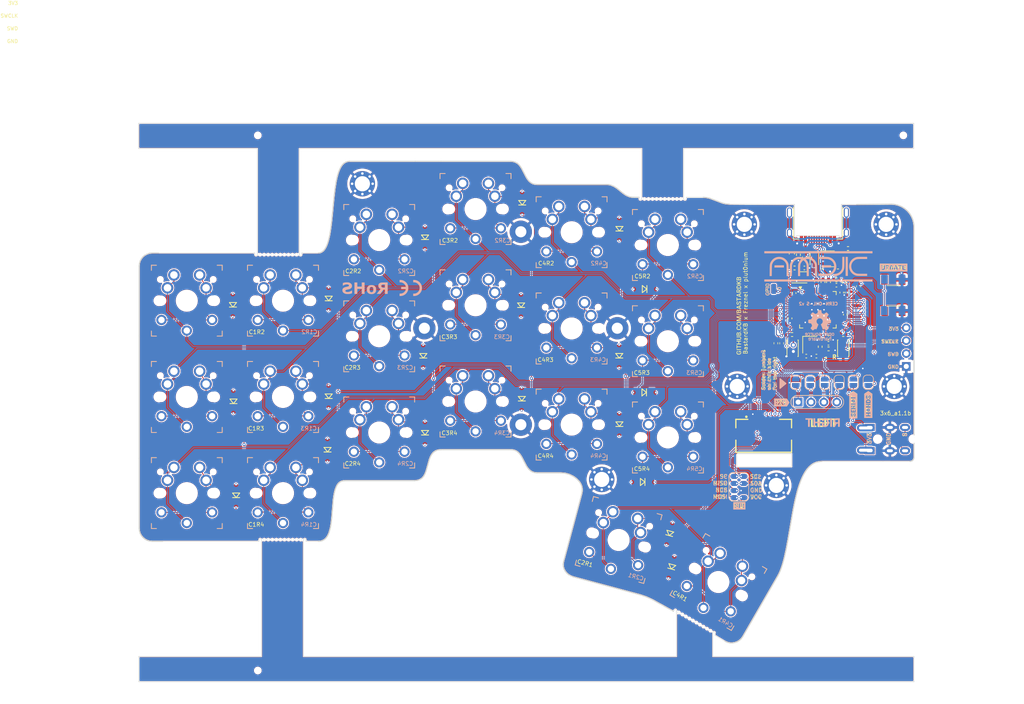
<source format=kicad_pcb>
(kicad_pcb (version 20211014) (generator pcbnew)
  (title_block (title "0xB2 - Splinky") (rev "2") (company "plut0nium"))
  (layers (0 "F.Cu" signal) (31 "B.Cu" signal) (34 "B.Paste" user) (35 "F.Paste" user) (36 "B.SilkS" user "B.Silkscreen") (37 "F.SilkS" user "F.Silkscreen") (38 "B.Mask" user) (39 "F.Mask" user) (44 "Edge.Cuts" user))
  (net 0 "")
  (net 1 "Gnd_l")
  (net 2 "bat_l")
  (net 3 "Net-(C3-Pad1)")
  (net 4 "Net-(C4-Pad1)")
  (net 5 "+1V1")
  (net 6 "Net-(D1-Pad1)")
  (net 7 "/LED")
  (net 8 "Net-(D2-Pad2)")
  (net 9 "VBUS")
  (net 10 "Net-(FB1-Pad2)")
  (net 12 "/D-")
  (net 13 "/D+")
  (net 15 "col1_l")
  (net 16 "Net-(D101-Pad2)")
  (net 17 "Net-(D102-Pad2)")
  (net 18 "Net-(D103-Pad2)")
  (net 19 "col2_l")
  (net 20 "Net-(D104-Pad2)")
  (net 21 "Net-(D105-Pad2)")
  (net 22 "Net-(D106-Pad2)")
  (net 23 "col3_l")
  (net 24 "/D15")
  (net 25 "/D16")
  (net 26 "col6_l")
  (net 27 "/D13")
  (net 28 "/D14")
  (net 29 "Net-(D107-Pad2)")
  (net 30 "Net-(D108-Pad2)")
  (net 31 "Net-(D109-Pad2)")
  (net 32 "col4_l")
  (net 33 "Net-(D110-Pad2)")
  (net 34 "Net-(D111-Pad2)")
  (net 35 "Net-(D112-Pad2)")
  (net 36 "col5_l")
  (net 37 "/QSPI_~{CS}")
  (net 38 "Net-(R6-Pad2)")
  (net 39 "Net-(R7-Pad2)")
  (net 40 "Net-(R8-Pad2)")
  (net 41 "/SWCLK")
  (net 42 "/SWD")
  (net 43 "Net-(J5-Pad2)")
  (net 45 "/VBUS_DET")
  (net 46 "/QSPI_D3")
  (net 47 "/QSPI_SCLK")
  (net 48 "/QSPI_D0")
  (net 49 "/QSPI_D2")
  (net 50 "/QSPI_D1")
  (net 53 "Net-(D113-Pad2)")
  (net 57 "Net-(D114-Pad2)")
  (net 58 "Net-(D115-Pad2)")
  (net 59 "Net-(D116-Pad2)")
  (net 60 "Net-(D117-Pad2)")
  (net 61 "serial_l")
  (net 62 "Net-(J102-PadT)")
  (net 63 "Net-(J103-PadT)")
  (net 64 "sda_l")
  (net 65 "Net-(JP103-Pad2)")
  (net 66 "Net-(J1-PadA5)")
  (net 67 "scl_l")
  (net 68 "Net-(JP105-Pad2)")
  (net 69 "Net-(JP106-Pad2)")
  (net 70 "Rst_l")
  (net 71 "row2_l")
  (net 72 "row3_l")
  (net 73 "row4_l")
  (net 74 "row1_l")
  (net 75 "hand")
  (net 76 "mosi_l")
  (net 77 "sc_l")
  (net 78 "NCS")
  (net 79 "miso_l")
  (net 80 "rgb_l")
  (net 81 "Net-(JP111-Pad1)")
  (net 88 "+3V3")
  (net 89 "Net-(J1-PadB5)")
  (net 90 "Net-(JP104-Pad2)")
  (net 91 "Net-(D118-Pad2)")
  (net 92 "Net-(D119-Pad2)")
  (net 93 "Net-(D120-Pad2)")
  (footprint "local-libraries:SW_MX_choc" (layer "F.Cu") (at 53.425 72.7475)
    (fp_text reference "SW102" hide)
    (fp_text value "SW_Push")
  )
  (footprint "Capacitor_SMD:C_0402_1005Metric" (layer "F.Cu") (at 161.13 62.16)
    (fp_text reference "C14" hide)
    (fp_text value "100n")
  )
  (footprint "Capacitor_SMD:C_0402_1005Metric" (layer "F.Cu") (at 153.555 57.235 -90)
    (fp_text reference "C9" hide)
    (fp_text value "100n")
  )
  (footprint "local-libraries:D_1206_handsolder_reversible" (layer "F.Cu") (at 100.56 73.1525 90)
    (fp_text reference "D109" hide)
    (fp_text value "D")
  )
  (footprint "local-libraries:SW_MX_choc" (layer "F.Cu") (at 110.425 40.2225)
    (fp_text reference "SW112" hide)
    (fp_text value "SW_Push")
  )
  (footprint "local-libraries:SW_MX_choc" (layer "F.Cu") (at 91.45 73.6475)
    (fp_text reference "SW109" hide)
    (fp_text value "SW_Push")
  )
  (footprint "local-libraries:SW_MX_choc" (layer "F.Cu") (at 110.425 59.2225)
    (fp_text reference "SW113" hide)
    (fp_text value "SW_Push")
  )
  (footprint "local-libraries:D_1206_handsolder_reversible" (layer "F.Cu") (at 43.62 73.69 90)
    (fp_text reference "D119" hide)
    (fp_text value "D")
  )
  (footprint "local-libraries:kibuzzard-61F01A92" (layer "F.Cu") (at 143.468118 56.73 90)
    (fp_text reference "kibuzzard-61F01A92" hide)
    (fp_text value "G***" hide)
  )
  (footprint "local-libraries:D_1206_handsolder_reversible" (layer "F.Cu") (at 124.5 89.5725 180)
    (fp_text reference "D115" hide)
    (fp_text value "D")
  )
  (footprint "local-libraries:MountingHole_3mm_Pad_Via" (layer "F.Cu") (at 69.1 30.6525)
    (fp_text reference "H101" hide)
    (fp_text value "M4")
  )
  (footprint "Resistor_SMD:R_0402_1005Metric" (layer "F.Cu") (at 162.705 49.635 180)
    (fp_text reference "R10" hide)
    (fp_text value "5.1k")
  )
  (footprint "local-libraries:D_1206_handsolder_reversible" (layer "F.Cu") (at 81.45 41.2975 90)
    (fp_text reference "D104" hide)
    (fp_text value "D")
  )
  (footprint "Connector_Wire:SolderWirePad_1x01_SMD_1x2mm" (layer "F.Cu") (at 150.32 51.42)
    (fp_text reference "J108" hide)
    (fp_text value "Conn_01x01_Female")
  )
  (footprint "kibuzzard-62C19AE7" (layer "F.Cu") (at 166.035 74.27 90)
    (fp_text reference "kibuzzard-62C19AE7" hide)
    (fp_text value "G***" hide)
  )
  (footprint "local-libraries:SW_MX_choc" (layer "F.Cu") (at 72.425 79.7725)
    (fp_text reference "SW106" hide)
    (fp_text value "SW_Push")
  )
  (footprint "local-libraries:MountingHole_3mm_Pad_Via" (layer "F.Cu") (at 150.85 90.2225)
    (fp_text reference "H102" hide)
    (fp_text value "M4")
  )
  (footprint "Capacitor_SMD:C_0402_1005Metric" (layer "F.Cu") (at 164.755 52.135 -90)
    (fp_text reference "C5" hide)
    (fp_text value "1µ")
  )
  (footprint "Diode_SMD:D_SOD-323" (layer "F.Cu") (at 158.355 45.585 -90)
    (fp_text reference "D2" hide)
    (fp_text value "B5817")
  )
  (footprint "Resistor_SMD:R_0402_1005Metric" (layer "F.Cu") (at 159.505 62.835 90)
    (fp_text reference "R8" hide)
    (fp_text value "1k")
  )
  (footprint "kibuzzard-62C19A64" (layer "F.Cu") (at 173.97 47.21)
    (fp_text reference "kibuzzard-62C19A64" hide)
    (fp_text value "G***" hide)
  )
  (footprint "Package_TO_SOT_SMD:SOT-23-5" (layer "F.Cu") (at 161.505 45.485)
    (fp_text reference "U3" hide)
    (fp_text value "XC6210B332MR-G")
  )
  (footprint "local-libraries:D_1206_handsolder_reversible" (layer "F.Cu") (at 124.8 71.8725 180)
    (fp_text reference "D114" hide)
    (fp_text value "D")
  )
  (footprint "local-libraries:D_1206_handsolder_reversible" (layer "F.Cu") (at 119.825 78.179264 90)
    (fp_text reference "D112" hide)
    (fp_text value "D")
  )
  (footprint "local-libraries:SW_Push_1P1T_NO_6x6mm_H9.5mm" (layer "F.Cu") (at 173.985 52.67 90)
    (fp_text reference "SW110" hide)
    (fp_text value "SW_SPST")
  )
  (footprint "local-libraries:PinHeader_1x04_P2.54mm_Vertical_debug" (layer "F.Cu") (at 176.5 59.1)
    (fp_text reference "J105" hide)
    (fp_text value "Conn_01x04_Female")
  )
  (footprint "Capacitor_SMD:C_0402_1005Metric" (layer "F.Cu") (at 154.355 52.235 90)
    (fp_text reference "C12" hide)
    (fp_text value "100n")
  )
  (footprint "local-libraries:D_1206_handsolder_reversible" (layer "F.Cu") (at 100.64 34.4625 90)
    (fp_text reference "D107" hide)
    (fp_text value "D")
  )
  (footprint "Resistor_SMD:R_0402_1005Metric" (layer "F.Cu") (at 160.055 50.035 -90)
    (fp_text reference "R6" hide)
    (fp_text value "27")
  )
  (footprint "Fuse:Fuse_0603_1608Metric" (layer "F.Cu") (at 156.555 45.235 -90)
    (fp_text reference "F1" hide)
    (fp_text value "Polyfuse")
  )
  (footprint "local-libraries:MountingHole_3mm_Pad_Via" (layer "F.Cu") (at 144.529988 38.671818)
    (fp_text reference "H108" hide)
    (fp_text value "M4")
  )
  (footprint "local-libraries:SW_MX_choc" (layer "F.Cu") (at 129.425 61.7475)
    (fp_text reference "SW116" hide)
    (fp_text value "SW_Push")
  )
  (footprint "local-libraries:Tenting_Puck" (layer "F.Cu") (at 100.39 59.1825)
    (fp_text reference "H111")
    (fp_text value "t")
  )
  (footprint "Capacitor_SMD:C_0402_1005Metric" (layer "F.Cu") (at 164.455 56.485 90)
    (fp_text reference "C13" hide)
    (fp_text value "100n")
  )
  (footprint "local-libraries:D_1206_handsolder_reversible" (layer "F.Cu") (at 44.15 92.25 90)
    (fp_text reference "D120" hide)
    (fp_text value "D")
  )
  (footprint "local-libraries:SW_MX_choc" (layer "F.Cu") (at 139.4 109.2975 -30)
    (fp_text reference "SW119" hide)
    (fp_text value locked "SW_Push")
  )
  (footprint "Resistor_SMD:R_0402_1005Metric" (layer "F.Cu") (at 155.205 44.685 90)
    (fp_text reference "R5" hide)
    (fp_text value "5.1k")
  )
  (footprint "local-libraries:SW_MX_choc" (layer "F.Cu") (at 72.425 41.7725)
    (fp_text reference "SW104" hide)
    (fp_text value "SW_Push")
  )
  (footprint "local-libraries:SW_MX_choc" (layer "F.Cu") (at 34.425 91.7475)
    (fp_text reference "SW122" hide)
    (fp_text value "SW_Push")
  )
  (footprint "Button_Switch_SMD:SW_SPST_CK_KXT3" (layer "F.Cu") (at 154.055 63.135 90)
    (fp_text reference "SW2" hide)
    (fp_text value "SW_Push")
  )
  (footprint "Capacitor_SMD:C_0402_1005Metric" (layer "F.Cu") (at 161.153114 61.04826)
    (fp_text reference "C8" hide)
    (fp_text value "100n")
  )
  (footprint "local-libraries:D_1206_handsolder_reversible" (layer "F.Cu") (at 129.75 99.7475 75)
    (fp_text reference "D116" hide)
    (fp_text value "D")
  )
  (footprint "local-libraries:D_1206_handsolder_reversible" (layer "F.Cu") (at 100.425 54.688382 90)
    (fp_text reference "D108" hide)
    (fp_text value "D")
  )
  (footprint "local-libraries:SolderJumper-2_P1.3mm_Open_RoundedPad1.0x1.5mm" (layer "F.Cu") (at 163.250139 69.858537 -90)
    (fp_text reference "JP104" hide)
    (fp_text value "Jumper_2_Open")
  )
  (footprint "0xLib_Package_DFN_QFN:USON-8-1EP_3x2mm_P0.5mm_EP0.25x1.65mm" (layer "F.Cu") (at 155.405 49.135)
    (fp_text reference "U2" hide)
    (fp_text value "GD25Q80CEIGR")
  )
  (footprint "local-libraries:D_1206_handsolder_reversible" (layer "F.Cu") (at 130.15 106.3475 75)
    (fp_text reference "D117" hide)
    (fp_text value "D")
  )
  (footprint "local-libraries:SolderJumper-2_P1.3mm_Open_RoundedPad1.0x1.5mm" (layer "F.Cu") (at 169 69.85 90)
    (fp_text reference "JP112" hide)
    (fp_text value "Jumper_2_Open")
  )
  (footprint "local-libraries:Jack_3.5mm_PJ320E_Horizontal_custom" (layer "F.Cu") (at 169.26 78.7725 -90)
    (fp_text reference "J102" hide)
    (fp_text value "Serial")
  )
  (footprint "local-libraries:D_1206_handsolder_reversible" (layer "F.Cu") (at 119.8 64.6825 90)
    (fp_text reference "D111" hide)
    (fp_text value "D")
  )
  (footprint "local-libraries:SW_MX_choc" (layer "F.Cu") (at 129.425 80.7475)
    (fp_text reference "SW117" hide)
    (fp_text value "SW_Push")
  )
  (footprint "local-libraries:SW_MX_choc" (layer "F.Cu") (at 53.425 53.7475)
    (fp_text reference "SW101" hide)
    (fp_text value "SW_Push")
  )
  (footprint "local-libraries:PinHeader_1x04_P2.54mm_Vertical" (layer "F.Cu") (at 155.155 73.77 90)
    (fp_text reference "O101" hide)
    (fp_text value "OLED")
  )
  (footprint "local-libraries:D_1206_handsolder_reversible" (layer "F.Cu") (at 119.825 39.5975 90)
    (fp_text reference "D110" hide)
    (fp_text value "D")
  )
  (footprint "local-libraries:R_0402_1005Metric_nolabel" (layer "F.Cu") (at 150.75 62.15 -90)
    (fp_text reference "R104" hide)
    (fp_text value "4.7k")
  )
  (footprint "kibuzzard-62C1A775" (layer "F.Cu") (at 169 74.25 90)
    (fp_text reference "kibuzzard-62C1A775" hide)
    (fp_text value "G***" hide)
  )
  (footprint "local-libraries:JLC_SMT_Assembly_Hole" (layer "F.Cu") (at 48.475 124.5995)
    (fp_text reference "H110" hide)
    (fp_text value "t")
  )
  (footprint "local-libraries:SW_MX_choc" (layer "F.Cu") (at 110.425 78.2225)
    (fp_text reference "SW114" hide)
    (fp_text value "SW_Push")
  )
  (footprint "local-libraries:R_0402_1005Metric_nolabel" (layer "F.Cu") (at 151.9 62.15 90)
    (fp_text reference "R103" hide)
    (fp_text value "4.7k")
  )
  (footprint "local-libraries:SolderJumper-2_P1.3mm_Open_RoundedPad1.0x1.5mm" (layer "F.Cu") (at 157.536805 69.858537 -90)
    (fp_text reference "JP108" hide)
    (fp_text value "Jumper_2_Open")
  )
  (footprint "local-libraries:D_1206_handsolder_reversible" (layer "F.Cu") (at 43.51 54.63 90)
    (fp_text reference "D118" hide)
    (fp_text value "D")
  )
  (footprint "local-libraries:MountingHole_3mm_Pad_Via" (layer "F.Cu") (at 172.52999 38.671819)
    (fp_text reference "H105" hide)
    (fp_text value "M4")
  )
  (footprint "local-libraries:1x08 smd reversible" (layer "F.Cu") (at 143.49 90.39 180)
    (fp_text reference "J107" hide)
    (fp_text value "Conn_01x08_Female")
  )
  (footprint "Resistor_SMD:R_0402_1005Metric" (layer "F.Cu") (at 165 43.45 180)
    (fp_text reference "R4" hide)
    (fp_text value "5.1k")
  )
  (footprint "0xLib_USB_Type-C:USB_C_Receptacle_HRO_TYPE-C-31-M-13B" (layer "F.Cu") (at 159.055 34.235 180)
    (fp_text reference "J1" hide)
    (fp_text value "USB_C_Receptacle_USB2.0")
  )
  (footprint "kibuzzard-62C547B3" (layer "F.Cu") (at 160.29 77.85)
    (fp_text reference "kibuzzard-62C547B3" hide)
    (fp_text value "G***" hide)
  )
  (footprint "Resistor_SMD:R_0402_1005Metric" (layer "F.Cu") (at 164.055 60.435)
    (fp_text reference "R2" hide)
    (fp_text value "10k")
  )
  (footprint "local-libraries:R_0402_1005Metric_nolabel" (layer "F.Cu") (at 167.05 50.9 90)
    (fp_text reference "R101" hide)
    (fp_text value "5.1k")
  )
  (footprint "local-libraries:SolderJumper-2_P1.3mm_Open_RoundedPad1.0x1.5mm" (layer "F.Cu") (at 160.399999 69.858537 -90)
    (fp_text reference "JP106" hide)
    (fp_text value "Jumper_2_Open")
  )
  (footprint "Connector_PinHeader_1.27mm:PinHeader_1x02_P1.27mm_Vertical" (layer "F.Cu") (at 154.205 63.77 180)
    (fp_text reference "J5" hide)
    (fp_text value "Conn_01x02" hide)
  )
  (footprint "Capacitor_SMD:C_0402_1005Metric" (layer "F.Cu") (at 163.755 52.135 -90)
    (fp_text reference "C11" hide)
    (fp_text value "100n")
  )
  (footprint "Resistor_SMD:R_0402_1005Metric" (layer "F.Cu") (at 164.255 50.145 90)
    (fp_text reference "R11" hide)
    (fp_text value "10k")
  )
  (footprint "local-libraries:D_1206_handsolder_reversible" (layer "F.Cu") (at 62.425 53.3725 90)
    (fp_text reference "D101" hide)
    (fp_text value "D")
  )
  (footprint "Crystal:Crystal_SMD_2520-4Pin_2.5x2.0mm" (layer "F.Cu") (at 157.455 62.435 -90)
    (fp_text reference "Y1" hide)
    (fp_text value "Crystal_GND24")
  )
  (footprint "Capacitor_SMD:C_0402_1005Metric" (layer "F.Cu") (at 156.385 47.285)
    (fp_text reference "C10" hide)
    (fp_text value "100n")
  )
  (footprint "Capacitor_SMD:C_0402_1005Metric" (layer "F.Cu") (at 158.755 64.685 180)
    (fp_text reference "C4" hide)
    (fp_text value "15p")
  )
  (footprint "local-libraries:SW_MX_choc" (layer "F.Cu") (at 91.45 54.6475)
    (fp_text reference "SW108" hide)
    (fp_text value "SW_Push")
  )
  (footprint "local-libraries:SW_MX_choc" (layer "F.Cu") (at 34.425 72.7475)
    (fp_text reference "SW121" hide)
    (fp_text value "SW_Push")
  )
  (footprint "local-libraries:D_1206_handsolder_reversible" (layer "F.Cu") (at 62.2 83.235 90)
    (fp_text reference "D103" hide)
    (fp_text value "D")
  )
  (footprint "local-libraries:SW_MX_choc" (layer "F.Cu") (at 34.425 53.7475)
    (fp_text reference "SW120" hide)
    (fp_text value "SW_Push")
  )
  (footprint "local-libraries:SW_MX_choc" (layer "F.Cu") (at 53.425 91.7475)
    (fp_text reference "SW103" hide)
    (fp_text value "SW_Push")
  )
  (footprint "kibuzzard-62C55DF6" (layer "F.Cu") (at 143.54 94.25)
    (fp_text reference "kibuzzard-62C55DF6" hide)
    (fp_text value "G***" hide)
  )
  (footprint "Resistor_SMD:R_0402_1005Metric" (layer "F.Cu") (at 161.155 50.035 -90)
    (fp_text reference "R7" hide)
    (fp_text value "27")
  )
  (footprint "Inductor_SMD:L_0603_1608Metric" (layer "F.Cu") (at 153.905 44.385 90)
    (fp_text reference "FB1" hide)
    (fp_text value "FerriteBead_Small")
  )
  (footprint "Resistor_SMD:R_0402_1005Metric" (layer "F.Cu") (at 161.153114 63.2598 180)
    (fp_text reference "R1" hide)
    (fp_text value "1k")
  )
  (footprint "local-libraries:SW_MX_choc" (layer "F.Cu") (at 119.7 100.9975 -15)
    (fp_text reference "SW118" hide)
    (fp_text value "SW_Push")
  )
  (footprint "local-libraries:JLC_SMT_Assembly_Hole" (layer "F.Cu") (at 175.95 18.925)
    (fp_text reference "H109" hide)
    (fp_text value "t")
  )
  (footprint "local-libraries:JLC_SMT_Assembly_Hole" (layer "F.Cu") (at 48.475 18.925)
    (fp_text reference "H103" hide)
    (fp_text value "t")
  )
  (footprint "local-libraries:SW_MX_choc" (layer "F.Cu") (at 72.425 60.7725)
    (fp_text reference "SW105" hide)
    (fp_text value "SW_Push")
  )
  (footprint "LED_SMD:LED_0402_1005Metric" (layer "F.Cu") (at 161.155 64.38)
    (fp_text reference "D1" hide)
    (fp_text value "LED")
  )
  (footprint "kibuzzard-62C19AB4" (layer "F.Cu") (at 151.924422 73.86)
    (fp_text reference "kibuzzard-62C19AB4" hide)
    (fp_text value "G***" hide)
  )
  (footprint "local-libraries:D_1206_handsolder_reversible" (layer "F.Cu") (at 81.1 64.7 90)
    (fp_text reference "D105" hide)
    (fp_text value "D")
  )
  (footprint "local-libraries:SolderJumper-2_P1.3mm_Open_RoundedPad1.0x1.5mm" (layer "F.Cu") (at 166.05 69.8525 90)
    (fp_text reference "JP101" hide)
    (fp_text value "Jumper_2_Open")
  )
  (footprint "local-libraries:D_1206_handsolder_reversible" (layer "F.Cu") (at 62.425 72.663382 90)
    (fp_text reference "D102" hide)
    (fp_text value "D")
  )
  (footprint "local-libraries:SW_MX_choc" (layer "F.Cu") (at 91.45 35.6475)
    (fp_text reference "SW107" hide)
    (fp_text value "SW_Push")
  )
  (footprint "Capacitor_SMD:C_0402_1005Metric" (layer "F.Cu") (at 162.705 50.685)
    (fp_text reference "C6" hide)
    (fp_text value "1µ")
  )
  (footprint "Capacitor_SMD:C_0603_1608Metric" (layer "F.Cu") (at 163.005 47.985 180)
    (fp_text reference "C2" hide)
    (fp_text value "1µ")
  )
  (footprint "local-libraries:SolderJumper-2_P1.3mm_Open_RoundedPad1.0x1.5mm" (layer "F.Cu") (at 154.680139 69.858537 -90)
    (fp_text reference "JP110" hide)
    (fp_text value "Jumper_2_Open")
  )
  (footprint "local-libraries:D_1206_handsolder_reversible" (layer "F.Cu") (at 81.45 79.879264 90)
    (fp_text reference "D106" hide)
    (fp_text value "D")
  )
  (footprint "Button_Switch_SMD:SW_SPST_CK_KXT3" (layer "F.Cu") (at 164.055 63.135 90)
    (fp_text reference "SW1" hide)
    (fp_text value "SW_Push")
  )
  (footprint "local-libraries:FPC-SMD_FPC05012-09200-.5mm" (layer "F.Cu") (at 148.35 78.7)
    (fp_text reference "J113" hide)
    (fp_text value "Cirque" hide)
  )
  (footprint "Capacitor_SMD:C_0402_1005Metric" (layer "F.Cu") (at 158.755 49.935 90)
    (fp_text reference "C7" hide)
    (fp_text value "100n")
  )
  (footprint "local-libraries:MountingHole_3mm_Pad_Via" (layer "F.Cu") (at 174.12999 70.671828)
    (fp_text reference "H107" hide)
    (fp_text value "M4")
  )
  (footprint "Resistor_SMD:R_0402_1005Metric" (layer "F.Cu") (at 153.955 60.435 180)
    (fp_text reference "R3" hide)
    (fp_text value "1k")
  )
  (footprint "local-libraries:MountingHole_3mm_Pad_Via" (layer "F.Cu") (at 143.12999 70.671821)
    (fp_text reference "H106" hide)
    (fp_text value "M4")
  )
  (footprint "local-libraries:D_1206_handsolder_reversible" (layer "F.Cu") (at 124.8875 51.4725 180)
    (fp_text reference "D113" hide)
    (fp_text value "D")
  )
  (footprint "Resistor_SMD:R_0402_1005Metric" (layer "F.Cu") (at 154.435 47.285)
    (fp_text reference "R9" hide)
    (fp_text value "10k")
  )
  (footprint "local-libraries:MountingHole_3mm_Pad_Via" (layer "F.Cu") (at 116.36 89.0475)
    (fp_text reference "H104" hide)
    (fp_text value "M4")
  )
  (footprint "Capacitor_SMD:C_0603_1608Metric" (layer "F.Cu") (at 159.905 47.985)
    (fp_text reference "C1" hide)
    (fp_text value "1µ")
  )
  (footprint "Capacitor_SMD:C_0402_1005Metric" (layer "F.Cu") (at 156.755 64.685)
    (fp_text reference "C3" hide)
    (fp_text value "15p")
  )
  (footprint "0xLib_Package_DFN_QFN:QFN-56-1EP_7x7mm_P0.4mm_EP3.2x3.2mm" (layer "F.Cu") (at 159.055 55.535)
    (fp_text reference "U1" hide)
    (fp_text value "RP2040")
  )
  (footprint "local-libraries:SW_MX_choc" (layer "F.Cu") (at 129.425 42.7475)
    (fp_text reference "SW115" hide)
    (fp_text value "SW_Push")
  )
  (footprint "local-libraries:SolderJumper-2_P1.3mm_Open_RoundedPad1.0x1.5mm" (layer "B.Cu") (at 169 69.85 90)
    (fp_text reference "JP111" hide)
    (fp_text value "Jumper_2_Open")
  )
  (footprint "LOGO" (layer "B.Cu") (at 78.31 51.38 180)
    (fp_text reference "G***" hide)
    (fp_text value "LOGO" hide)
  )
  (footprint "Symbol:OSHW-Logo_5.7x6mm_SilkScreen" (layer "B.Cu") (at 159.4 58.615137 180)
    (fp_text reference "REF**" hide)
    (fp_text value "OSHW-Logo_5.7x6mm_SilkScreen" hide)
  )
  (footprint "LOGO" (layer "B.Cu") (at 69.63 51.28 180)
    (fp_text reference "G***" hide)
    (fp_text value "LOGO" hide)
  )
  (footprint "kibuzzard-62C1A775" (layer "B.Cu") (at 169 74.25 90)
    (fp_text reference "kibuzzard-62C1A775" hide)
    (fp_text value "G***" hide)
  )
  (footprint "Connector_Wire:SolderWirePad_1x01_SMD_1x2mm" (layer "B.Cu") (at 150.33 51.42 180)
    (fp_text reference "J109" hide)
    (fp_text value "Conn_01x01_Female")
  )
  (footprint "LOGO" (layer "B.Cu") (at 159.15 46.97 180)
    (fp_text reference "G***" hide)
    (fp_text value "LOGO" hide)
  )
  (footprint "local-libraries:SolderJumper-2_P1.3mm_Open_RoundedPad1.0x1.5mm" (layer "B.Cu") (at 157.536805 69.858537 -90)
    (fp_text reference "JP105" hide)
    (fp_text value "Jumper_2_Open")
  )
  (footprint "kibuzzard-62C5480E" (layer "B.Cu") (at 159.98 77.81 180)
    (fp_text reference "kibuzzard-62C5480E" hide)
    (fp_text value "G***" hide)
  )
  (footprint "local-libraries:SW_Push_1P1T_NO_6x6mm_H9.5mm" (layer "B.Cu") (at 173.95 52.69 -90)
    (fp_text reference "SW111" hide)
    (fp_text value "SW_SPST")
  )
  (footprint "kibuzzard-62C19A64" (layer "B.Cu") (at 174.02 47.21 180)
    (fp_text reference "kibuzzard-62C19A64" hide)
    (fp_text value "G***" hide)
  )
  (footprint "local-libraries:SolderJumper-2_P1.3mm_Open_RoundedPad1.0x1.5mm" (layer "B.Cu") (at 163.250139 69.858537 -90)
    (fp_text reference "JP109" hide)
    (fp_text value "Jumper_2_Open")
  )
  (footprint "kibuzzard-62C19AC2" (layer "B.Cu") (at 151.95 73.86 180)
    (fp_text reference "kibuzzard-62C19AC2" hide)
    (fp_text value "G***" hide)
  )
  (footprint "local-libraries:SolderJumper-2_P1.3mm_Open_RoundedPad1.0x1.5mm" (layer "B.Cu") (at 166.050043 69.846037 90)
    (fp_text reference "JP102" hide)
    (fp_text value "Jumper_2_Open")
  )
  (footprint "kibuzzard-62C19AE7" (layer "B.Cu") (at 166.035 74.32 90)
    (fp_text reference "kibuzzard-62C19AE7" hide)
    (fp_text value "G***" hide)
  )
  (footprint "local-libraries:Jack_3.5mm_PJ320E_Horizontal_custom" (layer "B.Cu") (at 169.26 83.3725 90)
    (fp_text reference "J103" hide)
    (fp_text value "Serial")
  )
  (footprint "local-libraries:SolderJumper-2_P1.3mm_Open_RoundedPad1.0x1.5mm" (layer "B.Cu") (at 154.680139 69.858537 -90)
    (fp_text reference "JP103" hide)
    (fp_text value "Jumper_2_Open")
  )
  (footprint "local-libraries:SolderJumper-2_P1.3mm_Open_RoundedPad1.0x1.5mm" (layer "B.Cu") (at 160.39347 69.85 -90)
    (fp_text reference "JP107" hide)
    (fp_text value "Jumper_2_Open")
  )
  (footprint "kibuzzard-62C55DF6" (layer "B.Cu") (at 143.54 94.26 180)
    (fp_text reference "kibuzzard-62C55DF6" hide)
    (fp_text value "G***" hide)
  )
  (gr_poly (pts (xy 152.710968 70.119989) (xy 151.570968 69.149989) (xy 151.57 71.0325)) (layer "B.SilkS") (width 0.2) (fill solid))
  (gr_poly locked (pts (xy 155.605 51.485) (xy 155.355 50.985) (xy 155.855 50.985)) (layer "F.SilkS") (width 0.15) (fill solid))
  (gr_poly (pts (xy 152.68 70.0725) (xy 151.59 71.0425) (xy 151.58 69.1825)) (layer "F.SilkS") (width 0.2) (fill solid))
  (gr_line (start 98.905667 83.212745) (end 99.331854 83.346503) (layer "Edge.Cuts") (width 0.2))
  (gr_line (start 25.02 98.692461) (end 25.072774 99.226694) (layer "Edge.Cuts") (width 0.2))
  (gr_line (start 79.527597 26.217493) (end 66.527597 26.217493) (layer "Edge.Cuts") (width 0.2))
  (gr_line (start 151.617791 107.085221) (end 151.844629 106.486564) (layer "Edge.Cuts") (width 0.2))
  (gr_line (start 101.456308 29.369987) (end 101.70725 29.763302) (layer "Edge.Cuts") (width 0.2))
  (gr_line (start 153.153575 100.912023) (end 153.479153 99.011095) (layer "Edge.Cuts") (width 0.2))
  (gr_line (start 112.495301 91.462486) (end 112.516894 91.026053) (layer "Edge.Cuts") (width 0.2))
  (gr_line (start 131.122405 115.034999) (end 131.122405 124) (layer "Edge.Cuts") (width 0.1))
  (gr_line (start 102.682783 30.613389) (end 103.10897 30.747147) (layer "Edge.Cuts") (width 0.2))
  (gr_line (start 57.97 101.267391) (end 57.97 100.93) (layer "Edge.Cuts") (width 0.1))
  (gr_line (start 142.66094 121.251758) (end 143.118226 121.08403) (layer "Edge.Cuts") (width 0.2))
  (gr_line (start 64.864381 27.314286) (end 65.133877 26.926262) (layer "Edge.Cuts") (width 0.2))
  (gr_circle (center 51.3 44.654924) (end 51.05 44.654924) (layer "Edge.Cuts") (width 0.05) (fill none))
  (gr_line (start 83.527612 83.407204) (end 84.02439 83.228126) (layer "Edge.Cuts") (width 0.2))
  (gr_line (start 119.409656 31.577662) (end 119.994834 32.055048) (layer "Edge.Cuts") (width 0.2))
  (gr_arc (start 154.835 40.935) (mid 154.635 41.135) (end 154.435 40.935) (layer "Edge.Cuts") (width 0.1))
  (gr_line (start 82.332799 85.071908) (end 82.539268 84.545326) (layer "Edge.Cuts") (width 0.2))
  (gr_line (start 48.67 100.93) (end 48.67 101.267391) (layer "Edge.Cuts") (width 0.1))
  (gr_line (start 63.358559 93.015984) (end 63.505695 91.986513) (layer "Edge.Cuts") (width 0.2))
  (gr_line (start 25.225265 45.876955) (end 25.464528 45.448126) (layer "Edge.Cuts") (width 0.2))
  (gr_line (start 151.378223 107.625008) (end 151.617791 107.085221) (layer "Edge.Cuts") (width 0.2))
  (gr_circle (center 135.75564 117.709999) (end 135.972147 117.834999) (layer "Edge.Cuts") (width 0.05) (fill none))
  (gr_line (start 141.197018 121.219363) (end 141.690053 121.327935) (layer "Edge.Cuts") (width 0.2))
  (gr_line (start 112.403503 91.925271) (end 112.495301 91.462486) (layer "Edge.Cuts") (width 0.2))
  (gr_arc (start 133.05 33.654946) (mid 132.8 33.904946) (end 132.55 33.654946) (layer "Edge.Cuts") (width 0.1))
  (gr_line (start 138.987303 33.997451) (end 140.253017 34.474634) (layer "Edge.Cuts") (width 0.2))
  (gr_arc (start 173.53 34.677347) (mid 176.645577 35.928709) (end 178.03 38.987483) (layer "Edge.Cuts") (width 0.2))
  (gr_line (start 63.505695 91.986513) (end 63.718256 91.077728) (layer "Edge.Cuts") (width 0.2))
  (gr_line (start 57.15 44.317533) (end 60.39475 44.317533) (layer "Edge.Cuts") (width 0.1))
  (gr_line (start 126.419957 112.805631) (end 128.756769 114.098046) (layer "Edge.Cuts") (width 0.2))
  (gr_line (start 99.331854 83.346503) (end 99.702858 83.561991) (layer "Edge.Cuts") (width 0.2))
  (gr_line (start 151.844629 106.486564) (end 152.059369 105.831236) (layer "Edge.Cuts") (width 0.2))
  (gr_circle (center 134.37 116.909999) (end 134.586506 117.034999) (layer "Edge.Cuts") (width 0.05) (fill none))
  (gr_line (start 62.458349 41.619241) (end 62.60712 40.95874) (layer "Edge.Cuts") (width 0.2))
  (gr_line (start 130.520696 115.077188) (end 128.756769 114.098046) (layer "Edge.Cuts") (width 0.2))
  (gr_line (start 109.83008 107.845383) (end 109.459556 107.525182) (layer "Edge.Cuts") (width 0.2))
  (gr_line (start 100.558329 84.589905) (end 101.007318 85.454875) (layer "Edge.Cuts") (width 0.2))
  (gr_circle (center 52.1 44.654924) (end 51.85 44.654924) (layer "Edge.Cuts") (width 0.05) (fill none))
  (gr_circle (center 137.834101 118.909999) (end 138.050608 119.034999) (layer "Edge.Cuts") (width 0.05) (fill none))
  (gr_line (start 63.718256 91.077728) (end 64.017039 90.3255) (layer "Edge.Cuts") (width 0.2))
  (gr_circle (center 53.72 100.93) (end 53.97 100.93) (layer "Edge.Cuts") (width 0.05) (fill none))
  (gr_line (start 80.892719 88.764205) (end 81.217659 88.379436) (layer "Edge.Cuts") (width 0.2))
  (gr_line (start 62.099063 42.756239) (end 62.289726 42.220483) (layer "Edge.Cuts") (width 0.2))
  (gr_line (start 60.7817 101.237581) (end 61.132248 101.148576) (layer "Edge.Cuts") (width 0.2))
  (gr_line (start 98.41982 26.217493) (end 98.905667 26.262887) (layer "Edge.Cuts") (width 0.2))
  (gr_line (start 62.377561 99.880001) (end 62.537494 99.482224) (layer "Edge.Cuts") (width 0.2))
  (gr_line (start 103.594816 30.792541) (end 117.39489 30.792541) (layer "Edge.Cuts") (width 0.2))
  (gr_line (start 152.456135 104.362861) (end 152.817057 102.710485) (layer "Edge.Cuts") (width 0.2))
  (gr_line (start 82.797308 84.080476) (end 83.122248 83.695706) (layer "Edge.Cuts") (width 0.2))
  (gr_line (start 109.155748 107.151581) (end 108.926631 106.733486) (layer "Edge.Cuts") (width 0.2))
  (gr_line (start 60.751926 44.272475) (end 61.078661 44.137943) (layer "Edge.Cuts") (width 0.2))
  (gr_line (start 163.275 40.935) (end 154.835 40.935) (layer "Edge.Cuts") (width 0.1))
  (gr_line (start 118.131717 30.891416) (end 118.79696 31.168961) (layer "Edge.Cuts") (width 0.2))
  (gr_line (start 152.817057 102.710485) (end 153.153575 100.912023) (layer "Edge.Cuts") (width 0.2))
  (gr_line (start 98.41982 83.167351) (end 84.62 83.167351) (layer "Edge.Cuts") (width 0.2))
  (gr_line (start 136.394852 33.317555) (end 137.068917 33.370802) (layer "Edge.Cuts") (width 0.2))
  (gr_line (start 163.675 34.735) (end 166.675 34.735) (layer "Edge.Cuts") (width 0.1))
  (gr_line (start 79.990577 89.231786) (end 80.487355 89.052707) (layer "Edge.Cuts") (width 0.2))
  (gr_line (start 157.258555 86.620929) (end 157.70058 86.219265) (layer "Edge.Cuts") (width 0.2))
  (gr_line (start 61.884334 43.22074) (end 62.099063 42.756239) (layer "Edge.Cuts") (width 0.2))
  (gr_line (start 124.25 23.7) (end 56.65 23.7) (layer "Edge.Cuts") (width 0.1))
  (gr_circle (center 53.7 44.654924) (end 53.45 44.654924) (layer "Edge.Cuts") (width 0.05) (fill none))
  (gr_circle (center 135.06282 117.309999) (end 135.279327 117.434999) (layer "Edge.Cuts") (width 0.05) (fill none))
  (gr_line (start 61.132248 101.148576) (end 61.447115 101.001578) (layer "Edge.Cuts") (width 0.2))
  (gr_line (start 62.190723 100.234452) (end 62.377561 99.880001) (layer "Edge.Cuts") (width 0.2))
  (gr_line (start 61.974703 100.541762) (end 62.190723 100.234452) (layer "Edge.Cuts") (width 0.2))
  (gr_line (start 25.02 98.692461) (end 25.02 84.892387) (layer "Edge.Cuts") (width 0.2))
  (gr_circle (center 126.4 33.654946) (end 126.15 33.654946) (layer "Edge.Cuts") (width 0.05) (fill none))
  (gr_arc (start 130.689392 114.784999) (mid 131.030898 114.693493) (end 131.122405 115.034999) (layer "Edge.Cuts") (width 0.1))
  (gr_line (start 142.181054 121.335142) (end 142.66094 121.251758) (layer "Edge.Cuts") (width 0.2))
  (gr_line (start 62.95825 38.689553) (end 63.138734 37.009758) (layer "Edge.Cuts") (width 0.2))
  (gr_line (start 65.433743 26.619272) (end 65.765354 26.397083) (layer "Edge.Cuts") (width 0.2))
  (gr_line (start 64.665974 89.558374) (end 64.942957 89.411376) (layer "Edge.Cuts") (width 0.2))
  (gr_circle (center 49.72 100.93) (end 49.97 100.93) (layer "Edge.Cuts") (width 0.05) (fill none))
  (gr_line (start 64.2046 90.01819) (end 64.420333 89.761476) (layer "Edge.Cuts") (width 0.2))
  (gr_line (start 155.242467 90.531658) (end 155.512933 89.729275) (layer "Edge.Cuts") (width 0.2))
  (gr_line (start 154.548042 93.18674) (end 154.993043 91.379778) (layer "Edge.Cuts") (width 0.2))
  (gr_circle (center 56.12 100.93) (end 56.37 100.93) (layer "Edge.Cuts") (width 0.05) (fill none))
  (gr_line (start 154.159399 95.096588) (end 154.548042 93.18674) (layer "Edge.Cuts") (width 0.2))
  (gr_line (start 136.394852 33.317555) (end 133.05 33.317555) (layer "Edge.Cuts") (width 0.1))
  (gr_circle (center 129.6 33.654946) (end 129.35 33.654946) (layer "Edge.Cuts") (width 0.05) (fill none))
  (gr_line (start 157.70058 86.219265) (end 158.177642 85.902012) (layer "Edge.Cuts") (width 0.2))
  (gr_line (start 130.689392 114.784999) (end 130.520696 115.077188) (layer "Edge.Cuts") (width 0.1))
  (gr_rect (start 143.025 83.95) (end 153.875 86.55) (layer "Edge.Cuts") (width 0.1) (fill none))
  (gr_line (start 121.192709 32.941134) (end 121.857952 33.218679) (layer "Edge.Cuts") (width 0.2))
  (gr_line (start 64.053594 29.576285) (end 64.220379 28.915785) (layer "Edge.Cuts") (width 0.2))
  (gr_line (start 177.25 85.49) (end 171.9 85.487483) (layer "Edge.Cuts") (width 0.1))
  (gr_line (start 100.558329 27.640047) (end 101.007318 28.505017) (layer "Edge.Cuts") (width 0.2))
  (gr_line (start 27.060697 101.214617) (end 27.59493 101.267391) (layer "Edge.Cuts") (width 0.2))
  (gr_line (start 154.435 34.735) (end 154.435 40.935) (layer "Edge.Cuts") (width 0.1))
  (gr_line (start 178.03 38.987483) (end 178.03 84.69) (layer "Edge.Cuts") (width 0.2))
  (gr_circle (center 48.9 44.654924) (end 48.65 44.654924) (layer "Edge.Cuts") (width 0.05) (fill none))
  (gr_line (start 65.765354 26.397083) (end 66.129751 26.262551) (layer "Edge.Cuts") (width 0.2))
  (gr_line (start 110.763856 108.283283) (end 110.264576 108.101394) (layer "Edge.Cuts") (width 0.2))
  (gr_line (start 153.479153 99.011095) (end 154.159399 95.096588) (layer "Edge.Cuts") (width 0.2))
  (gr_line (start 63.66348 31.845473) (end 63.906875 30.289421) (layer "Edge.Cuts") (width 0.2))
  (gr_line (start 140.905689 34.6241) (end 141.579754 34.677347) (layer "Edge.Cuts") (width 0.2))
  (gr_line (start 152.262858 105.122152) (end 152.456135 104.362861) (layer "Edge.Cuts") (width 0.2))
  (gr_line (start 109.459556 107.525182) (end 109.155748 107.151581) (layer "Edge.Cuts") (width 0.2))
  (gr_line (start 133.05 33.654946) (end 133.05 33.317555) (layer "Edge.Cuts") (width 0.1))
  (gr_line (start 61.078661 44.137943) (end 61.375589 43.915754) (layer "Edge.Cuts") (width 0.2))
  (gr_line (start 26.150594 100.822864) (end 26.579422 101.062126) (layer "Edge.Cuts") (width 0.2))
  (gr_line (start 112.202628 89.868975) (end 111.990559 89.532402) (layer "Edge.Cuts") (width 0.2))
  (gr_line (start 64.942957 89.411376) (end 65.252367 89.322371) (layer "Edge.Cuts") (width 0.2))
  (gr_line (start 173.53 34.677347) (end 166.675 34.735) (layer "Edge.Cuts") (width 0.2))
  (gr_circle (center 131.598719 115.309999) (end 131.815225 115.434999) (layer "Edge.Cuts") (width 0.05) (fill none))
  (gr_line (start 60.39475 44.317533) (end 60.751926 44.272475) (layer "Edge.Cuts") (width 0.2))
  (gr_line (start 99.702858 83.561991) (end 100.025315 83.849383) (layer "Edge.Cuts") (width 0.2))
  (gr_circle (center 50.52 100.93) (end 50.77 100.93) (layer "Edge.Cuts") (width 0.05) (fill none))
  (gr_circle (center 49.7 44.654924) (end 49.45 44.654924) (layer "Edge.Cuts") (width 0.05) (fill none))
  (gr_line (start 111.990559 89.532402) (end 111.442396 88.933181) (layer "Edge.Cuts") (width 0.2))
  (gr_arc (start 57.15 44.654924) (mid 56.9 44.904924) (end 56.65 44.654924) (layer "Edge.Cuts") (width 0.1))
  (gr_line (start 27.59493 44.317533) (end 28.85 44.317533) (layer "Edge.Cuts") (width 0.2))
  (gr_circle (center 132 33.654946) (end 131.75 33.654946) (layer "Edge.Cuts") (width 0.05) (fill none))
  (gr_line (start 151.125528 108.104535) (end 151.378223 107.625008) (layer "Edge.Cuts") (width 0.2))
  (gr_line (start 84.62 26.217493) (end 98.41982 26.217493) (layer "Edge.Cuts") (width 0.2))
  (gr_line (start 82.007483 86.229956) (end 82.332799 85.071908) (layer "Edge.Cuts") (width 0.2))
  (gr_line (start 65.133877 26.926262) (end 65.433743 26.619272) (layer "Edge.Cuts") (width 0.2))
  (gr_line (start 62.786626 98.573439) (end 62.95945 97.543968) (layer "Edge.Cuts") (width 0.2))
  (gr_line (start 178.03 129) (end 24.94 129) (layer "Edge.Cuts") (width 0.1))
  (gr_line (start 60.39475 101.267391) (end 60.7817 101.237581) (layer "Edge.Cuts") (width 0.2))
  (gr_line (start 48.35 44.654924) (end 48.35 23.7) (layer "Edge.Cuts") (width 0.1))
  (gr_line (start 100.025315 83.849383) (end 100.307387 84.19659) (layer "Edge.Cuts") (width 0.2))
  (gr_line (start 65.252367 89.322371) (end 65.594892 89.292561) (layer "Edge.Cuts") (width 0.2))
  (gr_circle (center 52.92 100.93) (end 53.17 100.93) (layer "Edge.Cuts") (width 0.05) (fill none))
  (gr_line (start 61.643708 43.608764) (end 61.884334 43.22074) (layer "Edge.Cuts") (width 0.2))
  (gr_circle (center 128.8 33.654946) (end 128.55 33.654946) (layer "Edge.Cuts") (width 0.05) (fill none))
  (gr_line (start 47.85 44.317533) (end 47.85 44.654924) (layer "Edge.Cuts") (width 0.1))
  (gr_line (start 143.912542 120.49175) (end 144.225364 120.055489) (layer "Edge.Cuts") (width 0.2))
  (gr_line (start 109.998587 88.062914) (end 109.165097 87.824648) (layer "Edge.Cuts") (width 0.2))
  (gr_line (start 25.02 60.692537) (end 25.02 46.892463) (layer "Edge.Cuts") (width 0.2))
  (gr_line (start 57.15 44.654924) (end 57.15 44.317533) (layer "Edge.Cuts") (width 0.1))
  (gr_line (start 27.060697 44.370306) (end 27.59493 44.317533) (layer "Edge.Cuts") (width 0.2))
  (gr_line (start 103.10897 87.697005) (end 103.594816 87.742399) (layer "Edge.Cuts") (width 0.2))
  (gr_line (start 112.471825 90.615406) (end 112.365121 90.229889) (layer "Edge.Cuts") (width 0.2))
  (gr_arc (start 48.67 100.93) (mid 48.92 100.68) (end 49.17 100.93) (layer "Edge.Cuts") (width 0.1))
  (gr_line (start 81.682168 87.388004) (end 82.007483 86.229956) (layer "Edge.Cuts") (width 0.2))
  (gr_line (start 110.763856 108.283283) (end 123.948742 111.816169) (layer "Edge.Cuts") (width 0.2))
  (gr_line (start 29.67 101.267391) (end 27.59493 101.267391) (layer "Edge.Cuts") (width 0.2))
  (gr_circle (center 56.1 44.654924) (end 55.85 44.654924) (layer "Edge.Cuts") (width 0.05) (fill none))
  (gr_line (start 25.072774 99.226694) (end 25.225265 99.707969) (layer "Edge.Cuts") (width 0.2))
  (gr_line (start 61.375589 43.915754) (end 61.643708 43.608764) (layer "Edge.Cuts") (width 0.2))
  (gr_line (start 100.307387 27.246732) (end 100.558329 27.640047) (layer "Edge.Cuts") (width 0.2))
  (gr_circle (center 132.984359 116.109999) (end 133.200866 116.234999) (layer "Edge.Cuts") (width 0.05) (fill none))
  (gr_line (start 81.217659 88.379436) (end 81.475699 87.914585) (layer "Edge.Cuts") (width 0.2))
  (gr_line (start 101.70725 86.71316) (end 101.989322 87.060366) (layer "Edge.Cuts") (width 0.2))
  (gr_line (start 102.311779 30.397901) (end 102.682783 30.613389) (layer "Edge.Cuts") (width 0.2))
  (gr_line (start 152.059369 105.831236) (end 152.262858 105.122152) (layer "Edge.Cuts") (width 0.2))
  (gr_line (start 177.99 23.7) (end 132.55 23.7) (layer "Edge.Cuts") (width 0.1))
  (gr_line (start 83.122248 83.695706) (end 83.527612 83.407204) (layer "Edge.Cuts") (width 0.2))
  (gr_line (start 61.727436 100.798476) (end 61.974703 100.541762) (layer "Edge.Cuts") (width 0.2))
  (gr_line (start 26.579422 44.522798) (end 27.060697 44.370306) (layer "Edge.Cuts") (width 0.2))
  (gr_circle (center 54.5 44.654924) (end 54.25 44.654924) (layer "Edge.Cuts") (width 0.05) (fill none))
  (gr_line (start 24.94 124) (end 49.17 124) (layer "Edge.Cuts") (width 0.1))
  (gr_arc (start 163.675 40.935) (mid 163.475 41.135) (end 163.275 40.935) (layer "Edge.Cuts") (width 0.1))
  (gr_line (start 61.447115 101.001578) (end 61.727436 100.798476) (layer "Edge.Cuts") (width 0.2))
  (gr_circle (center 55.3 44.654924) (end 55.05 44.654924) (layer "Edge.Cuts") (width 0.05) (fill none))
  (gr_line (start 49.17 100.93) (end 49.17 124) (layer "Edge.Cuts") (width 0.1))
  (gr_line (start 143.539844 120.832291) (end 143.912542 120.49175) (layer "Edge.Cuts") (width 0.2))
  (gr_line (start 64.409628 28.314543) (end 64.623597 27.778787) (layer "Edge.Cuts") (width 0.2))
  (gr_line (start 25.776688 45.07422) (end 26.150594 44.76206) (layer "Edge.Cuts") (width 0.2))
  (gr_line (start 81.475699 87.914585) (end 81.682168 87.388004) (layer "Edge.Cuts") (width 0.2))
  (gr_line (start 102.682783 87.563247) (end 103.10897 87.697005) (layer "Edge.Cuts") (width 0.2))
  (gr_line (start 156.850004 87.102781) (end 157.258555 86.620929) (layer "Edge.Cuts") (width 0.2))
  (gr_circle (center 125.6 33.654946) (end 125.35 33.654946) (layer "Edge.Cuts") (width 0.05) (fill none))
  (gr_circle (center 137.141281 118.509999) (end 137.357787 118.634999) (layer "Edge.Cuts") (width 0.05) (fill none))
  (gr_line (start 62.289726 42.220483) (end 62.458349 41.619241) (layer "Edge.Cuts") (width 0.2))
  (gr_line (start 26.150594 44.76206) (end 26.579422 44.522798) (layer "Edge.Cuts") (width 0.2))
  (gr_line (start 123.75 33.317555) (end 123.75 33.654946) (layer "Edge.Cuts") (width 0.1))
  (gr_line (start 108.785417 106.276687) (end 108.748635 105.783759) (layer "Edge.Cuts") (width 0.2))
  (gr_line (start 101.989322 30.110508) (end 102.311779 30.397901) (layer "Edge.Cuts") (width 0.2))
  (gr_line (start 103.10897 30.747147) (end 103.594816 30.792541) (layer "Edge.Cuts") (width 0.2))
  (gr_line (start 84.02439 83.228126) (end 84.62 83.167351) (layer "Edge.Cuts") (width 0.2))
  (gr_line (start 98.41982 83.167351) (end 98.905667 83.212745) (layer "Edge.Cuts") (width 0.2))
  (gr_line (start 48.35 23.7) (end 24.9 23.7) (layer "Edge.Cuts") (width 0.1))
  (gr_line (start 141.690053 121.327935) (end 142.181054 121.335142) (layer "Edge.Cuts") (width 0.2))
  (gr_line (start 24.9 18.7) (end 177.99 18.7) (layer "Edge.Cuts") (width 0.1))
  (gr_circle (center 133.67718 116.509999) (end 133.893686 116.634999) (layer "Edge.Cuts") (width 0.05) (fill none))
  (gr_line (start 141.579754 34.677347) (end 151.435 34.735) (layer "Edge.Cuts") (width 0.1))
  (gr_line (start 28.85 44.317533) (end 47.85 44.317533) (layer "Edge.Cuts") (width 0.1))
  (gr_circle (center 124.8 33.654946) (end 124.55 33.654946) (layer "Edge.Cuts") (width 0.05) (fill none))
  (gr_line (start 138.74 119.82) (end 138.743428 119.434999) (layer "Edge.Cuts") (width 0.1))
  (gr_circle (center 132.291539 115.709999) (end 132.508045 115.834999) (layer "Edge.Cuts") (width 0.05) (fill none))
  (gr_line (start 109.165097 87.824648) (end 108.280203 87.742399) (layer "Edge.Cuts") (width 0.2))
  (gr_line (start 177.99 23.7) (end 177.99 18.7) (layer "Edge.Cuts") (width 0.1))
  (gr_line (start 138.310415 124) (end 178.03 124) (layer "Edge.Cuts") (width 0.1))
  (gr_line (start 112.365121 90.229889) (end 112.202628 89.868975) (layer "Edge.Cuts") (width 0.2))
  (gr_line (start 101.456308 86.319845) (end 101.70725 86.71316) (layer "Edge.Cuts") (width 0.2))
  (gr_line (start 56.65 44.654924) (end 56.65 23.7) (layer "Edge.Cuts") (width 0.1))
  (gr_line (start 48.67 101.267391) (end 29.67 101.267391) (layer "Edge.Cuts") (width 0.1))
  (gr_line (start 140.253017 34.474634) (end 140.905689 34.6241) (layer "Edge.Cuts") (width 0.2))
  (gr_line (start 108.748635 105.783759) (end 108.831755 105.254937) (layer "Edge.Cuts") (width 0.2))
  (gr_line (start 60.39475 101.267391) (end 57.97 101.267391) (layer "Edge.Cuts") (width 0.1))
  (gr_line (start 108.926631 106.733486) (end 108.785417 106.276687) (layer "Edge.Cuts") (width 0.2))
  (gr_line (start 64.623597 27.778787) (end 64.864381 27.314286) (layer "Edge.Cuts") (width 0.2))
  (gr_line (start 64.220379 28.915785) (end 64.409628 28.314543) (layer "Edge.Cuts") (width 0.2))
  (gr_line (start 108.280203 87.742399) (end 103.594816 87.742399) (layer "Edge.Cuts") (width 0.2))
  (gr_line (start 25.072774 46.35823) (end 25.225265 45.876955) (layer "Edge.Cuts") (width 0.2))
  (gr_line (start 62.537494 99.482224) (end 62.786626 98.573439) (layer "Edge.Cuts") (width 0.2))
  (gr_line (start 110.264576 108.101394) (end 109.83008 107.845383) (layer "Edge.Cuts") (width 0.2))
  (gr_line (start 110.766205 88.438735) (end 109.998587 88.062914) (layer "Edge.Cuts") (width 0.2))
  (gr_line (start 64.017039 90.3255) (end 64.2046 90.01819) (layer "Edge.Cuts") (width 0.2))
  (gr_line (start 111.442396 88.933181) (end 110.766205 88.438735) (layer "Edge.Cuts") (width 0.2))
  (gr_line (start 140.707977 120.997956) (end 141.197018 121.219363) (layer "Edge.Cuts") (width 0.2))
  (gr_line (start 178.03 124) (end 178.03 129) (layer "Edge.Cuts") (width 0.1))
  (gr_circle (center 50.5 44.654924) (end 50.25 44.654924) (layer "Edge.Cuts") (width 0.05) (fill none))
  (gr_line (start 154.993043 91.379778) (end 155.242467 90.531658) (layer "Edge.Cuts") (width 0.2))
  (gr_line (start 143.118226 121.08403) (end 143.539844 120.832291) (layer "Edge.Cuts") (width 0.2))
  (gr_line (start 125.213057 112.246032) (end 126.419957 112.805631) (layer "Edge.Cuts") (width 0.2))
  (gr_arc (start 124.25 33.654946) (mid 124 33.904946) (end 123.75 33.654946) (layer "Edge.Cuts") (width 0.1))
  (gr_line (start 100.307387 84.19659) (end 100.558329 84.589905) (layer "Edge.Cuts") (width 0.2))
  (gr_line (start 63.301582 35.267513) (end 63.469052 33.525268) (layer "Edge.Cuts") (width 0.2))
  (gr_line (start 79.527597 26.217493) (end 84.62 26.217493) (layer "Edge.Cuts") (width 0.2))
  (gr_line (start 57.47 124) (end 131.122405 124) (layer "Edge.Cuts") (width 0.1))
  (gr_line (start 124.25 33.654946) (end 124.25 23.7) (layer "Edge.Cuts") (width 0.1))
  (gr_line (start 120.580013 32.532434) (end 121.192709 32.941134) (layer "Edge.Cuts") (width 0.2))
  (gr_line (start 100.025315 26.899525) (end 100.307387 27.246732) (layer "Edge.Cuts") (width 0.2))
  (gr_line (start 102.311779 87.347759) (end 102.682783 87.563247) (layer "Edge.Cuts") (width 0.2))
  (gr_line (start 57.47 100.93) (end 57.47 124) (layer "Edge.Cuts") (width 0.1))
  (gr_arc (start 48.35 44.654924) (mid 48.1 44.904924) (end 47.85 44.654924) (layer "Edge.Cuts") (width 0.1))
  (gr_line (start 25.225265 99.707969) (end 25.464528 100.136797) (layer "Edge.Cuts") (width 0.2))
  (gr_line (start 118.79696 31.168961) (end 119.409656 31.577662) (layer "Edge.Cuts") (width 0.2))
  (gr_line (start 63.906875 30.289421) (end 64.053594 29.576285) (layer "Edge.Cuts") (width 0.2))
  (gr_line (start 117.39489 30.792541) (end 117.773073 30.817594) (layer "Edge.Cuts") (width 0.2))
  (gr_line (start 63.138734 37.009758) (end 63.301582 35.267513) (layer "Edge.Cuts") (width 0.2))
  (gr_line (start 79.394966 89.292561) (end 65.594892 89.292561) (layer "Edge.Cuts") (width 0.2))
  (gr_line (start 140.707977 120.997956) (end 138.74 119.82) (layer "Edge.Cuts") (width 0.1))
  (gr_line (start 24.9 23.7) (end 24.9 18.7) (layer "Edge.Cuts") (width 0.1))
  (gr_line (start 121.857952 33.218679) (end 122.216596 33.292501) (layer "Edge.Cuts") (width 0.2))
  (gr_arc (start 178.03 84.69) (mid 177.801575 85.247536) (end 177.25 85.49) (layer "Edge.Cuts") (width 0.2))
  (gr_line (start 66.129751 26.262551) (end 66.527597 26.217493) (layer "Edge.Cuts") (width 0.2))
  (gr_circle (center 52.12 100.93) (end 52.37 100.93) (layer "Edge.Cuts") (width 0.05) (fill none))
  (gr_line (start 101.70725 29.763302) (end 101.989322 30.110508) (layer "Edge.Cuts") (width 0.2))
  (gr_line (start 159.241796 85.533933) (end 159.830527 85.487483) (layer "Edge.Cuts") (width 0.2))
  (gr_line (start 62.95945 97.543968) (end 63.078974 96.43263) (layer "Edge.Cuts") (width 0.2))
  (gr_line (start 62.738373 40.245605) (end 62.95825 38.689553) (layer "Edge.Cuts") (width 0.2))
  (gr_line (start 117.773073 30.817594) (end 118.131717 30.891416) (layer "Edge.Cuts") (width 0.2))
  (gr_line (start 155.806727 88.979083) (end 156.126084 88.287332) (layer "Edge.Cuts") (width 0.2))
  (gr_line (start 80.487355 89.052707) (end 80.892719 88.764205) (layer "Edge.Cuts") (width 0.2))
  (gr_line (start 156.473158 87.66001) (end 156.850004 87.102781) (layer "Edge.Cuts") (width 0.2))
  (gr_line (start 158.177642 85.902012) (end 158.691048 85.672679) (layer "Edge.Cuts") (width 0.2))
  (gr_circle (center 130.4 33.654946) (end 130.15 33.654946) (layer "Edge.Cuts") (width 0.05) (fill none))
  (gr_line (start 101.007318 28.505017) (end 101.456308 29.369987) (layer "Edge.Cuts") (width 0.2))
  (gr_line (start 158.691048 85.672679) (end 159.241796 85.533933) (layer "Edge.Cuts") (width 0.2))
  (gr_line (start 82.539268 84.545326) (end 82.797308 84.080476) (layer "Edge.Cuts") (width 0.2))
  (gr_circle (center 128 33.654946) (end 127.75 33.654946) (layer "Edge.Cuts") (width 0.05) (fill none))
  (gr_line (start 25.464528 45.448126) (end 25.776688 45.07422) (layer "Edge.Cuts") (width 0.2))
  (gr_line (start 63.169144 95.279976) (end 63.358559 93.015984) (layer "Edge.Cuts") (width 0.2))
  (gr_line (start 155.512933 89.729275) (end 155.806727 88.979083) (layer "Edge.Cuts") (width 0.2))
  (gr_circle (center 55.32 100.93) (end 55.57 100.93) (layer "Edge.Cuts") (width 0.05) (fill none))
  (gr_line (start 101.007318 85.454875) (end 101.456308 86.319845) (layer "Edge.Cuts") (width 0.2))
  (gr_circle (center 51.32 100.93) (end 51.57 100.93) (layer "Edge.Cuts") (width 0.05) (fill none))
  (gr_line (start 108.831755 105.254937) (end 112.403503 91.925271) (layer "Edge.Cuts") (width 0.2))
  (gr_circle (center 136.448461 118.109999) (end 136.664967 118.234999) (layer "Edge.Cuts") (width 0.05) (fill none))
  (gr_circle (center 127.2 33.654946) (end 126.95 33.654946) (layer "Edge.Cuts") (width 0.05) (fill none))
  (gr_line (start 63.469052 33.525268) (end 63.66348 31.845473) (layer "Edge.Cuts") (width 0.2))
  (gr_line (start 25.02 46.892463) (end 25.072774 46.35823) (layer "Edge.Cuts") (width 0.2))
  (gr_line (start 98.905667 26.262887) (end 99.331854 26.396645) (layer "Edge.Cuts") (width 0.2))
  (gr_line (start 122.594778 33.317555) (end 123.75 33.317555) (layer "Edge.Cuts") (width 0.2))
  (gr_line (start 26.579422 101.062126) (end 27.060697 101.214617) (layer "Edge.Cuts") (width 0.2))
  (gr_circle (center 54.52 100.93) (end 54.77 100.93) (layer "Edge.Cuts") (width 0.05) (fill none))
  (gr_line (start 99.331854 26.396645) (end 99.702858 26.612133) (layer "Edge.Cuts") (width 0.2))
  (gr_line (start 163.675 40.935) (end 163.675 34.735) (layer "Edge.Cuts") (width 0.1))
  (gr_line (start 112.516894 91.026053) (end 112.471825 90.615406) (layer "Edge.Cuts") (width 0.2))
  (gr_line (start 151.435 34.735) (end 154.435 34.735) (layer "Edge.Cuts") (width 0.1))
  (gr_line (start 123.948742 111.816169) (end 125.213057 112.246032) (layer "Edge.Cuts") (width 0.2))
  (gr_line (start 25.464528 100.136797) (end 25.776688 100.510704) (layer "Edge.Cuts") (width 0.2))
  (gr_line (start 99.702858 26.612133) (end 100.025315 26.899525) (layer "Edge.Cuts") (width 0.2))
  (gr_line (start 137.72159 33.520268) (end 138.987303 33.997451) (layer "Edge.Cuts") (width 0.2))
  (gr_circle (center 56.92 100.93) (end 57.17 100.93) (layer "Edge.Cuts") (width 0.05) (fill none))
  (gr_line (start 159.830527 85.487483) (end 171.9 85.487483) (layer "Edge.Cuts") (width 0.1))
  (gr_line (start 25.02 84.892387) (end 25.02 60.692537) (layer "Edge.Cuts") (width 0.2))
  (gr_line (start 137.068917 33.370802) (end 137.72159 33.520268) (layer "Edge.Cuts") (width 0.2))
  (gr_line (start 132.55 33.654946) (end 132.55 23.7) (layer "Edge.Cuts") (width 0.1))
  (gr_line (start 138.310415 119.184999) (end 138.310415 124) (layer "Edge.Cuts") (width 0.1))
  (gr_line (start 151.125528 108.104535) (end 144.225364 120.055489) (layer "Edge.Cuts") (width 0.2))
  (gr_line (start 25.776688 100.510704) (end 26.150594 100.822864) (layer "Edge.Cuts") (width 0.2))
  (gr_line (start 64.420333 89.761476) (end 64.665974 89.558374) (layer "Edge.Cuts") (width 0.2))
  (gr_line (start 156.126084 88.287332) (end 156.473158 87.66001) (layer "Edge.Cuts") (width 0.2))
  (gr_circle (center 52.9 44.654924) (end 52.65 44.654924) (layer "Edge.Cuts") (width 0.05) (fill none))
  (gr_line (start 79.394966 89.292561) (end 79.990577 89.231786) (layer "Edge.Cuts") (width 0.2))
  (gr_arc (start 57.47 100.93) (mid 57.72 100.68) (end 57.97 100.93) (layer "Edge.Cuts") (width 0.1))
  (gr_line (start 119.994834 32.055048) (end 120.580013 32.532434) (layer "Edge.Cuts") (width 0.2))
  (gr_arc (start 138.310415 119.184999) (mid 138.651922 119.093492) (end 138.743428 119.434999) (layer "Edge.Cuts") (width 0.1))
  (gr_line (start 24.94 124) (end 24.94 129) (layer "Edge.Cuts") (width 0.1))
  (gr_line (start 62.60712 40.95874) (end 62.738373 40.245605) (layer "Edge.Cuts") (width 0.2))
  (gr_circle (center 131.2 33.654946) (end 130.95 33.654946) (layer "Edge.Cuts") (width 0.05) (fill none))
  (gr_line (start 122.216596 33.292501) (end 122.594778 33.317555) (layer "Edge.Cuts") (width 0.2))
  (gr_line (start 101.989322 87.060366) (end 102.311779 87.347759) (layer "Edge.Cuts") (width 0.2))
  (gr_line (start 63.078974 96.43263) (end 63.169144 95.279976) (layer "Edge.Cuts") (width 0.2))
  (gr_text "SDA" (at 146.794762 89.883334) (layer "B.SilkS") (effects (font (size 0.8 0.8) (thickness 0.12)) (justify mirror)))
  (gr_text "MISO" (at 139.763334 89.816666) (layer "B.SilkS") (effects (font (size 0.8 0.8) (thickness 0.12)) (justify mirror)))
  (gr_text "VCC" (at 146.81381 92.556666) (layer "B.SilkS") (effects (font (size 0.8 0.8) (thickness 0.12)) (justify mirror)))
  (gr_text "C3R2" (at 96.775 41.8525) (layer "B.SilkS") (effects (font (size 0.8 0.8) (thickness 0.12)) (justify mirror)))
  (gr_text "C2R4" (at 77.57 85.9275) (layer "B.SilkS") (effects (font (size 0.8 0.8) (thickness 0.12)) (justify mirror)))
  (gr_text "C4R2" (at 115.765 46.3725) (layer "B.SilkS") (effects (font (size 0.8 0.8) (thickness 0.12)) (justify mirror)))
  (gr_text "C1R4" (at 58.525 97.9475) (layer "B.SilkS") (effects (font (size 0.8 0.8) (thickness 0.12)) (justify mirror)))
  (gr_text "C3R4" (at 96.675 79.8775) (layer "B.SilkS") (effects (font (size 0.8 0.8) (thickness 0.12)) (justify mirror)))
  (gr_text "SCL" (at 146.775715 88.546668) (layer "B.SilkS") (effects (font (size 0.8 0.8) (thickness 0.12)) (justify mirror)))
  (gr_text "C5R3" (at 134.65 67.9725) (layer "B.SilkS") (effects (font (size 0.8 0.8) (thickness 0.12)) (justify mirror)))
  (gr_text "SWCLK" (at 173.26 61.796453) (layer "B.SilkS") (effects (font (size 0.7 0.7) (thickness 0.12)) (justify mirror)))
  (gr_text "C2R3" (at 77.545 66.9525) (layer "B.SilkS") (effects (font (size 0.8 0.8) (thickness 0.12)) (justify mirror)))
  (gr_text "C1R2" (at 58.625 59.9225) (layer "B.SilkS") (effects (font (size 0.8 0.8) (thickness 0.12)) (justify mirror)))
  (gr_text "C2R1" (at 123.09 108.2725 -15) (layer "B.SilkS") (effects (font (size 0.8 0.8) (thickness 0.12)) (justify mirror)))
  (gr_text "GND" (at 173.024998 81.027506 90) (layer "B.SilkS") (effects (font (size 0.8 0.8)) (justify mirror)))
  (gr_text "C4R4" (at 115.665 84.3975) (layer "B.SilkS") (effects (font (size 0.8 0.8) (thickness 0.12)) (justify mirror)))
  (gr_text "S" (at 176.225002 80.189409 90) (layer "B.SilkS") (effects (font (size 0.8 0.8)) (justify mirror)))
  (gr_text "C2R2" (at 77.67 47.9025) (layer "B.SilkS") (effects (font (size 0.8 0.8) (thickness 0.12)) (justify mirror)))
  (gr_text "GND" (at 173.91 66.809361) (layer "B.SilkS") (effects (font (size 0.7 0.7) (thickness 0.12)) (justify mirror)))
  (gr_text "3V3" (at 169.22 80.95 90) (layer "B.SilkS") (effects (font (size 0.8 0.8)) (justify mirror)))
  (gr_text "SC" (at 140.43 88.48) (layer "B.SilkS") (effects (font (size 0.8 0.8) (thickness 0.12)) (justify mirror)))
  (gr_text "MOSI" (at 139.763334 92.489998) (layer "B.SilkS") (effects (font (size 0.8 0.8) (thickness 0.12)) (justify mirror)))
  (gr_text "C4R1" (at 140.8 117.2625 -30) (layer "B.SilkS") (effects (font (size 0.8 0.8) (thickness 0.12)) (justify mirror)))
  (gr_text "CERN-OHL-S v2" (at 159.15 54.365137) (layer "B.SilkS") (effects (font (size 0.6 0.6)) (justify mirror)))
  (gr_text "0" (at 151.5 51.35 90) (layer "B.SilkS") (effects (font (size 0.7 0.7) (thickness 0.12)) (justify mirror)))
  (gr_text "Solder jumpers\non this side\nfor the left" (at 149.385 71.57 90) (layer "B.SilkS") (effects (font (size 0.7 0.7) (thickness 0.12)) (justify right mirror)))
  (gr_text "GPIO" (at 149.14 51.51 90) (layer "B.SilkS") (effects (font (size 0.7 0.7) (thickness 0.12)) (justify mirror)))
  (gr_text "C3R3" (at 96.65 60.9025) (layer "B.SilkS") (effects (font (size 0.8 0.8) (thickness 0.12)) (justify mirror)))
  (gr_text "C1R3" (at 58.5 78.9725) (layer "B.SilkS") (effects (font (size 0.8 0.8) (thickness 0.12)) (justify mirror)))
  (gr_text "C4R3" (at 115.64 65.4225) (layer "B.SilkS") (effects (font (size 0.8 0.8) (thickness 0.12)) (justify mirror)))
  (gr_text "NCS" (at 140.010953 91.153332) (layer "B.SilkS") (effects (font (size 0.8 0.8) (thickness 0.12)) (justify mirror)))
  (gr_text "GND" (at 146.89 91.22) (layer "B.SilkS") (effects (font (size 0.8 0.8) (thickness 0.12)) (justify mirror)))
  (gr_text "C5R4" (at 134.675 86.9475) (layer "B.SilkS") (effects (font (size 0.8 0.8) (thickness 0.12)) (justify mirror)))
  (gr_text "SWD" (at 173.893333 64.302906) (layer "B.SilkS") (effects (font (size 0.7 0.7) (thickness 0.12)) (justify mirror)))
  (gr_text "C5R2" (at 134.775 48.9225) (layer "B.SilkS") (effects (font (size 0.8 0.8) (thickness 0.12)) (justify mirror)))
  (gr_text "3V3" (at 174.01 59.29) (layer "B.SilkS") (effects (font (size 0.7 0.7) (thickness 0.12)) (justify mirror)))
  (gr_text "C4R4" (at 105.29 84.3975) (layer "F.SilkS") (effects (font (size 0.8 0.8) (thickness 0.12))))
  (gr_text "C2R2" (at 67.295 47.9025) (layer "F.SilkS") (effects (font (size 0.8 0.8) (thickness 0.12))))
  (gr_text "C4R1" (at 131.814988 112.075 -30) (layer "F.SilkS") (effects (font (size 0.8 0.8) (thickness 0.12))))
  (gr_text "3V3" (at 0.116667 -5.012906) (layer "F.SilkS") (effects (font (size 0.7 0.7) (thickness 0.12))))
  (gr_text "3V3" (at 174.036667 59.301787) (layer "F.SilkS") (effects (font (size 0.7 0.7) (thickness 0.12))))
  (gr_text "GND" (at 173.936667 66.821148) (layer "F.SilkS") (effects (font (size 0.7 0.7) (thickness 0.12))))
  (gr_text "C5R2" (at 124.4 48.9225) (layer "F.SilkS") (effects (font (size 0.8 0.8) (thickness 0.12))))
  (gr_text "GND" (at 146.878095 91.163334) (layer "F.SilkS") (effects (font (size 0.8 0.8) (thickness 0.12))))
  (gr_text "SWD" (at 0 0) (layer "F.SilkS") (effects (font (size 0.7 0.7) (thickness 0.12))))
  (gr_text "C5R4" (at 124.3 86.9475) (layer "F.SilkS") (effects (font (size 0.8 0.8) (thickness 0.12))))
  (gr_text "C2R1" (at 113.06852 105.587252 -15) (layer "F.SilkS") (effects (font (size 0.8 0.8) (thickness 0.12))))
  (gr_text "MOSI" (at 139.783334 92.479998) (layer "F.SilkS") (effects (font (size 0.8 0.8) (thickness 0.12))))
  (gr_text "C1R3" (at 48.125 78.9725) (layer "F.SilkS") (effects (font (size 0.8 0.8) (thickness 0.12))))
  (gr_text "C2R4" (at 67.195 85.9275) (layer "F.SilkS") (effects (font (size 0.8 0.8) (thickness 0.12))))
  (gr_text "C3R2" (at 86.4 41.8525) (layer "F.SilkS") (effects (font (size 0.8 0.8) (thickness 0.12))))
  (gr_text "C4R3" (at 105.265 65.4225) (layer "F.SilkS") (effects (font (size 0.8 0.8) (thickness 0.12))))
  (gr_text "SDA" (at 146.801905 89.826668) (layer "F.SilkS") (effects (font (size 0.8 0.8) (thickness 0.12))))
  (gr_text "SWCLK" (at 173.286667 61.80824) (layer "F.SilkS") (effects (font (size 0.7 0.7) (thickness 0.12))))
  (gr_text "3x6_a1.1b" (at 174.382352 75.97) (layer "F.SilkS") (effects (font (size 0.8 0.8) (thickness 0.12))))
  (gr_text "0" (at 151.48 51.33 90) (layer "F.SilkS") (effects (font (size 0.7 0.7) (thickness 0.12))))
  (gr_text "MISO" (at 139.783334 89.806666) (layer "F.SilkS") (effects (font (size 0.8 0.8) (thickness 0.12))))
  (gr_text "GPIO" (at 149.13 51.53 90) (layer "F.SilkS") (effects (font (size 0.7 0.7) (thickness 0.12))))
  (gr_text "SC" (at 140.45 88.47) (layer "F.SilkS") (effects (font (size 0.8 0.8) (thickness 0.12))))
  (gr_text "3V3" (at 169.22 80.95 90) (layer "F.SilkS") (effects (font (size 0.8 0.8))))
  (gr_text "GND" (at 0.016667 2.506455) (layer "F.SilkS") (effects (font (size 0.7 0.7) (thickness 0.12))))
  (gr_text "C1R2" (at 48.25 59.9225) (layer "F.SilkS") (effects (font (size 0.8 0.8) (thickness 0.12))))
  (gr_text "SWD" (at 173.92 64.314693) (layer "F.SilkS") (effects (font (size 0.7 0.7) (thickness 0.12))))
  (gr_text "S" (at 176.225002 80.189409 90) (layer "F.SilkS") (effects (font (size 0.8 0.8))))
  (gr_text "SCL" (at 146.76381 88.490002) (layer "F.SilkS") (effects (font (size 0.8 0.8) (thickness 0.12))))
  (gr_text "C3R3" (at 86.275 60.9025) (layer "F.SilkS") (effects (font (size 0.8 0.8) (thickness 0.12))))
  (gr_text "SWCLK" (at -0.633333 -2.506453) (layer "F.SilkS") (effects (font (size 0.7 0.7) (thickness 0.12))))
  (gr_text "NCS" (at 140.030953 91.143332) (layer "F.SilkS") (effects (font (size 0.8 0.8) (thickness 0.12))))
  (gr_text "C5R3" (at 124.275 67.9725) (layer "F.SilkS") (effects (font (size 0.8 0.8) (thickness 0.12))))
  (gr_text "GND" (at 173.024998 81.027506 90) (layer "F.SilkS") (effects (font (size 0.8 0.8))))
  (gr_text "VCC" (at 146.84 92.5) (layer "F.SilkS") (effects (font (size 0.8 0.8) (thickness 0.12))))
  (gr_text "C2R3" (at 67.17 66.9525) (layer "F.SilkS") (effects (font (size 0.8 0.8) (thickness 0.12))))
  (gr_text "Solder jumpers \non this side\nfor the right" (at 149.435 71.47 90) (layer "F.SilkS") (effects (font (size 0.7 0.7) (thickness 0.12)) (justify left)))
  (gr_text "BastardKB x Freznel x plut0nium" (at 144.753118 64.390928 90) (layer "F.SilkS") (effects (font (size 0.8 0.8) (thickness 0.12)) (justify left)))
  (gr_text "C1R4" (at 48.15 97.9475) (layer "F.SilkS") (effects (font (size 0.8 0.8) (thickness 0.12))))
  (gr_text "C3R4" (at 86.3 79.8775) (layer "F.SilkS") (effects (font (size 0.8 0.8) (thickness 0.12))))
  (gr_text "C4R2" (at 105.39 46.3725) (layer "F.SilkS") (effects (font (size 0.8 0.8) (thickness 0.12))))
  (segment locked (start 161.555 47.835) (end 161.555 45.735) (width 0.4) (layer "F.Cu") (net 1))
  (segment locked (start 153.9275 45.195) (end 153.905 45.1725) (width 0.4) (layer "F.Cu") (net 1))
  (segment locked (start 153.905 45.1725) (end 153.905 45.835) (width 0.4) (layer "F.Cu") (net 1))
  (segment (start 154.171596 69.208537) (end 154.680139 69.208537) (width 0.25) (layer "F.Cu") (net 1))
  (segment locked (start 158.155 49.485) (end 158.725 49.535) (width 0.25) (layer "F.Cu") (net 1))
  (segment locked (start 154.375 51.755) (end 154.355 51.755) (width 0.25) (layer "F.Cu") (net 1))
  (segment locked (start 155.455 42.435) (end 155.805 42.085) (width 0.4) (layer "F.Cu") (net 1))
  (segment locked (start 157.235 64.685) (end 157.235 64.64) (width 0.25) (layer "F.Cu") (net 1))
  (segment (start 161.633114 61.04826) (end 161.633114 62.136886) (width 0.25) (layer "F.Cu") (net 1))
  (segment locked (start 158.725 49.535) (end 158.755 49.505) (width 0.25) (layer "F.Cu") (net 1))
  (segment (start 165.5505 64.76) (end 167.9205 67.13) (width 0.25) (layer "F.Cu") (net 1))
  (segment locked (start 161.305 45.485) (end 160.3675 45.485) (width 0.4) (layer "F.Cu") (net 1))
  (segment locked (start 156.905 63.46) (end 156.755 63.31) (width 0.25) (layer "F.Cu") (net 1))
  (segment locked (start 158.905 61.535) (end 158.18 61.535) (width 0.4) (layer "F.Cu") (net 1))
  (segment (start 175.55 49.585) (end 175.685 49.72) (width 0.25) (layer "F.Cu") (net 1))
  (segment locked (start 155.155 51.985) (end 154.655 51.985) (width 0.25) (layer "F.Cu") (net 1))
  (segment locked (start 157.849775 58.23548) (end 158.055 58.440705) (width 0.2) (layer "F.Cu") (net 1))
  (segment locked (start 163.735 50.655) (end 163.705 50.685) (width 0.16) (layer "F.Cu") (net 1))
  (segment locked (start 158.18 61.535) (end 158.155 61.56) (width 0.4) (layer "F.Cu") (net 1))
  (segment locked (start 155.205 45.195) (end 155.205 45.835) (width 0.4) (layer "F.Cu") (net 1))
  (segment (start 152.83 64.76) (end 152.81 64.74) (width 0.4) (layer "F.Cu") (net 1))
  (segment locked (start 161.555 45.735) (end 161.305 45.485) (width 0.4) (layer "F.Cu") (net 1))
  (segment locked (start 154.205 64.61) (end 154.055 64.76) (width 0.4) (layer "F.Cu") (net 1))
  (segment (start 175.55 48.28) (end 175.55 49.585) (width 0.25) (layer "F.Cu") (net 1))
  (segment locked (start 164.255 50.655) (end 163.735 50.655) (width 0.16) (layer "F.Cu") (net 1))
  (segment locked (start 163.155 42.435) (end 162.655 42.435) (width 0.4) (layer "F.Cu") (net 1))
  (segment locked (start 158.155 61.56) (end 156.755 63.31) (width 0.4) (layer "F.Cu") (net 1))
  (segment locked (start 154.105 49.885) (end 155.405 49.885) (width 0.25) (layer "F.Cu") (net 1))
  (segment locked (start 157.755 64.685) (end 158.275 64.685) (width 0.4) (layer "F.Cu") (net 1))
  (segment locked (start 157.235 64.64) (end 156.905 64.31) (width 0.25) (layer "F.Cu") (net 1))
  (segment locked (start 164.275 52.615) (end 164.255 52.635) (width 0.25) (layer "F.Cu") (net 1))
  (segment locked (start 154.955 42.435) (end 155.455 42.435) (width 0.4) (layer "F.Cu") (net 1))
  (segment (start 162.44 63.54) (end 162.1598 63.2598) (width 0.25) (layer "F.Cu") (net 1))
  (segment locked (start 154.655 51.985) (end 154.375 51.755) (width 0.25) (layer "F.Cu") (net 1))
  (segment (start 175.685 49.72) (end 175.685 55.87) (width 0.25) (layer "F.Cu") (net 1))
  (segment locked (start 156.905 64.31) (end 156.905 63.46) (width 0.25) (layer "F.Cu") (net 1))
  (segment locked (start 162.305 42.085) (end 162.305 41.635) (width 0.4) (layer "F.Cu") (net 1))
  (segment locked (start 160.68 47.985) (end 161.455 47.985) (width 0.6) (layer "F.Cu") (net 1))
  (segment locked (start 156.865 47.285) (end 157.385 47.285) (width 0.25) (layer "F.Cu") (net 1))
  (segment (start 161.61 62.16) (end 161.635 62.185) (width 0.25) (layer "F.Cu") (net 1))
  (segment locked (start 155.805 42.085) (end 155.805 41.635) (width 0.4) (layer "F.Cu") (net 1))
  (segment locked (start 157.755 64.685) (end 157.235 64.685) (width 0.4) (layer "F.Cu") (net 1))
  (segment (start 146.1 77.338) (end 146.1 76.2495) (width 0.25) (layer "F.Cu") (net 1))
  (segment locked (start 157.235 64.685) (end 158.275 64.685) (width 0.4) (layer "F.Cu") (net 1))
  (segment (start 153.434632 69.945501) (end 154.171596 69.208537) (width 0.25) (layer "F.Cu") (net 1))
  (segment locked (start 164.755 52.615) (end 164.275 52.615) (width 0.25) (layer "F.Cu") (net 1))
  (segment (start 161.635 63.231686) (end 161.663114 63.2598) (width 0.25) (layer "F.Cu") (net 1))
  (segment locked (start 153.555 57.815) (end 153.555 58.285) (width 0.25) (layer "F.Cu") (net 1))
  (segment locked (start 162.655 42.435) (end 162.305 42.085) (width 0.4) (layer "F.Cu") (net 1))
  (segment locked (start 163.755 52.615) (end 164.235 52.615) (width 0.25) (layer "F.Cu") (net 1))
  (segment (start 161.635 62.805) (end 161.635 63.231686) (width 0.25) (layer "F.Cu") (net 1))
  (segment (start 162.06 61.475146) (end 161.633114 61.04826) (width 0.4) (layer "F.Cu") (net 1))
  (segment (start 162.06 61.48) (end 162.06 61.475146) (width 0.4) (layer "F.Cu") (net 1))
  (segment locked (start 164.235 52.615) (end 164.255 52.635) (width 0.25) (layer "F.Cu") (net 1))
  (segment (start 161.635 62.185) (end 161.635 62.805) (width 0.25) (layer "F.Cu") (net 1))
  (segment (start 161.633114 62.136886) (end 161.61 62.16) (width 0.25) (layer "F.Cu") (net 1))
  (segment locked (start 161.455 47.985) (end 162.155 47.985) (width 0.6) (layer "F.Cu") (net 1))
  (segment locked (start 154.205 63.77) (end 154.205 64.61) (width 0.4) (layer "F.Cu") (net 1))
  (segment (start 164.055 64.76) (end 165.5505 64.76) (width 0.25) (layer "F.Cu") (net 1))
  (segment locked (start 158.055 58.440705) (end 158.055 58.9725) (width 0.2) (layer "F.Cu") (net 1))
  (segment locked (start 156.75548 58.23548) (end 157.849775 58.23548) (width 0.2) (layer "F.Cu") (net 1))
  (segment (start 154.055 64.76) (end 152.83 64.76) (width 0.4) (layer "F.Cu") (net 1))
  (segment locked (start 161.455 47.985) (end 161.555 47.835) (width 0.4) (layer "F.Cu") (net 1))
  (segment (start 146.1 76.2495) (end 146.1995 76.15) (width 0.25) (layer "F.Cu") (net 1))
  (segment locked (start 156.555 58.035) (end 156.75548 58.23548) (width 0.2) (layer "F.Cu") (net 1))
  (segment locked (start 155.405 49.885) (end 155.405 49.135) (width 0.25) (layer "F.Cu") (net 1))
  (segment locked (start 155.255 45.195) (end 153.9275 45.195) (width 0.4) (layer "F.Cu") (net 1))
  (segment (start 162.1598 63.2598) (end 161.663114 63.2598) (width 0.25) (layer "F.Cu") (net 1))
  (via locked (at 154.955 42.435) (size 0.8) (drill 0.4) (layers "F.Cu" "B.Cu") (net 1))
  (via (at 162.44 63.54) (size 0.6) (drill 0.3) (layers "F.Cu" "B.Cu") (net 1))
  (via locked (at 163.955 56.035) (size 0.6) (drill 0.3) (layers "F.Cu" "B.Cu") (net 1))
  (via locked (at 164.255 52.635) (size 0.6) (drill 0.3) (layers "F.Cu" "B.Cu") (net 1))
  (via locked (at 163.155 42.435) (size 0.8) (drill 0.4) (layers "F.Cu" "B.Cu") (net 1))
  (via locked (at 159.055 54.335) (size 0.6) (drill 0.3) (layers "F.Cu" "B.Cu") (net 1))
  (via locked (at 157.755 64.685) (size 0.6) (drill 0.3) (layers "F.Cu" "B.Cu") (net 1))
  (via (at 167.9205 67.13) (size 0.6) (drill 0.3) (layers "F.Cu" "B.Cu") (net 1))
  (via locked (at 160.255 56.735) (size 0.6) (drill 0.3) (layers "F.Cu" "B.Cu") (net 1))
  (via locked (at 158.905 61.535) (size 0.6) (drill 0.3) (layers "F.Cu" "B.Cu") (net 1))
  (via locked (at 154.855 49.885) (size 0.6) (drill 0.3) (layers "F.Cu" "B.Cu") (net 1))
  (via locked (at 159.055 56.735) (size 0.6) (drill 0.3) (layers "F.Cu" "B.Cu") (net 1))
  (via (at 162.06 61.48) (size 0.6) (drill 0.3) (layers "F.Cu" "B.Cu") (net 1))
  (via locked (at 160.255 54.335) (size 0.6) (drill 0.3) (layers "F.Cu" "B.Cu") (net 1))
  (via locked (at 157.385 47.285) (size 0.6) (drill 0.3) (layers "F.Cu" "B.Cu") (net 1))
  (via (at 175.55 48.28) (size 0.6) (drill 0.3) (layers "F.Cu" "B.Cu") (net 1))
  (via locked (at 157.855 55.535) (size 0.6) (drill 0.3) (layers "F.Cu" "B.Cu") (net 1))
  (via locked (at 155.205 45.835) (size 0.6) (drill 0.3) (layers "F.Cu" "B.Cu") (net 1))
  (via locked (at 161.455 47.985) (size 0.8) (drill 0.4) (layers "F.Cu" "B.Cu") (net 1))
  (via locked (at 157.855 56.735) (size 0.6) (drill 0.3) (layers "F.Cu" "B.Cu") (net 1))
  (via locked (at 157.855 54.335) (size 0.6) (drill 0.3) (layers "F.Cu" "B.Cu") (net 1))
  (via locked (at 153.905 45.835) (size 0.6) (drill 0.3) (layers "F.Cu" "B.Cu") (net 1))
  (via locked (at 155.155 51.985) (size 0.6) (drill 0.3) (layers "F.Cu" "B.Cu") (net 1))
  (via locked (at 156.555 58.035) (size 0.6) (drill 0.3) (layers "F.Cu" "B.Cu") (net 1))
  (via (at 146.1995 76.15) (size 0.6) (drill 0.3) (layers "F.Cu" "B.Cu") (net 1))
  (via locked (at 160.255 55.535) (size 0.6) (drill 0.3) (layers "F.Cu" "B.Cu") (net 1))
  (via locked (at 159.055 55.535) (size 0.6) (drill 0.3) (layers "F.Cu" "B.Cu") (net 1))
  (via (at 153.434632 69.945501) (size 0.6) (drill 0.3) (layers "F.Cu" "B.Cu") (net 1))
  (via locked (at 153.555 58.135) (size 0.6) (drill 0.3) (layers "F.Cu" "B.Cu") (net 1))
  (via (at 152.81 64.74) (size 0.8) (drill 0.4) (layers "F.Cu" "B.Cu") (net 1))
  (via locked (at 158.155 49.485) (size 0.6) (drill 0.3) (layers "F.Cu" "B.Cu") (net 1))
  (via locked (at 163.705 50.685) (size 0.6) (drill 0.3) (layers "F.Cu" "B.Cu") (net 1))
  (segment (start 164.02 77.09) (end 164.02 75.08) (width 0.25) (layer "B.Cu") (net 1))
  (segment (start 173.65 45.35) (end 173.65 46.81) (width 0.4) (layer "B.Cu") (net 1))
  (segment (start 173.26 76.476807) (end 170.783193 74) (width 0.25) (layer "B.Cu") (net 1))
  (segment (start 147.71 78.562502) (end 147.712502 78.56) (width 0.25) (layer "B.Cu") (net 1))
  (segment (start 169 69.2) (end 169 67.23) (width 0.25) (layer "B.Cu") (net 1))
  (segment (start 153.436858 70.042878) (end 153.436858 69.947727) (width 0.25) (layer "B.Cu") (net 1))
  (segment (start 169 67.23) (end 169 66.0505) (width 0.25) (layer "B.Cu") (net 1))
  (segment (start 175.61 47.51) (end 173.65 45.55) (width 0.25) (layer "B.Cu") (net 1))
  (segment (start 163.250139 69.208537) (end 163.250139 68.669861) (width 0.25) (layer "B.Cu") (net 1))
  (segment (start 170.783193 74) (end 170.824511 73.958682) (width 0.25) (layer "B.Cu") (net 1))
  (segment (start 173.65 55.57) (end 173.65 59.99) (width 0.4) (layer "B.Cu") (net 1))
  (segment (start 163.250139 68.669861) (end 163.826363 68.093637) (width 0.25) (layer "B.Cu") (net 1))
  (segment (start 167.9205 67.13) (end 169.26 65.7905) (width 0.25) (layer "B.Cu") (net 1))
  (segment (start 153.232339 78.232339) (end 154.17 79.17) (width 0.25) (layer "B.Cu") (net 1))
  (segment (start 163.826363 68.093637) (end 166.50317 68.093637) (width 0.25) (layer "B.Cu") (net 1))
  (segment (start 153.56 78.56) (end 154.17 79.17) (width 0.25) (layer "B.Cu") (net 1))
  (segment (start 173.74 66.72) (end 171.03525 64.01525) (width 0.25) (layer "B.Cu") (net 1))
  (segment (start 147.712502 78.56) (end 153.56 78.56) (width 0.25) (layer "B.Cu") (net 1))
  (segment (start 173.65 61.4005) (end 171.03525 64.01525) (width 0.4) (layer "B.Cu") (net 1))
  (segment (start 170.824511 69.054511) (end 169 67.23) (width 0.25) (layer "B.Cu") (net 1))
  (segment (start 145.02 91.24) (end 144.39 91.24) (width 0.25) (layer "B.Cu") (net 1))
  (segment (start 146.389305 76.339805) (end 146.389305 78.562502) (width 0.25) (layer "B.Cu") (net 1))
  (segment (start 164.02 75.08) (end 165.1 74) (width 0.25) (layer "B.Cu") (net 1))
  (segment (start 144.96 94.72) (end 145.75 93.93) (width 0.25) (layer "B.Cu") (net 1))
  (segment (start 175.61 47.51) (end 174.91 46.81) (width 0.25) (layer "B.Cu") (net 1))
  (segment (start 145.75 91.97) (end 145.02 91.24) (width 0.25) (layer "B.Cu") (net 1))
  (segment (start 145.75 93.93) (end 145.75 91.97) (width 0.25) (layer "B.Cu") (net 1))
  (segment (start 146.1995 76.15) (end 142.47 76.15) (width 0.25) (layer "B.Cu") (net 1))
  (segment (start 176.5 66.72) (end 173.74 66.72) (width 0.25) (layer "B.Cu") (net 1))
  (segment (start 162.81 79.17) (end 164.03 77.95) (width 0.25) (layer "B.Cu") (net 1))
  (segment (start 153.436858 69.947727) (end 153.434632 69.945501) (width 0.25) (layer "B.Cu") (net 1))
  (segment (start 146.1995 76.15) (end 146.389305 76.339805) (width 0.25) (layer "B.Cu") (net 1))
  (segment (start 164.03 77.95) (end 164.03 77.1) (width 0.25) (layer "B.Cu") (net 1))
  (segment (start 171.03525 64.01525) (end 169 66.0505) (width 0.4) (layer "B.Cu") (net 1))
  (segment (start 153.232339 72.354519) (end 153.232339 78.232339) (width 0.25) (layer "B.Cu") (net 1))
  (segment (start 153.436858 72.15) (end 153.232339 72.354519) (width 0.25) (layer "B.Cu") (net 1))
  (segment (start 153.436858 70.042878) (end 153.436858 72.15) (width 0.25) (layer "B.Cu") (net 1))
  (segment (start 173.65 46.81) (end 173.65 55.57) (width 0.4) (layer "B.Cu") (net 1))
  (segment (start 140.42 93.58) (end 141.56 94.72) (width 0.25) (layer "B.Cu") (net 1))
  (segment (start 175.65 49.49) (end 175.65 47.55) (width 0.25) (layer "B.Cu") (net 1))
  (segment (start 167.466807 67.13) (end 167.9205 67.13) (width 0.25) (layer "B.Cu") (net 1))
  (segment (start 166.50317 68.093637) (end 167.466807 67.13) (width 0.25) (layer "B.Cu") (net 1))
  (segment (start 146.389305 78.562502) (end 147.71 78.562502) (width 0.25) (layer "B.Cu") (net 1))
  (segment (start 164.03 77.1) (end 164.02 77.09) (width 0.25) (layer "B.Cu") (net 1))
  (segment (start 173.65 45.55) (end 173.65 45.35) (width 0.25) (layer "B.Cu") (net 1))
  (segment (start 170.824511 73.958682) (end 170.824511 69.054511) (width 0.25) (layer "B.Cu") (net 1))
  (segment (start 173.65 43.88) (end 172.205 42.435) (width 0.4) (layer "B.Cu") (net 1))
  (segment (start 172.205 42.435) (end 163.155 42.435) (width 0.4) (layer "B.Cu") (net 1))
  (segment (start 140.42 78.2) (end 140.42 93.58) (width 0.25) (layer "B.Cu") (net 1))
  (segment (start 142.47 76.15) (end 140.42 78.2) (width 0.25) (layer "B.Cu") (net 1))
  (segment (start 173.26 78.7725) (end 173.26 76.476807) (width 0.25) (layer "B.Cu") (net 1))
  (segment (start 141.56 94.72) (end 144.96 94.72) (width 0.25) (layer "B.Cu") (net 1))
  (segment (start 175.65 49.49) (end 175.65 55.64) (width 0.25) (layer "B.Cu") (net 1))
  (segment (start 154.17 79.17) (end 162.81 79.17) (width 0.25) (layer "B.Cu") (net 1))
  (segment (start 173.65 59.99) (end 173.65 61.4005) (width 0.4) (layer "B.Cu") (net 1))
  (segment (start 175.65 47.55) (end 175.61 47.51) (width 0.25) (layer "B.Cu") (net 1))
  (segment (start 165.1 74) (end 170.783193 74) (width 0.25) (layer "B.Cu") (net 1))
  (segment (start 173.26 83.3725) (end 173.26 78.7725) (width 0.25) (layer "B.Cu") (net 1))
  (segment (start 173.65 45.35) (end 173.65 43.88) (width 0.4) (layer "B.Cu") (net 1))
  (segment locked (start 158.555 44.535) (end 158.355 44.335) (width 0.4) (layer "F.Cu") (net 2))
  (segment locked (start 159.155 44.535) (end 158.555 44.535) (width 0.4) (layer "F.Cu") (net 2))
  (segment locked (start 160.3675 46.435) (end 159.205 46.435) (width 0.25) (layer "F.Cu") (net 2))
  (segment locked (start 159.205 44.535) (end 159.205 46.435) (width 0.5) (layer "F.Cu") (net 2))
  (segment locked (start 160.3675 44.535) (end 159.155 44.535) (width 0.4) (layer "F.Cu") (net 2))
  (segment locked (start 159.205 47.56) (end 159.13 47.985) (width 0.5) (layer "F.Cu") (net 2))
  (segment locked (start 159.205 46.435) (end 159.205 47.56) (width 0.5) (layer "F.Cu") (net 2))
  (segment locked (start 157.605 60.635) (end 158.255 60.635) (width 0.16) (layer "F.Cu") (net 3))
  (segment locked (start 158.455 60.435) (end 158.455 58.9725) (width 0.16) (layer "F.Cu") (net 3))
  (segment locked (start 156.755 61.56) (end 156.755 61.485) (width 0.16) (layer "F.Cu") (net 3))
  (segment locked (start 156.755 61.56) (end 156.755 61.635) (width 0.16) (layer "F.Cu") (net 3))
  (segment locked (start 158.255 60.635) (end 158.455 60.435) (width 0.16) (layer "F.Cu") (net 3))
  (segment locked (start 156.755 61.485) (end 157.605 60.635) (width 0.16) (layer "F.Cu") (net 3))
  (segment locked (start 155.905 62.485) (end 155.905 64.315) (width 0.16) (layer "F.Cu") (net 3))
  (segment locked (start 156.755 61.635) (end 155.905 62.485) (width 0.16) (layer "F.Cu") (net 3))
  (segment locked (start 155.905 64.315) (end 156.275 64.685) (width 0.16) (layer "F.Cu") (net 3))
  (segment locked (start 158.155 63.31) (end 159.235 64.685) (width 0.25) (layer "F.Cu") (net 4))
  (segment locked (start 159.555 63.345) (end 158.19 63.345) (width 0.2) (layer "F.Cu") (net 4))
  (segment locked (start 162.225 50.725) (end 162.225 50.685) (width 0.2) (layer "F.Cu") (net 5))
  (segment locked (start 161.01452 53.535) (end 161.01452 57.199564) (width 0.32) (layer "F.Cu") (net 5))
  (segment locked (start 160.855 52.77548) (end 160.555 53.07548) (width 0.2) (layer "F.Cu") (net 5))
  (segment (start 159.655 60.466957) (end 159.779022 60.590979) (width 0.2) (layer "F.Cu") (net 5))
  (segment (start 160.07046 60.599601) (end 160.224455 60.599601) (width 0.2) (layer "F.Cu") (net 5))
  (segment (start 159.787644 60.599601) (end 160.07046 60.599601) (width 0.2) (layer "F.Cu") (net 5))
  (segment (start 159.655 59.635) (end 159.655 60.466957) (width 0.2) (layer "F.Cu") (net 5))
  (segment locked (start 161.83548 51.11452) (end 162.225 50.725) (width 0.2) (layer "F.Cu") (net 5))
  (segment locked (start 161.01452 57.42548) (end 161.01452 57.199564) (width 0.32) (layer "F.Cu") (net 5))
  (segment locked (start 160.855 52.0975) (end 160.855 52.77548) (width 0.2) (layer "F.Cu") (net 5))
  (segment locked (start 158.855 52.0975) (end 158.855 50.565) (width 0.2) (layer "F.Cu") (net 5))
  (segment locked (start 161.17548 51.11452) (end 161.83548 51.11452) (width 0.2) (layer "F.Cu") (net 5))
  (segment (start 160.224455 60.599601) (end 160.673114 61.04826) (width 0.2) (layer "F.Cu") (net 5))
  (segment (start 159.779022 60.590979) (end 159.787644 60.599601) (width 0.2) (layer "F.Cu") (net 5))
  (segment locked (start 159.655 59.635) (end 159.655 58.9725) (width 0.2) (layer "F.Cu") (net 5))
  (segment locked (start 158.855 50.565) (end 158.755 50.465) (width 0.2) (layer "F.Cu") (net 5))
  (segment locked (start 160.955 57.485) (end 161.01452 57.42548) (width 0.32) (layer "F.Cu") (net 5))
  (segment locked (start 160.555 53.07548) (end 161.01452 53.535) (width 0.32) (layer "F.Cu") (net 5))
  (segment locked (start 160.855 52.0975) (end 160.855 51.435) (width 0.2) (layer "F.Cu") (net 5))
  (segment locked (start 160.855 51.435) (end 161.17548 51.11452) (width 0.2) (layer "F.Cu") (net 5))
  (via locked (at 160.555 53.07548) (size 0.6) (drill 0.3) (layers "F.Cu" "B.Cu") (net 5))
  (via locked (at 160.955 57.485) (size 0.6) (drill 0.3) (layers "F.Cu" "B.Cu") (net 5))
  (via locked (at 158.805 50.835) (size 0.6) (drill 0.3) (layers "F.Cu" "B.Cu") (net 5))
  (via (at 160.07046 60.599601) (size 0.6) (drill 0.3) (layers "F.Cu" "B.Cu") (net 5))
  (segment locked (start 160.955 58.685) (end 160.955 57.485) (width 0.32) (layer "B.Cu") (net 5))
  (segment locked (start 159.69548 53.07548) (end 158.805 52.185) (width 0.3) (layer "B.Cu") (net 5))
  (segment (start 160.355 60.315061) (end 160.07046 60.599601) (width 0.32) (layer "B.Cu") (net 5))
  (segment locked (start 160.555 53.07548) (end 159.69548 53.07548) (width 0.3) (layer "B.Cu") (net 5))
  (segment locked (start 158.805 52.185) (end 158.805 50.835) (width 0.3) (layer "B.Cu") (net 5))
  (segment (start 160.355 59.285) (end 160.355 60.315061) (width 0.32) (layer "B.Cu") (net 5))
  (segment locked (start 160.355 59.285) (end 160.955 58.685) (width 0.32) (layer "B.Cu") (net 5))
  (segment (start 160.645 63.261686) (end 160.645 63.91) (width 0.2) (layer "F.Cu") (net 6))
  (segment (start 160.645 64.355) (end 160.67 64.38) (width 0.2) (layer "F.Cu") (net 6))
  (segment (start 160.645 63.91) (end 160.645 64.355) (width 0.2) (layer "F.Cu") (net 6))
  (segment (start 160.643114 63.2598) (end 160.645 63.261686) (width 0.2) (layer "F.Cu") (net 6))
  (segment (start 165.81 61.2) (end 165.3 61.71) (width 0.16) (layer "F.Cu") (net 7))
  (segment (start 161.64 64.38) (end 161.81 64.21) (width 0.16) (layer "F.Cu") (net 7))
  (segment (start 165.3 61.71) (end 165.28 61.71) (width 0.16) (layer "F.Cu") (net 7))
  (segment (start 161.81 64.21) (end 163.3 64.21) (width 0.16) (layer "F.Cu") (net 7))
  (segment (start 161.655 58.9725) (end 164.7225 58.9725) (width 0.16) (layer "F.Cu") (net 7))
  (segment (start 164.3335 63.1765) (end 164.93 63.1765) (width 0.16) (layer "F.Cu") (net 7))
  (segment (start 164.7225 58.9725) (end 165.81 60.06) (width 0.16) (layer "F.Cu") (net 7))
  (segment (start 165.81 60.06) (end 165.81 61.2) (width 0.16) (layer "F.Cu") (net 7))
  (segment (start 163.3 64.21) (end 164.3335 63.1765) (width 0.16) (layer "F.Cu") (net 7))
  (via (at 165.28 61.71) (size 0.6) (drill 0.3) (layers "F.Cu" "B.Cu") (net 7))
  (via (at 164.93 63.1765) (size 0.6) (drill 0.3) (layers "F.Cu" "B.Cu") (net 7))
  (segment (start 164.93 62.06) (end 165.28 61.71) (width 0.16) (layer "B.Cu") (net 7))
  (segment (start 164.93 63.1765) (end 164.93 62.06) (width 0.16) (layer "B.Cu") (net 7))
  (segment locked (start 158.355 46.435) (end 157.9425 46.0225) (width 0.5) (layer "F.Cu") (net 8))
  (segment locked (start 157.9425 46.0225) (end 156.555 46.0225) (width 0.5) (layer "F.Cu") (net 8))
  (segment locked (start 156.605 43.485) (end 156.605 44.3975) (width 0.5) (layer "F.Cu") (net 9))
  (segment locked (start 156.605 42.206) (end 156.605 43.485) (width 0.5) (layer "F.Cu") (net 9))
  (segment locked (start 161.505 41.635) (end 161.505 42.635) (width 0.4) (layer "F.Cu") (net 9))
  (segment locked (start 156.605 42.635) (end 156.605 42.206) (width 0.4) (layer "F.Cu") (net 9))
  (segment locked (start 156.605 44.3975) (end 157.055 44.685) (width 0.4) (layer "F.Cu") (net 9))
  (segment locked (start 162.195 49.175) (end 162.195 49.635) (width 0.16) (layer "F.Cu") (net 9))
  (segment locked (start 162.205 49.035) (end 162.195 49.175) (width 0.16) (layer "F.Cu") (net 9))
  (via locked (at 162.205 49.035) (size 0.6) (drill 0.3) (layers "F.Cu" "B.Cu") (net 9))
  (via locked (at 156.605 42.635) (size 0.6) (drill 0.3) (layers "F.Cu" "B.Cu") (net 9))
  (via locked (at 157.055 44.685) (size 0.6) (drill 0.3) (layers "F.Cu" "B.Cu") (net 9))
  (via locked (at 161.505 42.635) (size 0.6) (drill 0.3) (layers "F.Cu" "B.Cu") (net 9))
  (segment locked (start 158.105 48.535) (end 158.105 45.735) (width 0.16) (layer "B.Cu") (net 9))
  (segment locked (start 157.30548 41.93452) (end 160.80452 41.93452) (width 0.4) (layer "B.Cu") (net 9))
  (segment locked (start 156.605 42.635) (end 157.30548 41.93452) (width 0.4) (layer "B.Cu") (net 9))
  (segment locked (start 160.80452 41.93452) (end 161.505 42.635) (width 0.4) (layer "B.Cu") (net 9))
  (segment locked (start 162.205 49.035) (end 161.675489 49.564511) (width 0.16) (layer "B.Cu") (net 9))
  (segment locked (start 161.675489 49.564511) (end 159.134511 49.564511) (width 0.16) (layer "B.Cu") (net 9))
  (segment locked (start 159.134511 49.564511) (end 158.105 48.535) (width 0.16) (layer "B.Cu") (net 9))
  (segment locked (start 158.105 45.735) (end 157.055 44.685) (width 0.16) (layer "B.Cu") (net 9))
  (segment locked (start 153.905 41.885) (end 153.435 41.415) (width 0.6) (layer "F.Cu") (net 10))
  (segment locked (start 153.435 41.415) (end 153.435 40.335) (width 0.6) (layer "F.Cu") (net 10))
  (segment locked (start 153.905 43.5975) (end 153.905 41.885) (width 0.6) (layer "F.Cu") (net 10))
  (segment locked (start 161.455 41.535) (end 163.846 41.535) (width 0.4) (layer "B.Cu") (net 10))
  (segment locked (start 153.435 36.335) (end 153.435 40.335) (width 0.4) (layer "B.Cu") (net 10))
  (segment locked (start 154.284521 41.555521) (end 156.634479 41.555521) (width 0.4) (layer "B.Cu") (net 10))
  (segment locked (start 164.675 40.706) (end 164.4505 40.9305) (width 0.2) (layer "B.Cu") (net 10))
  (segment locked (start 164.675 36.335) (end 164.675 40.335) (width 0.4) (layer "B.Cu") (net 10))
  (segment locked (start 153.435 40.335) (end 153.435 40.706) (width 0.4) (layer "B.Cu") (net 10))
  (segment locked (start 163.846 41.535) (end 164.4505 40.9305) (width 0.4) (layer "B.Cu") (net 10))
  (segment locked (start 156.634479 41.555521) (end 156.855 41.335) (width 0.4) (layer "B.Cu") (net 10))
  (segment locked (start 156.855 41.335) (end 161.255 41.335) (width 0.4) (layer "B.Cu") (net 10))
  (segment locked (start 161.255 41.335) (end 161.455 41.535) (width 0.4) (layer "B.Cu") (net 10))
  (segment locked (start 153.435 40.706) (end 154.284521 41.555521) (width 0.4) (layer "B.Cu") (net 10))
  (segment locked (start 164.675 40.335) (end 164.675 40.706) (width 0.2) (layer "B.Cu") (net 10))
  (segment locked (start 164.4505 40.9305) (end 164.63 40.751) (width 0.4) (layer "B.Cu") (net 10))
  (segment locked (start 158.805 42.974056) (end 158.805 41.635) (width 0.2) (layer "F.Cu") (net 12))
  (segment locked (start 159.805 43.235) (end 159.805 41.635) (width 0.2) (layer "F.Cu") (net 12))
  (segment locked (start 158.643556 43.1355) (end 158.805 42.974056) (width 0.2) (layer "F.Cu") (net 12))
  (segment locked (start 160.155 43.585) (end 159.805 43.235) (width 0.2) (layer "F.Cu") (net 12))
  (via locked (at 160.155 43.585) (size 0.6) (drill 0.3) (layers "F.Cu" "B.Cu") (net 12))
  (via locked (at 161.155 48.985) (size 0.6) (drill 0.3) (layers "F.Cu" "B.Cu") (net 12))
  (via locked (at 158.643556 43.1355) (size 0.6) (drill 0.3) (layers "F.Cu" "B.Cu") (net 12))
  (segment locked (start 158.743567 43.035489) (end 159.605489 43.035489) (width 0.2) (layer "B.Cu") (net 12))
  (segment locked (start 160.155 43.632838) (end 159.805 43.982838) (width 0.3) (layer "B.Cu") (net 12))
  (segment locked (start 160.155 43.585) (end 160.155 43.632838) (width 0.3) (layer "B.Cu") (net 12))
  (segment locked (start 159.805 43.982838) (end 159.805 47.635) (width 0.3) (layer "B.Cu") (net 12))
  (segment locked (start 158.643556 43.1355) (end 158.743567 43.035489) (width 0.2) (layer "B.Cu") (net 12))
  (segment locked (start 159.805 47.635) (end 161.155 48.985) (width 0.3) (layer "B.Cu") (net 12))
  (segment locked (start 159.605489 43.035489) (end 160.155 43.585) (width 0.2) (layer "B.Cu") (net 12))
  (segment locked (start 159.355 43.585) (end 159.305 43.535) (width 0.2) (layer "F.Cu") (net 13))
  (segment locked (start 159.255 43.685) (end 158.355 43.685) (width 0.2) (layer "F.Cu") (net 13))
  (segment locked (start 158.055 43.385) (end 158.055 42.785) (width 0.2) (layer "F.Cu") (net 13))
  (segment locked (start 158.305 42.535) (end 158.305 41.635) (width 0.2) (layer "F.Cu") (net 13))
  (segment locked (start 159.305 43.535) (end 159.305 42.206) (width 0.2) (layer "F.Cu") (net 13))
  (segment locked (start 158.355 43.685) (end 158.055 43.385) (width 0.2) (layer "F.Cu") (net 13))
  (segment locked (start 159.355 43.585) (end 159.255 43.685) (width 0.2) (layer "F.Cu") (net 13))
  (segment locked (start 158.055 42.785) (end 158.305 42.535) (width 0.2) (layer "F.Cu") (net 13))
  (via locked (at 160.055 48.985) (size 0.6) (drill 0.3) (layers "F.Cu" "B.Cu") (net 13))
  (via locked (at 159.355 43.585) (size 0.6) (drill 0.3) (layers "F.Cu" "B.Cu") (net 13))
  (segment locked (start 160.055 48.535) (end 160.055 48.985) (width 0.3) (layer "B.Cu") (net 13))
  (segment locked (start 159.355 43.585) (end 159.355 47.835) (width 0.3) (layer "B.Cu") (net 13))
  (segment locked (start 159.355 47.835) (end 160.055 48.535) (width 0.3) (layer "B.Cu") (net 13))
  (segment (start 64.19 55.6225) (end 64.325 55.7575) (width 0.16) (layer "F.Cu") (net 15))
  (segment (start 64.325 55.7575) (end 64.325 71.6725) (width 0.16) (layer "F.Cu") (net 15))
  (segment (start 138.385 92.70349) (end 138.385 68.67) (width 0.16) (layer "F.Cu") (net 15))
  (segment (start 62.2 84.05) (end 64.325 81.925) (width 0.16) (layer "F.Cu") (net 15))
  (segment locked (start 154.505 56.935) (end 155.6175 56.935) (width 0.16) (layer "F.Cu") (net 15))
  (segment (start 129.167657 101.920833) (end 138.385 92.70349) (width 0.16) (layer "F.Cu") (net 15))
  (segment (start 64.325 72.625) (end 64.325 71.6725) (width 0.16) (layer "F.Cu") (net 15))
  (segment (start 153.339553 59.17) (end 154.205 58.304553) (width 0.16) (layer "F.Cu") (net 15))
  (segment locked (start 154.205 57.235) (end 154.505 56.935) (width 0.16) (layer "F.Cu") (net 15))
  (segment (start 62.425 74.913382) (end 64.325 73.013382) (width 0.16) (layer "F.Cu") (net 15))
  (segment (start 64.325 73.013382) (end 64.325 72.625) (width 0.16) (layer "F.Cu") (net 15))
  (segment (start 62.425 55.6225) (end 64.19 55.6225) (width 0.16) (layer "F.Cu") (net 15))
  (segment (start 151.535 59.17) (end 153.339553 59.17) (width 0.16) (layer "F.Cu") (net 15))
  (segment locked (start 154.205 58.304553) (end 154.205 57.235) (width 0.16) (layer "F.Cu") (net 15))
  (segment (start 62.2 85.485) (end 62.2 84.05) (width 0.16) (layer "F.Cu") (net 15))
  (segment (start 138.385 68.67) (end 138.585 68.47) (width 0.16) (layer "F.Cu") (net 15))
  (segment (start 64.325 81.925) (end 64.325 73.013382) (width 0.16) (layer "F.Cu") (net 15))
  (via (at 151.64 59.17) (size 0.6) (drill 0.3) (layers "F.Cu" "B.Cu") (net 15))
  (via (at 138.585 68.47) (size 0.6) (drill 0.3) (layers "F.Cu" "B.Cu") (net 15))
  (via (at 64.325 71.6725) (size 0.6) (drill 0.3) (layers "F.Cu" "B.Cu") (net 15))
  (segment (start 150.486623 56.906623) (end 151.535 57.955) (width 0.16) (layer "B.Cu") (net 15))
  (segment (start 139.263777 56.906623) (end 150.486623 56.906623) (width 0.16) (layer "B.Cu") (net 15))
  (segment (start 138.50652 68.22118) (end 138.50652 67.029796) (width 0.16) (layer "B.Cu") (net 15))
  (segment (start 101.174611 69.636429) (end 99.827111 69.636429) (width 0.16) (layer "B.Cu") (net 15))
  (segment (start 84.9525 66.22) (end 79.5 71.6725) (width 0.16) (layer "B.Cu") (net 15))
  (segment (start 138.585 68.47) (end 138.49375 68.37875) (width 0.16) (layer "B.Cu") (net 15))
  (segment (start 138.42135 68.30635) (end 138.50652 68.22118) (width 0.16) (layer "B.Cu") (net 15))
  (segment (start 138.50304 65.58284) (end 138.50304 57.66736) (width 0.16) (layer "B.Cu") (net 15))
  (segment (start 101.254091 69.715909) (end 101.174611 69.636429) (width 0.16) (layer "B.Cu") (net 15))
  (segment (start 138.50304 57.66736) (end 139.263777 56.906623) (width 0.16) (layer "B.Cu") (net 15))
  (segment (start 96.410682 66.22) (end 84.9525 66.22) (width 0.16) (layer "B.Cu") (net 15))
  (segment (start 138.49375 68.32875) (end 137.106591 69.715909) (width 0.16) (layer "B.Cu") (net 15))
  (segment (start 151.535 57.955) (end 151.535 59.17) (width 0.16) (layer "B.Cu") (net 15))
  (segment (start 99.827111 69.636429) (end 96.410682 66.22) (width 0.16) (layer "B.Cu") (net 15))
  (segment (start 138.726511 66.390195) (end 138.50652 66.170204) (width 0.16) (layer "B.Cu") (net 15))
  (segment (start 138.50652 67.029796) (end 138.726511 66.809805) (width 0.16) (layer "B.Cu") (net 15))
  (segment (start 79.5 71.6725) (end 64.325 71.6725) (width 0.16) (layer "B.Cu") (net 15))
  (segment (start 138.50652 65.58632) (end 138.50304 65.58284) (width 0.16) (layer "B.Cu") (net 15))
  (segment (start 137.106591 69.715909) (end 101.254091 69.715909) (width 0.16) (layer "B.Cu") (net 15))
  (segment (start 138.49375 68.37875) (end 138.49375 68.32875) (width 0.16) (layer "B.Cu") (net 15))
  (segment (start 138.585 68.47) (end 138.42135 68.30635) (width 0.16) (layer "B.Cu") (net 15))
  (segment (start 138.726511 66.809805) (end 138.726511 66.390195) (width 0.16) (layer "B.Cu") (net 15))
  (segment (start 138.50652 66.170204) (end 138.50652 65.58632) (width 0.16) (layer "B.Cu") (net 15))
  (segment (start 58.365489 57.487989) (end 58.425 57.5475) (width 0.16) (layer "F.Cu") (net 16))
  (segment (start 55.965 48.6675) (end 55.965 49.9375) (width 0.16) (layer "F.Cu") (net 16))
  (segment (start 59.347347 51.2075) (end 59.382347 51.1725) (width 0.16) (layer "F.Cu") (net 16))
  (segment (start 57.235 56.3575) (end 58.425 57.5475) (width 0.16) (layer "F.Cu") (net 16))
  (segment (start 57.235 51.2075) (end 57.235 56.3575) (width 0.16) (layer "F.Cu") (net 16))
  (segment (start 48.484511 57.487989) (end 58.365489 57.487989) (width 0.16) (layer "F.Cu") (net 16))
  (segment (start 59.382347 51.1725) (end 62.425 51.1725) (width 0.16) (layer "F.Cu") (net 16))
  (segment (start 55.965 49.9375) (end 57.235 51.2075) (width 0.16) (layer "F.Cu") (net 16))
  (segment (start 48.425 57.5475) (end 48.484511 57.487989) (width 0.16) (layer "F.Cu") (net 16))
  (segment (start 57.235 51.2075) (end 59.347347 51.2075) (width 0.16) (layer "F.Cu") (net 16))
  (segment (start 58.425 76.5475) (end 58.365489 76.487989) (width 0.16) (layer "F.Cu") (net 17))
  (segment (start 58.365489 76.487989) (end 48.484511 76.487989) (width 0.16) (layer "F.Cu") (net 17))
  (segment (start 48.484511 76.487989) (end 48.425 76.5475) (width 0.16) (layer "F.Cu") (net 17))
  (segment (start 62.425 70.463382) (end 62.169118 70.2075) (width 0.16) (layer "F.Cu") (net 17))
  (segment (start 57.235 70.2075) (end 57.235 75.3575) (width 0.16) (layer "F.Cu") (net 17))
  (segment (start 55.965 67.6675) (end 55.965 68.9375) (width 0.16) (layer "F.Cu") (net 17))
  (segment (start 57.235 75.3575) (end 58.425 76.5475) (width 0.16) (layer "F.Cu") (net 17))
  (segment (start 55.965 68.9375) (end 57.235 70.2075) (width 0.16) (layer "F.Cu") (net 17))
  (segment (start 62.169118 70.2075) (end 57.235 70.2075) (width 0.16) (layer "F.Cu") (net 17))
  (segment (start 56.5675 86.6675) (end 55.965 86.6675) (width 0.16) (layer "F.Cu") (net 18))
  (segment (start 48.484511 95.487989) (end 58.365489 95.487989) (width 0.16) (layer "F.Cu") (net 18))
  (segment (start 55.965 86.6675) (end 55.965 87.9375) (width 0.16) (layer "F.Cu") (net 18))
  (segment (start 57.235 89.2075) (end 57.235 94.3575) (width 0.16) (layer "F.Cu") (net 18))
  (segment (start 57.235 94.3575) (end 58.425 95.5475) (width 0.16) (layer "F.Cu") (net 18))
  (segment (start 60.3425 82.8925) (end 56.5675 86.6675) (width 0.16) (layer "F.Cu") (net 18))
  (segment (start 55.965 87.9375) (end 57.235 89.2075) (width 0.16) (layer "F.Cu") (net 18))
  (segment (start 48.425 95.5475) (end 48.484511 95.487989) (width 0.16) (layer "F.Cu") (net 18))
  (segment (start 58.365489 95.487989) (end 58.425 95.5475) (width 0.16) (layer "F.Cu") (net 18))
  (segment (start 60.485 82.75) (end 60.3425 82.8925) (width 0.16) (layer "F.Cu") (net 18))
  (segment (start 60.485 82.75) (end 62.2 81.035) (width 0.16) (layer "F.Cu") (net 18))
  (segment (start 83.15 78.8) (end 83.15 69.0975) (width 0.16) (layer "F.Cu") (net 19))
  (segment (start 81.45 82.129264) (end 81.45 80.5) (width 0.16) (layer "F.Cu") (net 19))
  (segment (start 82.2175 66.95) (end 83.15 67.8825) (width 0.16) (layer "F.Cu") (net 19))
  (segment (start 81.45 80.5) (end 83.085 78.865) (width 0.16) (layer "F.Cu") (net 19))
  (segment (start 83.15 45.1975) (end 83.1 45.1975) (width 0.16) (layer "F.Cu") (net 19))
  (segment (start 83.15 64.1565) (end 84.558 62.7485) (width 0.16) (layer "F.Cu") (net 19))
  (segment (start 84.558 55.9125) (end 83.15 54.5045) (width 0.16) (layer "F.Cu") (net 19))
  (segment (start 83.15 67.8825) (end 83.15 64.1565) (width 0.16) (layer "F.Cu") (net 19))
  (segment (start 83.1 45.1975) (end 81.45 43.5475) (width 0.16) (layer "F.Cu") (net 19))
  (segment locked (start 154.555 57.535) (end 154.555 58.435) (width 0.16) (layer "F.Cu") (net 19))
  (segment (start 83.15 69.0975) (end 83.15 67.8825) (width 0.16) (layer "F.Cu") (net 19))
  (segment locked (start 155.6175 57.335) (end 154.755 57.335) (width 0.16) (layer "F.Cu") (net 19))
  (segment locked (start 154.555 58.435) (end 153.694511 59.295489) (width 0.16) (layer "F.Cu") (net 19))
  (segment (start 153.694511 59.295489) (end 153.52 59.47) (width 0.16) (layer "F.Cu") (net 19))
  (segment (start 81.1 65.8325) (end 82.2175 66.95) (width 0.16) (layer "F.Cu") (net 19))
  (segment (start 84.558 62.7485) (end 84.558 55.9125) (width 0.16) (layer "F.Cu") (net 19))
  (segment (start 153.52 59.47) (end 152.080078 59.47) (width 0.16) (layer "F.Cu") (net 19))
  (segment (start 152.080078 59.47) (end 151.653705 59.896373) (width 0.16) (layer "F.Cu") (net 19))
  (segment locked (start 154.755 57.335) (end 154.555 57.535) (width 0.16) (layer "F.Cu") (net 19))
  (segment (start 83.085 78.865) (end 83.15 78.8) (width 0.16) (layer "F.Cu") (net 19))
  (segment (start 83.15 54.5045) (end 83.15 45.1975) (width 0.16) (layer "F.Cu") (net 19))
  (via (at 83.15 69.0975) (size 0.6) (drill 0.3) (layers "F.Cu" "B.Cu") (net 19))
  (via (at 151.653705 59.896373) (size 0.6) (drill 0.3) (layers "F.Cu" "B.Cu") (net 19))
  (segment (start 138.79304 67.961724) (end 138.79304 67.148476) (width 0.16) (layer "B.Cu") (net 19))
  (segment (start 139.091511 68.679805) (end 139.091511 68.260195) (width 0.16) (layer "B.Cu") (net 19))
  (segment (start 139.091511 68.260195) (end 138.79304 67.961724) (width 0.16) (layer "B.Cu") (net 19))
  (segment (start 83.15 68.8225) (end 85.46598 66.50652) (width 0.16) (layer "B.Cu") (net 19))
  (segment (start 139.382457 57.193143) (end 149.863143 57.193143) (width 0.16) (layer "B.Cu") (net 19))
  (segment (start 101.055931 69.922949) (end 101.135411 70.002429) (width 0.16) (layer "B.Cu") (net 19))
  (segment (start 138.251189 68.976511) (end 138.794805 68.976511) (width 0.16) (layer "B.Cu") (net 19))
  (segment (start 101.135411 70.002429) (end 137.225271 70.002429) (width 0.16) (layer "B.Cu") (net 19))
  (segment (start 138.79304 66.051524) (end 138.79304 57.78256) (width 0.16) (layer "B.Cu") (net 19))
  (segment (start 96.23402 66.50652) (end 99.650449 69.922949) (width 0.16) (layer "B.Cu") (net 19))
  (segment (start 151.133489 58.463489) (end 151.133489 59.379805) (width 0.16) (layer "B.Cu") (net 19))
  (segment (start 138.794805 68.976511) (end 139.091511 68.679805) (width 0.16) (layer "B.Cu") (net 19))
  (segment (start 85.46598 66.50652) (end 96.23402 66.50652) (width 0.16) (layer "B.Cu") (net 19))
  (segment (start 99.650449 69.922949) (end 101.055931 69.922949) (width 0.16) (layer "B.Cu") (net 19))
  (segment (start 149.863143 57.193143) (end 151.133489 58.463489) (width 0.16) (layer "B.Cu") (net 19))
  (segment (start 138.79304 57.78256) (end 139.382457 57.193143) (width 0.16) (layer "B.Cu") (net 19))
  (segment (start 139.013031 66.928485) (end 139.013031 66.271515) (width 0.16) (layer "B.Cu") (net 19))
  (segment (start 83.15 69.0975) (end 83.15 68.8225) (width 0.16) (layer "B.Cu") (net 19))
  (segment (start 151.133489 59.379805) (end 151.733684 59.98) (width 0.16) (layer "B.Cu") (net 19))
  (segment (start 138.79304 67.148476) (end 139.013031 66.928485) (width 0.16) (layer "B.Cu") (net 19))
  (segment (start 139.013031 66.271515) (end 138.79304 66.051524) (width 0.16) (layer "B.Cu") (net 19))
  (segment (start 137.225271 70.002429) (end 138.251189 68.976511) (width 0.16) (layer "B.Cu") (net 19))
  (segment (start 74.965 36.6925) (end 74.965 37.9625) (width 0.16) (layer "F.Cu") (net 20))
  (segment (start 80.8725 39.2325) (end 76.235 39.2325) (width 0.16) (layer "F.Cu") (net 20))
  (segment (start 76.235 39.2325) (end 76.235 44.3825) (width 0.16) (layer "F.Cu") (net 20))
  (segment (start 77.365489 45.512989) (end 77.425 45.5725) (width 0.16) (layer "F.Cu") (net 20))
  (segment (start 76.235 44.3825) (end 77.425 45.5725) (width 0.16) (layer "F.Cu") (net 20))
  (segment (start 74.965 37.9625) (end 76.235 39.2325) (width 0.16) (layer "F.Cu") (net 20))
  (segment (start 67.484511 45.512989) (end 77.365489 45.512989) (width 0.16) (layer "F.Cu") (net 20))
  (segment (start 67.425 45.5725) (end 67.484511 45.512989) (width 0.16) (layer "F.Cu") (net 20))
  (segment (start 81.45 39.81) (end 80.8725 39.2325) (width 0.16) (layer "F.Cu") (net 20))
  (segment (start 74.965 55.6925) (end 74.965 56.9625) (width 0.16) (layer "F.Cu") (net 21))
  (segment (start 67.484511 64.512989) (end 67.425 64.5725) (width 0.16) (layer "F.Cu") (net 21))
  (segment (start 77.534847 62.5) (end 81.1 62.5) (width 0.16) (layer "F.Cu") (net 21))
  (segment (start 76.235 58.2325) (end 76.235 61.200153) (width 0.16) (layer "F.Cu") (net 21))
  (segment (start 77.425 64.5725) (end 77.365489 64.512989) (width 0.16) (layer "F.Cu") (net 21))
  (segment (start 76.235 63.3825) (end 77.425 64.5725) (width 0.16) (layer "F.Cu") (net 21))
  (segment (start 76.235 61.200153) (end 77.534847 62.5) (width 0.16) (layer "F.Cu") (net 21))
  (segment (start 76.235 58.2325) (end 76.235 63.3825) (width 0.16) (layer "F.Cu") (net 21))
  (segment (start 74.965 56.9625) (end 76.235 58.2325) (width 0.16) (layer "F.Cu") (net 21))
  (segment (start 77.365489 64.512989) (end 67.484511 64.512989) (width 0.16) (layer "F.Cu") (net 21))
  (segment (start 67.425 83.5725) (end 67.484511 83.512989) (width 0.16) (layer "F.Cu") (net 22))
  (segment (start 67.484511 83.512989) (end 77.365489 83.512989) (width 0.16) (layer "F.Cu") (net 22))
  (segment (start 76.235 77.2325) (end 76.681764 77.679264) (width 0.16) (layer "F.Cu") (net 22))
  (segment (start 76.235 77.2325) (end 76.235 82.3825) (width 0.16) (layer "F.Cu") (net 22))
  (segment (start 74.965 75.9625) (end 76.235 77.2325) (width 0.16) (layer "F.Cu") (net 22))
  (segment (start 76.681764 77.679264) (end 81.45 77.679264) (width 0.16) (layer "F.Cu") (net 22))
  (segment (start 77.365489 83.512989) (end 77.425 83.5725) (width 0.16) (layer "F.Cu") (net 22))
  (segment (start 74.965 74.6925) (end 74.965 75.9625) (width 0.16) (layer "F.Cu") (net 22))
  (segment (start 76.235 82.3825) (end 77.425 83.5725) (width 0.16) (layer "F.Cu") (net 22))
  (segment (start 129.317657 104.087343) (end 129.317657 106.167657) (width 0.16) (layer "F.Cu") (net 23))
  (segment (start 100.56 75.4025) (end 100.56 74.04) (width 0.16) (layer "F.Cu") (net 23))
  (segment (start 101.01 37.0825) (end 100.64 36.7125) (width 0.16) (layer "F.Cu") (net 23))
  (segment (start 138.671519 92.822171) (end 132.56 98.93369) (width 0.16) (layer "F.Cu") (net 23))
  (segment (start 100.425 56.938382) (end 100.425 55.885) (width 0.16) (layer "F.Cu") (net 23))
  (segment (start 139.091511 68.679805) (end 138.671519 69.099797) (width 0.16) (layer "F.Cu") (net 23))
  (segment (start 100.56 74.04) (end 102.475 72.125) (width 0.16) (layer "F.Cu") (net 23))
  (segment (start 100.425 55.885) (end 102.475 53.835) (width 0.16) (layer "F.Cu") (net 23))
  (segment (start 102.475 54.5975) (end 102.475 69.0725) (width 0.16) (layer "F.Cu") (net 23))
  (segment (start 102.475 54.888382) (end 102.475 54.5975) (width 0.16) (layer "F.Cu") (net 23))
  (segment (start 139.091511 67.963489) (end 139.091511 68.679805) (width 0.16) (layer "F.Cu") (net 23))
  (segment (start 102.01 37.0825) (end 101.01 37.0825) (width 0.16) (layer "F.Cu") (net 23))
  (segment (start 151.643853 57.163043) (end 152.126957 57.163043) (width 0.16) (layer "F.Cu") (net 23))
  (segment (start 102.475 53.835) (end 102.475 53.675) (width 0.16) (layer "F.Cu") (net 23))
  (segment (start 103.06 42.0325) (end 103.06 38.1325) (width 0.16) (layer "F.Cu") (net 23))
  (segment (start 138.22 66.6) (end 138.22 67.091978) (width 0.16) (layer "F.Cu") (net 23))
  (segment (start 138.671519 69.099797) (end 138.671519 92.822171) (width 0.16) (layer "F.Cu") (net 23))
  (segment locked (start 155.6175 56.135) (end 153.155 56.135) (width 0.16) (layer "F.Cu") (net 23))
  (segment (start 152.126957 57.163043) (end 152.905 56.385) (width 0.16) (layer "F.Cu") (net 23))
  (segment (start 129.567657 106.417657) (end 129.317657 106.167657) (width 0.16) (layer "F.Cu") (net 23))
  (segment (start 102.475 42.6175) (end 103.06 42.0325) (width 0.16) (layer "F.Cu") (net 23))
  (segment (start 132.56 98.93369) (end 132.56 100.845) (width 0.16) (layer "F.Cu") (net 23))
  (segment (start 102.475 72.125) (end 102.475 69.0725) (width 0.16) (layer "F.Cu") (net 23))
  (segment locked (start 153.155 56.135) (end 152.905 56.385) (width 0.16) (layer "F.Cu") (net 23))
  (segment (start 102.475 53.675) (end 102.475 42.6175) (width 0.16) (layer "F.Cu") (net 23))
  (segment (start 102.475 54.888382) (end 102.475 53.835) (width 0.16) (layer "F.Cu") (net 23))
  (segment (start 132.56 100.845) (end 129.317657 104.087343) (width 0.16) (layer "F.Cu") (net 23))
  (segment (start 129.567657 108.520833) (end 129.567657 106.417657) (width 0.16) (layer "F.Cu") (net 23))
  (segment (start 103.06 38.1325) (end 102.01 37.0825) (width 0.16) (layer "F.Cu") (net 23))
  (segment (start 138.22 67.091978) (end 139.091511 67.963489) (width 0.16) (layer "F.Cu") (net 23))
  (via (at 102.475 69.0725) (size 0.6) (drill 0.3) (layers "F.Cu" "B.Cu") (net 23))
  (via (at 138.22 66.6) (size 0.6) (drill 0.3) (layers "F.Cu" "B.Cu") (net 23))
  (via (at 151.643853 57.163043) (size 0.6) (drill 0.3) (layers "F.Cu" "B.Cu") (net 23))
  (segment (start 136.934111 69.388389) (end 102.790889 69.388389) (width 0.16) (layer "B.Cu") (net 23))
  (segment (start 138.21652 65.70152) (end 138.22 65.705) (width 0.16) (layer "B.Cu") (net 23))
  (segment (start 138.22 66.6) (end 138.22 68.1025) (width 0.16) (layer "B.Cu") (net 23))
  (segment (start 138.22 68.1025) (end 136.934111 69.388389) (width 0.16) (layer "B.Cu") (net 23))
  (segment (start 138.22 65.705) (end 138.22 66.6) (width 0.16) (layer "B.Cu") (net 23))
  (segment (start 138.21652 57.54868) (end 138.21652 65.70152) (width 0.16) (layer "B.Cu") (net 23))
  (segment (start 151.100913 56.620103) (end 139.145097 56.620103) (width 0.16) (layer "B.Cu") (net 23))
  (segment (start 139.145097 56.620103) (end 138.21652 57.54868) (width 0.16) (layer "B.Cu") (net 23))
  (segment (start 102.790889 69.388389) (end 102.475 69.0725) (width 0.16) (layer "B.Cu") (net 23))
  (segment (start 151.643853 57.163043) (end 151.100913 56.620103) (width 0.16) (layer "B.Cu") (net 23))
  (segment (start 45.73 94.58) (end 44.97 95.34) (width 0.16) (layer "F.Cu") (net 26))
  (segment (start 45.73 59.97) (end 45.73 76.99) (width 0.16) (layer "F.Cu") (net 26))
  (segment (start 44.97 95.34) (end 44.49 95.34) (width 0.16) (layer "F.Cu") (net 26))
  (segment (start 155.6275 59.8) (end 152.73 59.8) (width 0.16) (layer "F.Cu") (net 26))
  (segment (start 152.71 59.8) (end 151.85 60.66) (width 0.16) (layer "F.Cu") (net 26))
  (segment (start 43.62 75.94) (end 44.68 75.94) (width 0.16) (layer "F.Cu") (net 26))
  (segment (start 44.15 95) (end 44.15 94.5) (width 0.16) (layer "F.Cu") (net 26))
  (segment (start 43.51 57.75) (end 45.73 59.97) (width 0.16) (layer "F.Cu") (net 26))
  (segment (start 44.68 75.94) (end 45.73 76.99) (width 0.16) (layer "F.Cu") (net 26))
  (segment (start 152.73 59.8) (end 152.71 59.8) (width 0.16) (layer "F.Cu") (net 26))
  (segment (start 45.73 76.99) (end 45.73 82.12) (width 0.16) (layer "F.Cu") (net 26))
  (segment (start 45.73 82.12) (end 45.73 94.58) (width 0.16) (layer "F.Cu") (net 26))
  (segment (start 44.49 95.34) (end 44.15 95) (width 0.16) (layer "F.Cu") (net 26))
  (segment (start 156.455 58.9725) (end 155.6275 59.8) (width 0.16) (layer "F.Cu") (net 26))
  (segment (start 43.51 56.88) (end 43.51 57.75) (width 0.16) (layer "F.Cu") (net 26))
  (via (at 151.85 60.66) (size 0.6) (drill 0.3) (layers "F.Cu" "B.Cu") (net 26))
  (via (at 45.73 82.12) (size 0.6) (drill 0.3) (layers "F.Cu" "B.Cu") (net 26))
  (segment (start 60.48132 78.38598) (end 58.76132 78.38598) (width 0.16) (layer "B.Cu") (net 26))
  (segment (start 150.84697 60.37697) (end 150.846969 58.7) (width 0.16) (layer "B.Cu") (net 26))
  (segment (start 149.626632 57.479663) (end 139.52 57.479663) (width 0.16) (layer "B.Cu") (net 26))
  (segment (start 138.913485 69.263031) (end 138.36987 69.26303) (width 0.16) (layer "B.Cu") (net 26))
  (segment (start 139.07956 67.84) (end 139.378031 68.138471) (width 0.16) (layer "B.Cu") (net 26))
  (segment (start 139.29955 67.047166) (end 139.07956 67.267156) (width 0.16) (layer "B.Cu") (net 26))
  (segment (start 137.302951 70.329949) (end 100.988254 70.329949) (width 0.16) (layer "B.Cu") (net 26))
  (segment (start 150.846969 58.7) (end 149.626632 57.479663) (width 0.16) (layer "B.Cu") (net 26))
  (segment (start 151.85 60.66) (end 151.13 60.66) (width 0.16) (layer "B.Cu") (net 26))
  (segment (start 139.52 57.479663) (end 139.07956 57.920103) (width 0.16) (layer "B.Cu") (net 26))
  (segment (start 100.867774 70.209469) (end 99.519469 70.209469) (width 0.16) (layer "B.Cu") (net 26))
  (segment (start 58.76132 78.38598) (end 54.66382 82.48348) (width 0.16) (layer "B.Cu") (net 26))
  (segment (start 96.17348 66.86348) (end 87.214062 66.86348) (width 0.16) (layer "B.Cu") (net 26))
  (segment (start 87.214062 66.86348) (end 81.291562 72.78598) (width 0.16) (layer "B.Cu") (net 26))
  (segment (start 139.07956 67.267156) (end 139.07956 67.84) (width 0.16) (layer "B.Cu") (net 26))
  (segment (start 99.519469 70.209469) (end 96.17348 66.86348) (width 0.16) (layer "B.Cu") (net 26))
  (segment (start 46.09348 82.48348) (end 45.73 82.12) (width 0.16) (layer "B.Cu") (net 26))
  (segment (start 81.291562 72.78598) (end 66.081319 72.785981) (width 0.16) (layer "B.Cu") (net 26))
  (segment (start 138.36987 69.26303) (end 137.302951 70.329949) (width 0.16) (layer "B.Cu") (net 26))
  (segment (start 139.07956 65.93) (end 139.29955 66.14999) (width 0.16) (layer "B.Cu") (net 26))
  (segment (start 139.07956 57.920103) (end 139.07956 65.93) (width 0.16) (layer "B.Cu") (net 26))
  (segment (start 139.29955 66.14999) (end 139.29955 67.047166) (width 0.16) (layer "B.Cu") (net 26))
  (segment (start 139.378031 68.798485) (end 138.913485 69.263031) (width 0.16) (layer "B.Cu") (net 26))
  (segment (start 151.13 60.66) (end 150.84697 60.37697) (width 0.16) (layer "B.Cu") (net 26))
  (segment (start 100.988254 70.329949) (end 100.867774 70.209469) (width 0.16) (layer "B.Cu") (net 26))
  (segment (start 54.66382 82.48348) (end 46.09348 82.48348) (width 0.16) (layer "B.Cu") (net 26))
  (segment (start 139.378031 68.138471) (end 139.378031 68.798485) (width 0.16) (layer "B.Cu") (net 26))
  (segment (start 66.081319 72.785981) (end 60.48132 78.38598) (width 0.16) (layer "B.Cu") (net 26))
  (segment (start 95.26 38.2575) (end 96.45 39.4475) (width 0.16) (layer "F.Cu") (net 29))
  (segment (start 93.99 30.5675) (end 93.99 31.8375) (width 0.16) (layer "F.Cu") (net 29))
  (segment (start 95.35 33.1975) (end 99.705 33.1975) (width 0.16) (layer "F.Cu") (net 29))
  (segment (start 95.26 33.1075) (end 95.26 38.2575) (width 0.16) (layer "F.Cu") (net 29))
  (segment (start 86.45 39.4475) (end 86.509511 39.387989) (width 0.16) (layer "F.Cu") (net 29))
  (segment (start 86.509511 39.387989) (end 96.390489 39.387989) (width 0.16) (layer "F.Cu") (net 29))
  (segment (start 99.705 33.1975) (end 100.64 32.2625) (width 0.16) (layer "F.Cu") (net 29))
  (segment (start 93.99 31.8375) (end 95.26 33.1075) (width 0.16) (layer "F.Cu") (net 29))
  (segment (start 96.390489 39.387989) (end 96.45 39.4475) (width 0.16) (layer "F.Cu") (net 29))
  (segment (start 95.26 33.1075) (end 95.35 33.1975) (width 0.16) (layer "F.Cu") (net 29))
  (segment (start 96.390489 58.387989) (end 86.509511 58.387989) (width 0.16) (layer "F.Cu") (net 30))
  (segment (start 95.26 52.1075) (end 95.26 57.2575) (width 0.16) (layer "F.Cu") (net 30))
  (segment (start 95.26 57.2575) (end 96.45 58.4475) (width 0.16) (layer "F.Cu") (net 30))
  (segment (start 100.425 52.488382) (end 98.988382 52.488382) (width 0.16) (layer "F.Cu") (net 30))
  (segment (start 93.99 50.8375) (end 95.26 52.1075) (width 0.16) (layer "F.Cu") (net 30))
  (segment (start 98.988382 52.488382) (end 95.640882 52.488382) (width 0.16) (layer "F.Cu") (net 30))
  (segment (start 96.45 58.4475) (end 96.390489 58.387989) (width 0.16) (layer "F.Cu") (net 30))
  (segment (start 95.640882 52.488382) (end 95.26 52.1075) (width 0.16) (layer "F.Cu") (net 30))
  (segment (start 86.509511 58.387989) (end 86.45 58.4475) (width 0.16) (layer "F.Cu") (net 30))
  (segment (start 93.99 49.5675) (end 93.99 50.8375) (width 0.16) (layer "F.Cu") (net 30))
  (segment (start 93.99 69.8375) (end 95.26 71.1075) (width 0.16) (layer "F.Cu") (net 31))
  (segment (start 96.390489 77.387989) (end 96.45 77.4475) (width 0.16) (layer "F.Cu") (net 31))
  (segment (start 95.931764 71.779264) (end 95.26 71.1075) (width 0.16) (layer "F.Cu") (net 31))
  (segment (start 95.26 71.1075) (end 95.26 76.2575) (width 0.16) (layer "F.Cu") (net 31))
  (segment (start 93.99 68.5675) (end 93.99 69.8375) (width 0.16) (layer "F.Cu") (net 31))
  (segment (start 86.45 77.4475) (end 86.509511 77.387989) (width 0.16) (layer "F.Cu") (net 31))
  (segment (start 86.509511 77.387989) (end 96.390489 77.387989) (width 0.16) (layer "F.Cu") (net 31))
  (segment (start 95.26 76.2575) (end 96.45 77.4475) (width 0.16) (layer "F.Cu") (net 31))
  (segment (start 100.56 70.9525) (end 99.733236 71.779264) (width 0.16) (layer "F.Cu") (net 31))
  (segment (start 99.733236 71.779264) (end 95.931764 71.779264) (width 0.16) (layer "F.Cu") (net 31))
  (segment (start 121.02 68.1525) (end 119.8 66.9325) (width 0.16) (layer "F.Cu") (net 32))
  (segment (start 122.25348 57.93598) (end 120.245 55.9275) (width 0.16) (layer "F.Cu") (net 32))
  (segment (start 152.356417 56.333583) (end 152.955 55.735) (width 0.16) (layer "F.Cu") (net 32))
  (segment (start 120.245 55.9275) (end 120.245 40.5025) (width 0.16) (layer "F.Cu") (net 32))
  (segment (start 119.825 80.429264) (end 119.825 78.664264) (width 0.16) (layer "F.Cu") (net 32))
  (segment locked (start 155.6175 55.735) (end 152.955 55.735) (width 0.16) (layer "F.Cu") (net 32))
  (segment (start 121.02 68.6425) (end 122.25348 67.40902) (width 0.16) (layer "F.Cu") (net 32))
  (segment (start 121.02 68.6425) (end 121.02 68.1525) (width 0.16) (layer "F.Cu") (net 32))
  (segment (start 151.628824 56.333583) (end 152.356417 56.333583) (width 0.16) (layer "F.Cu") (net 32))
  (segment (start 122.25348 67.40902) (end 122.25348 57.93598) (width 0.16) (layer "F.Cu") (net 32))
  (segment (start 121.02 77.469264) (end 121.02 68.6425) (width 0.16) (layer "F.Cu") (net 32))
  (segment (start 119.825 78.664264) (end 121.02 77.469264) (width 0.16) (layer "F.Cu") (net 32))
  (via (at 151.64 56.342028) (size 0.6) (drill 0.3) (layers "F.Cu" "B.Cu") (net 32))
  (via (at 121.02 68.6425) (size 0.6) (drill 0.3) (layers "F.Cu" "B.Cu") (net 32))
  (segment (start 137.93 67.929316) (end 137.93 67.06) (width 0.16) (layer "B.Cu") (net 32))
  (segment (start 136.798447 69.060869) (end 137.93 67.929316) (width 0.16) (layer "B.Cu") (net 32))
  (segment (start 121.02 68.6425) (end 121.438369 69.060869) (width 0.16) (layer "B.Cu") (net 32))
  (segment (start 137.93 67.06) (end 137.93348 67.05652) (width 0.16) (layer "B.Cu") (net 32))
  (segment (start 137.713489 66.809805) (end 137.713489 66.390195) (width 0.16) (layer "B.Cu") (net 32))
  (segment (start 137.713489 66.390195) (end 137.93 66.173684) (width 0.16) (layer "B.Cu") (net 32))
  (segment (start 139.026417 56.333583) (end 151.628824 56.333583) (width 0.16) (layer "B.Cu") (net 32))
  (segment (start 137.93 57.43) (end 139.026417 56.333583) (width 0.16) (layer "B.Cu") (net 32))
  (segment (start 137.93 66.173684) (end 137.93 57.43) (width 0.16) (layer "B.Cu") (net 32))
  (segment (start 137.93348 67.029796) (end 137.713489 66.809805) (width 0.16) (layer "B.Cu") (net 32))
  (segment (start 121.438369 69.060869) (end 136.798447 69.060869) (width 0.16) (layer "B.Cu") (net 32))
  (segment (start 137.93348 67.05652) (end 137.93348 67.029796) (width 0.16) (layer "B.Cu") (net 32))
  (segment (start 112.965 36.4125) (end 114.235 37.6825) (width 0.16) (layer "F.Cu") (net 33))
  (segment (start 112.965 35.1425) (end 112.965 36.4125) (width 0.16) (layer "F.Cu") (net 33))
  (segment (start 105.484511 43.962989) (end 115.365489 43.962989) (width 0.16) (layer "F.Cu") (net 33))
  (segment (start 119.825 38.77) (end 118.4525 37.3975) (width 0.16) (layer "F.Cu") (net 33))
  (segment (start 114.235 42.8325) (end 115.425 44.0225) (width 0.16) (layer "F.Cu") (net 33))
  (segment (start 114.235 37.6825) (end 114.235 42.8325) (width 0.16) (layer "F.Cu") (net 33))
  (segment (start 114.52 37.3975) (end 114.235 37.6825) (width 0.16) (layer "F.Cu") (net 33))
  (segment (start 115.365489 43.962989) (end 115.425 44.0225) (width 0.16) (layer "F.Cu") (net 33))
  (segment (start 118.4525 37.3975) (end 114.52 37.3975) (width 0.16) (layer "F.Cu") (net 33))
  (segment (start 105.425 44.0225) (end 105.484511 43.962989) (width 0.16) (layer "F.Cu") (net 33))
  (segment (start 114.235 56.6825) (end 114.235 61.8325) (width 0.16) (layer "F.Cu") (net 34))
  (segment (start 115.365489 62.962989) (end 105.484511 62.962989) (width 0.16) (layer "F.Cu") (net 34))
  (segment (start 114.235 61.8325) (end 115.425 63.0225) (width 0.16) (layer "F.Cu") (net 34))
  (segment (start 105.484511 62.962989) (end 105.425 63.0225) (width 0.16) (layer "F.Cu") (net 34))
  (segment (start 115.425 63.0225) (end 119.26 63.0225) (width 0.16) (layer "F.Cu") (net 34))
  (segment (start 115.425 63.0225) (end 115.365489 62.962989) (width 0.16) (layer "F.Cu") (net 34))
  (segment (start 112.965 55.4125) (end 114.235 56.6825) (width 0.16) (layer "F.Cu") (net 34))
  (segment (start 112.965 54.1425) (end 112.965 55.4125) (width 0.16) (layer "F.Cu") (net 34))
  (segment (start 119.26 63.0225) (end 119.8 62.4825) (width 0.16) (layer "F.Cu") (net 34))
  (segment (start 112.965 74.4125) (end 114.235 75.6825) (width 0.16) (layer "F.Cu") (net 35))
  (segment (start 114.235 80.8325) (end 115.425 82.0225) (width 0.16) (layer "F.Cu") (net 35))
  (segment (start 105.484511 81.962989) (end 115.365489 81.962989) (width 0.16) (layer "F.Cu") (net 35))
  (segment (start 114.531764 75.979264) (end 119.825 75.979264) (width 0.16) (layer "F.Cu") (net 35))
  (segment (start 115.365489 81.962989) (end 115.425 82.0225) (width 0.16) (layer "F.Cu") (net 35))
  (segment (start 114.235 75.6825) (end 114.235 80.8325) (width 0.16) (layer "F.Cu") (net 35))
  (segment (start 112.965 73.1425) (end 112.965 74.4125) (width 0.16) (layer "F.Cu") (net 35))
  (segment (start 105.425 82.0225) (end 105.484511 81.962989) (width 0.16) (layer "F.Cu") (net 35))
  (segment (start 114.235 75.6825) (end 114.531764 75.979264) (width 0.16) (layer "F.Cu") (net 35))
  (segment (start 167.627781 54.135) (end 168.082431 54.58965) (width 0.16) (layer "F.Cu") (net 36))
  (segment (start 127.1375 52.565) (end 127.1375 51.4725) (width 0.16) (layer "F.Cu") (net 36))
  (segment locked (start 162.4925 54.135) (end 165.355 54.135) (width 0.16) (layer "F.Cu") (net 36))
  (segment (start 122.6 73.4525) (end 121.34752 74.70498) (width 0.16) (layer "F.Cu") (net 36))
  (segment (start 122.54 67.8925) (end 122.54 57.1625) (width 0.16) (layer "F.Cu") (net 36))
  (segment (start 126.3975 73.4525) (end 124.3525 73.4525) (width 0.16) (layer "F.Cu") (net 36))
  (segment (start 124.985 89.5725) (end 123.88248 90.67502) (width 0.16) (layer "F.Cu") (net 36))
  (segment (start 124.985 89.5725) (end 126.75 89.5725) (width 0.16) (layer "F.Cu") (net 36))
  (segment (start 123.88248 90.67502) (end 122.352206 90.67502) (width 0.16) (layer "F.Cu") (net 36))
  (segment (start 122.54 57.1625) (end 127.1375 52.565) (width 0.16) (layer "F.Cu") (net 36))
  (segment (start 127.05 72.8) (end 126.3975 73.4525) (width 0.16) (layer "F.Cu") (net 36))
  (segment (start 124.3525 73.4525) (end 122.6 73.4525) (width 0.16) (layer "F.Cu") (net 36))
  (segment (start 127.05 71.8725) (end 127.05 72.8) (width 0.16) (layer "F.Cu") (net 36))
  (segment (start 121.34752 69.08498) (end 122.54 67.8925) (width 0.16) (layer "F.Cu") (net 36))
  (segment (start 121.34 79.377448) (end 121.34752 79.369927) (width 0.16) (layer "F.Cu") (net 36))
  (segment (start 121.34 89.662814) (end 121.34 79.377448) (width 0.16) (layer "F.Cu") (net 36))
  (segment (start 121.34752 74.79498) (end 121.34752 69.08498) (width 0.16) (layer "F.Cu") (net 36))
  (segment (start 121.34752 79.369927) (end 121.34752 74.79498) (width 0.16) (layer "F.Cu") (net 36))
  (segment (start 165.355 54.135) (end 167.627781 54.135) (width 0.16) (layer "F.Cu") (net 36))
  (segment (start 121.34752 74.70498) (end 121.34752 74.79498) (width 0.16) (layer "F.Cu") (net 36))
  (segment (start 122.352206 90.67502) (end 121.34 89.662814) (width 0.16) (layer "F.Cu") (net 36))
  (via (at 168.082431 54.438191) (size 0.6) (drill 0.3) (layers "F.Cu" "B.Cu") (net 36))
  (segment (start 167.40035 54.58965) (end 168.082431 54.58965) (width 0.16) (layer "B.Cu") (net 36))
  (segment (start 139.09448 76.05202) (end 140.438 74.7085) (width 0.16) (layer "B.Cu") (net 36))
  (segment (start 166.721519 55.268481) (end 167.40035 54.58965) (width 0.16) (layer "B.Cu") (net 36))
  (segment (start 149.2467 74.7085) (end 151.306519 72.648681) (width 0.16) (layer "B.Cu") (net 36))
  (segment (start 153.66868 66.25652) (end 165.23868 66.25652) (width 0.16) (layer "B.Cu") (net 36))
  (segment (start 139.09448 87.99002) (end 139.09448 76.05202) (width 0.16) (layer "B.Cu") (net 36))
  (segment (start 126.75 89.5725) (end 137.512 89.5725) (width 0.16) (layer "B.Cu") (net 36))
  (segment (start 137.512 89.5725) (end 139.09448 87.99002) (width 0.16) (layer "B.Cu") (net 36))
  (segment (start 165.23868 66.25652) (end 166.721519 64.773681) (width 0.16) (layer "B.Cu") (net 36))
  (segment (start 140.438 74.7085) (end 149.2467 74.7085) (width 0.16) (layer "B.Cu") (net 36))
  (segment (start 166.721519 64.773681) (end 166.721519 55.268481) (width 0.16) (layer "B.Cu") (net 36))
  (segment (start 151.306519 68.618681) (end 153.66868 66.25652) (width 0.16) (layer "B.Cu") (net 36))
  (segment (start 151.306519 72.648681) (end 151.306519 68.618681) (width 0.16) (layer "B.Cu") (net 36))
  (segment locked (start 153.925 47.285) (end 153.451318 47.985) (width 0.16) (layer "F.Cu") (net 37))
  (segment locked (start 153.445 60.515) (end 153.445 60.435) (width 0.16) (layer "F.Cu") (net 37))
  (segment locked (start 152.905 61.055) (end 153.445 60.515) (width 0.16) (layer "F.Cu") (net 37))
  (segment locked (start 155.955 51.985) (end 156.455 51.985) (width 0.16) (layer "F.Cu") (net 37))
  (segment locked (start 153.653159 48.385) (end 153.451318 47.985) (width 0.16) (layer "F.Cu") (net 37))
  (segment locked (start 156.455 51.985) (end 156.455 52.0975) (width 0.16) (layer "F.Cu") (net 37))
  (segment locked (start 154.105 48.385) (end 153.653159 48.385) (width 0.16) (layer "F.Cu") (net 37))
  (segment locked (start 152.905 62.685) (end 152.905 61.055) (width 0.16) (layer "F.Cu") (net 37))
  (via locked (at 152.905 62.685) (size 0.6) (drill 0.3) (layers "F.Cu" "B.Cu") (net 37))
  (via locked (at 155.955 51.985) (size 0.6) (drill 0.3) (layers "F.Cu" "B.Cu") (net 37))
  (via locked (at 153.451318 47.985) (size 0.6) (drill 0.3) (layers "F.Cu" "B.Cu") (net 37))
  (segment locked (start 152.905 62.685) (end 152.905 60.335) (width 0.16) (layer "B.Cu") (net 37))
  (segment locked (start 153.884511 51.405489) (end 153.805 51.485) (width 0.16) (layer "B.Cu") (net 37))
  (segment locked (start 153.805 51.36) (end 153.805 51.985) (width 0.16) (layer "B.Cu") (net 37))
  (segment locked (start 153.805 52.485) (end 153.805 51.985) (width 0.16) (layer "B.Cu") (net 37))
  (segment locked (start 155.955 51.985) (end 155.955 51.965447) (width 0.16) (layer "B.Cu") (net 37))
  (segment locked (start 153.694511 59.024511) (end 153.384511 58.714511) (width 0.16) (layer "B.Cu") (net 37))
  (segment locked (start 153.384511 58.714511) (end 153.184511 58.714511) (width 0.16) (layer "B.Cu") (net 37))
  (segment locked (start 152.905 58.435) (end 152.905 53.385) (width 0.16) (layer "B.Cu") (net 37))
  (segment locked (start 152.905 60.335) (end 153.694511 59.545489) (width 0.16) (layer "B.Cu") (net 37))
  (segment locked (start 153.184511 58.714511) (end 152.905 58.435) (width 0.16) (layer "B.Cu") (net 37))
  (segment locked (start 153.805 51.485) (end 153.805 51.985) (width 0.16) (layer "B.Cu") (net 37))
  (segment locked (start 155.395042 51.405489) (end 153.884511 51.405489) (width 0.16) (layer "B.Cu") (net 37))
  (segment locked (start 152.905 53.385) (end 153.805 52.485) (width 0.16) (layer "B.Cu") (net 37))
  (segment locked (start 153.694511 59.545489) (end 153.694511 59.024511) (width 0.16) (layer "B.Cu") (net 37))
  (segment locked (start 153.451318 47.985) (end 153.451318 51.006318) (width 0.16) (layer "B.Cu") (net 37))
  (segment locked (start 153.451318 51.006318) (end 153.805 51.36) (width 0.16) (layer "B.Cu") (net 37))
  (segment locked (start 155.955 51.965447) (end 155.395042 51.405489) (width 0.16) (layer "B.Cu") (net 37))
  (segment locked (start 160.055 52.0975) (end 160.055 50.545) (width 0.16) (layer "F.Cu") (net 38))
  (segment locked (start 160.455 51.19) (end 161.1 50.545) (width 0.16) (layer "F.Cu") (net 39))
  (segment locked (start 161.1 50.545) (end 161.155 50.545) (width 0.16) (layer "F.Cu") (net 39))
  (segment locked (start 160.455 52.0975) (end 160.455 51.19) (width 0.16) (layer "F.Cu") (net 39))
  (segment (start 158.855 60.665447) (end 158.855 60.26) (width 0.16) (layer "F.Cu") (net 40))
  (segment (start 159.505 62.325) (end 159.505 61.315447) (width 0.16) (layer "F.Cu") (net 40))
  (segment (start 159.505 61.315447) (end 158.855 60.665447) (width 0.16) (layer "F.Cu") (net 40))
  (segment locked (start 158.855 58.9725) (end 158.855 60.26) (width 0.16) (layer "F.Cu") (net 40))
  (segment (start 162.77348 60.813927) (end 162.77348 60.933927) (width 0.16) (layer "F.Cu") (net 41))
  (segment (start 162.77348 60.48348) (end 162.77348 60.58) (width 0.16) (layer "F.Cu") (net 41))
  (segment (start 162.77348 60.58) (end 162.77348 60.813927) (width 0.16) (layer "F.Cu") (net 41))
  (segment (start 162.773481 61.902417) (end 163.541064 62.67) (width 0.16) (layer "F.Cu") (net 41))
  (segment (start 160.055 58.9725) (end 160.055 59.433422) (width 0.16) (layer "F.Cu") (net 41))
  (segment (start 162.77348 60.813927) (end 162.773481 61.902417) (width 0.16) (layer "F.Cu") (net 41))
  (segment (start 160.055 59.433422) (end 160.855789 60.234211) (width 0.16) (layer "F.Cu") (net 41))
  (segment (start 160.881578 60.26) (end 162.47 60.26) (width 0.16) (layer "F.Cu") (net 41))
  (segment (start 176.11 62.03) (end 176.5 61.64) (width 0.16) (layer "F.Cu") (net 41))
  (segment (start 162.55 60.26) (end 162.77348 60.48348) (width 0.16) (layer "F.Cu") (net 41))
  (segment (start 163.541064 62.67) (end 169.39 62.67) (width 0.16) (layer "F.Cu") (net 41))
  (segment (start 160.855789 60.234211) (end 160.881578 60.26) (width 0.16) (layer "F.Cu") (net 41))
  (segment (start 169.39 62.67) (end 170.03 62.03) (width 0.16) (layer "F.Cu") (net 41))
  (segment (start 170.03 62.03) (end 176.11 62.03) (width 0.16) (layer "F.Cu") (net 41))
  (segment (start 162.47 60.26) (end 162.55 60.26) (width 0.16) (layer "F.Cu") (net 41))
  (segment (start 163.06 61.783736) (end 163.06 60.33) (width 0.16) (layer "F.Cu") (net 42))
  (segment (start 162.686519 59.956519) (end 160.983298 59.95652) (width 0.16) (layer "F.Cu") (net 42))
  (segment (start 160.983298 59.95652) (end 160.455 59.428222) (width 0.16) (layer "F.Cu") (net 42))
  (segment (start 177.556511 61.202378) (end 176.937622 60.583489) (width 0.16) (layer "F.Cu") (net 42))
  (segment (start 175.726511 60.583489) (end 174.59 61.72) (width 0.16) (layer "F.Cu") (net 42))
  (segment (start 177.556511 63.123489) (end 177.556511 61.202378) (width 0.16) (layer "F.Cu") (net 42))
  (segment (start 176.937622 60.583489) (end 175.726511 60.583489) (width 0.16) (layer "F.Cu") (net 42))
  (segment (start 160.455 59.428222) (end 160.455 58.9725) (width 0.16) (layer "F.Cu") (net 42))
  (segment (start 169.9348 61.72) (end 169.27132 62.38348) (width 0.16) (layer "F.Cu") (net 42))
  (segment (start 176.5 64.18) (end 177.556511 63.123489) (width 0.16) (layer "F.Cu") (net 42))
  (segment (start 174.59 61.72) (end 169.9348 61.72) (width 0.16) (layer "F.Cu") (net 42))
  (segment (start 169.27132 62.38348) (end 163.659744 62.38348) (width 0.16) (layer "F.Cu") (net 42))
  (segment (start 163.659744 62.38348) (end 163.06 61.783736) (width 0.16) (layer "F.Cu") (net 42))
  (segment (start 163.06 60.33) (end 162.686519 59.956519) (width 0.16) (layer "F.Cu") (net 42))
  (segment locked (start 154.205 61.66) (end 154.055 61.51) (width 0.25) (layer "F.Cu") (net 43))
  (segment locked (start 154.205 62.5) (end 154.205 61.66) (width 0.25) (layer "F.Cu") (net 43))
  (segment locked (start 154.465 60.535) (end 154.465 61.51) (width 0.25) (layer "F.Cu") (net 43))
  (segment locked (start 154.465 61.51) (end 154.055 61.51) (width 0.25) (layer "F.Cu") (net 43))
  (segment locked (start 164.255 49.635) (end 163.705 49.635) (width 0.16) (layer "F.Cu") (net 45))
  (segment locked (start 163.705 49.635) (end 163.215 49.635) (width 0.16) (layer "F.Cu") (net 45))
  (segment (start 163.437774 58.28) (end 162.892774 57.735) (width 0.16) (layer "F.Cu") (net 45))
  (segment (start 164.38 58.28) (end 163.437774 58.28) (width 0.16) (layer "F.Cu") (net 45))
  (segment (start 162.892774 57.735) (end 162.4925 57.735) (width 0.16) (layer "F.Cu") (net 45))
  (via (at 164.38 58.28) (size 0.6) (drill 0.3) (layers "F.Cu" "B.Cu") (net 45))
  (via locked (at 163.705 49.635) (size 0.6) (drill 0.3) (layers "F.Cu" "B.Cu") (net 45))
  (segment (start 164.83548 50.46548) (end 165.03548 50.66548) (width 0.16) (layer "B.Cu") (net 45))
  (segment locked (start 164.83548 50.46548) (end 163.705 49.635) (width 0.16) (layer "B.Cu") (net 45))
  (segment (start 164.38 58.28) (end 165.03548 57.62452) (width 0.16) (layer "B.Cu") (net 45))
  (segment (start 165.03548 50.66548) (end 165.03548 52.125788) (width 0.16) (layer "B.Cu") (net 45))
  (segment locked (start 165.03548 52.85452) (end 165.03548 52.125788) (width 0.16) (layer "B.Cu") (net 45))
  (segment (start 165.03548 57.62452) (end 165.03548 52.85452) (width 0.16) (layer "B.Cu") (net 45))
  (segment locked (start 157.205 48.885) (end 157.575489 49.255489) (width 0.16) (layer "F.Cu") (net 46))
  (segment locked (start 157.575489 49.255489) (end 157.575489 50.45175) (width 0.16) (layer "F.Cu") (net 46))
  (segment locked (start 157.575489 50.45175) (end 158.455 51.331261) (width 0.16) (layer "F.Cu") (net 46))
  (segment locked (start 156.705 48.885) (end 157.205 48.885) (width 0.16) (layer "F.Cu") (net 46))
  (segment locked (start 158.455 51.331261) (end 158.455 52.0975) (width 0.16) (layer "F.Cu") (net 46))
  (segment locked (start 156.705 49.385) (end 157.105 49.385) (width 0.16) (layer "F.Cu") (net 47))
  (segment locked (start 157.105 49.385) (end 157.255969 49.535969) (width 0.16) (layer "F.Cu") (net 47))
  (segment locked (start 158.055 51.383131) (end 158.055 52.0975) (width 0.16) (layer "F.Cu") (net 47))
  (segment locked (start 157.255969 49.535969) (end 157.255969 50.584099) (width 0.16) (layer "F.Cu") (net 47))
  (segment locked (start 157.255969 50.584099) (end 158.055 51.383131) (width 0.16) (layer "F.Cu") (net 47))
  (segment locked (start 156.205 49.985) (end 156.305 49.885) (width 0.16) (layer "F.Cu") (net 48))
  (segment locked (start 156.305 50.685) (end 156.205 50.585) (width 0.16) (layer "F.Cu") (net 48))
  (segment locked (start 156.905 50.685) (end 156.305 50.685) (width 0.16) (layer "F.Cu") (net 48))
  (segment locked (start 156.305 49.885) (end 156.805 49.885) (width 0.16) (layer "F.Cu") (net 48))
  (segment locked (start 156.205 50.585) (end 156.205 49.985) (width 0.16) (layer "F.Cu") (net 48))
  (segment locked (start 157.655 51.435) (end 156.905 50.685) (width 0.16) (layer "F.Cu") (net 48))
  (segment locked (start 157.655 52.0975) (end 157.655 51.435) (width 0.16) (layer "F.Cu") (net 48))
  (segment locked (start 153.505 50.135) (end 153.505 49.585) (width 0.16) (layer "F.Cu") (net 49))
  (segment locked (start 153.505 49.585) (end 153.705 49.385) (width 0.16) (layer "F.Cu") (net 49))
  (segment locked (start 155.585447 51.035) (end 155.085447 50.535) (width 0.16) (layer "F.Cu") (net 49))
  (segment locked (start 153.905 50.535) (end 153.505 50.135) (width 0.16) (layer "F.Cu") (net 49))
  (segment locked (start 157.255 51.535) (end 156.755 51.035) (width 0.16) (layer "F.Cu") (net 49))
  (segment locked (start 156.755 51.035) (end 155.585447 51.035) (width 0.16) (layer "F.Cu") (net 49))
  (segment locked (start 157.255 52.0975) (end 157.255 51.535) (width 0.16) (layer "F.Cu") (net 49))
  (segment locked (start 153.705 49.385) (end 154.205 49.385) (width 0.16) (layer "F.Cu") (net 49))
  (segment locked (start 155.085447 50.535) (end 153.905 50.535) (width 0.16) (layer "F.Cu") (net 49))
  (segment locked (start 153.155 50.335) (end 153.155 49.235) (width 0.16) (layer "F.Cu") (net 50))
  (segment locked (start 154.815489 50.895489) (end 153.715489 50.895489) (width 0.16) (layer "F.Cu") (net 50))
  (segment locked (start 156.855 51.650557) (end 156.589443 51.385) (width 0.16) (layer "F.Cu") (net 50))
  (segment locked (start 153.715489 50.895489) (end 153.155 50.335) (width 0.16) (layer "F.Cu") (net 50))
  (segment locked (start 155.305 51.385) (end 154.815489 50.895489) (width 0.16) (layer "F.Cu") (net 50))
  (segment locked (start 156.589443 51.385) (end 155.305 51.385) (width 0.16) (layer "F.Cu") (net 50))
  (segment locked (start 156.855 52.0975) (end 156.855 51.650557) (width 0.16) (layer "F.Cu") (net 50))
  (segment locked (start 153.155 49.235) (end 153.505 48.885) (width 0.16) (layer "F.Cu") (net 50))
  (segment locked (start 153.505 48.885) (end 154.205 48.885) (width 0.16) (layer "F.Cu") (net 50))
  (segment (start 122.6875 50.8325) (end 124.425 49.095) (width 0.16) (layer "F.Cu") (net 53))
  (segment (start 134.365489 46.487989) (end 134.425 46.5475) (width 0.16) (layer "F.Cu") (net 53))
  (segment (start 124.425 49.095) (end 124.425 46.5475) (width 0.16) (layer "F.Cu") (net 53))
  (segment (start 131.965 38.9375) (end 133.235 40.2075) (width 0.16) (layer "F.Cu") (net 53))
  (segment (start 133.235 45.3575) (end 134.425 46.5475) (width 0.16) (layer "F.Cu") (net 53))
  (segment (start 131.965 37.6675) (end 131.965 38.9375) (width 0.16) (layer "F.Cu") (net 53))
  (segment (start 124.484511 46.487989) (end 134.365489 46.487989) (width 0.16) (layer "F.Cu") (net 53))
  (segment (start 133.235 45.3575) (end 133.235 40.2075) (width 0.16) (layer "F.Cu") (net 53))
  (segment (start 124.425 46.5475) (end 124.484511 46.487989) (width 0.16) (layer "F.Cu") (net 53))
  (segment (start 122.6875 51.4725) (end 122.6875 50.8325) (width 0.16) (layer "F.Cu") (net 53))
  (segment (start 133.235 59.2075) (end 133.235 64.3575) (width 0.16) (layer "F.Cu") (net 57))
  (segment (start 124.425 70.0475) (end 124.425 65.5475) (width 0.16) (layer "F.Cu") (net 57))
  (segment (start 134.425 65.5475) (end 134.365489 65.487989) (width 0.16) (layer "F.Cu") (net 57))
  (segment (start 131.965 57.9375) (end 133.235 59.2075) (width 0.16) (layer "F.Cu") (net 57))
  (segment (start 122.6 71.8725) (end 124.425 70.0475) (width 0.16) (layer "F.Cu") (net 57))
  (segment (start 134.365489 65.487989) (end 124.484511 65.487989) (width 0.16) (layer "F.Cu") (net 57))
  (segment (start 133.235 64.3575) (end 134.425 65.5475) (width 0.16) (layer "F.Cu") (net 57))
  (segment (start 124.484511 65.487989) (end 124.425 65.5475) (width 0.16) (layer "F.Cu") (net 57))
  (segment (start 131.965 56.6675) (end 131.965 57.9375) (width 0.16) (layer "F.Cu") (net 57))
  (segment (start 131.965 76.9375) (end 133.235 78.2075) (width 0.16) (layer "F.Cu") (net 58))
  (segment (start 131.965 75.6675) (end 131.965 76.9375) (width 0.16) (layer "F.Cu") (net 58))
  (segment (start 124.425 84.5475) (end 124.484511 84.487989) (width 0.16) (layer "F.Cu") (net 58))
  (segment (start 122.3 89.5725) (end 124.425 87.4475) (width 0.16) (layer "F.Cu") (net 58))
  (segment (start 133.235 78.2075) (end 133.235 83.3575) (width 0.16) (layer "F.Cu") (net 58))
  (segment (start 133.235 83.3575) (end 134.425 84.5475) (width 0.16) (layer "F.Cu") (net 58))
  (segment (start 134.365489 84.487989) (end 134.425 84.5475) (width 0.16) (layer "F.Cu") (net 58))
  (segment (start 124.425 87.4475) (end 124.425 84.5475) (width 0.16) (layer "F.Cu") (net 58))
  (segment (start 124.484511 84.487989) (end 134.365489 84.487989) (width 0.16) (layer "F.Cu") (net 58))
  (segment (start 123.468252 98.960823) (end 124.037578 99.530149) (width 0.16) (layer "F.Cu") (net 59))
  (segment (start 128.452003 96.747997) (end 129.982937 98.278931) (width 0.16) (layer "F.Cu") (net 59))
  (segment (start 123.468252 96.747997) (end 123.468252 98.960823) (width 0.16) (layer "F.Cu") (net 59))
  (segment (start 113.886858 103.373923) (end 115.049886 104.536951) (width 0.16) (layer "F.Cu") (net 59))
  (segment (start 122.120955 104.536951) (end 123.546117 105.962113) (width 0.16) (layer "F.Cu") (net 59))
  (segment (start 115.049886 104.536951) (end 122.120955 104.536951) (width 0.16) (layer "F.Cu") (net 59))
  (segment (start 123.468252 96.747997) (end 128.452003 96.747997) (width 0.16) (layer "F.Cu") (net 59))
  (segment (start 122.530118 104.946114) (end 123.546117 105.962113) (width 0.16) (layer "B.Cu") (net 59))
  (segment (start 122.530118 101.037609) (end 124.037578 99.530149) (width 0.16) (layer "B.Cu") (net 59))
  (segment (start 122.530118 104.946114) (end 122.530118 101.037609) (width 0.16) (layer "B.Cu") (net 59))
  (segment (start 144.139705 104.687205) (end 141.15 101.6975) (width 0.16) (layer "F.Cu") (net 60))
  (segment (start 140.185358 115.088397) (end 141.830127 115.088397) (width 0.16) (layer "F.Cu") (net 60))
  (segment (start 133.169873 110.088397) (end 135.185358 110.088397) (width 0.16) (layer "F.Cu") (net 60))
  (segment (start 141.15 101.6975) (end 133.725 101.6975) (width 0.16) (layer "F.Cu") (net 60))
  (segment (start 143.969557 109.002795) (end 143.969557 106.338239) (width 0.16) (layer "F.Cu") (net 60))
  (segment (start 133.725 101.6975) (end 131.28625 104.13625) (width 0.16) (layer "F.Cu") (net 60))
  (segment (start 131.28625 104.13625) (end 130.382937 105.039563) (width 0.16) (layer "F.Cu") (net 60))
  (segment (start 144.139705 104.687205) (end 144.139705 106.168091) (width 0.16) (layer "F.Cu") (net 60))
  (segment (start 135.185358 110.088397) (end 140.185358 115.088397) (width 0.16) (layer "F.Cu") (net 60))
  (segment (start 143.969557 106.338239) (end 144.139705 106.168091) (width 0.16) (layer "F.Cu") (net 60))
  (segment (start 141.830127 115.088397) (end 141.830127 111.142225) (width 0.16) (layer "B.Cu") (net 60))
  (segment (start 141.830127 111.142225) (end 143.969557 109.002795) (width 0.16) (layer "B.Cu") (net 60))
  (segment (start 176.26 80.4525) (end 176.26 78.7725) (width 0.16) (layer "F.Cu") (net 61))
  (segment (start 167.157021 82.157021) (end 161.2 76.2) (width 0.16) (layer "F.Cu") (net 61))
  (segment (start 170.484521 82.157021) (end 167.157021 82.157021) (width 0.16) (layer "F.Cu") (net 61))
  (segment (start 171.75 82.5825) (end 170.91 82.5825) (width 0.16) (layer "F.Cu") (net 61))
  (segment (start 170.91 82.5825) (end 170.484521 82.157021) (width 0.16) (layer "F.Cu") (net 61))
  (segment (start 149.46348 55.04612) (end 150.89264 53.61696) (width 0.16) (layer "F.Cu") (net 61))
  (segment (start 174.71 82.0025) (end 172.33 82.0025) (width 0.16) (layer "F.Cu") (net 61))
  (segment locked (start 155.6175 53.735) (end 153.555 53.735) (width 0.16) (layer "F.Cu") (net 61))
  (segment (start 174.71 82.0025) (end 176.26 80.4525) (width 0.16) (layer "F.Cu") (net 61))
  (segment (start 174.89 82.0025) (end 176.26 83.3725) (width 0.16) (layer "F.Cu") (net 61))
  (segment (start 150.89264 53.61696) (end 153.43696 53.61696) (width 0.16) (layer "F.Cu") (net 61))
  (segment (start 172.33 82.0025) (end 171.75 82.5825) (width 0.16) (layer "F.Cu") (net 61))
  (segment (start 174.71 82.0025) (end 174.89 82.0025) (width 0.16) (layer "F.Cu") (net 61))
  (segment (start 161.2 76.2) (end 155.2 76.2) (width 0.16) (layer "F.Cu") (net 61))
  (segment (start 153.43696 53.61696) (end 153.555 53.735) (width 0.16) (layer "F.Cu") (net 61))
  (segment (start 149.46348 70.46348) (end 149.46348 55.04612) (width 0.16) (layer "F.Cu") (net 61))
  (segment (start 155.2 76.2) (end 149.46348 70.46348) (width 0.16) (layer "F.Cu") (net 61))
  (segment (start 166.05 70.5025) (end 166.05 77.2425) (width 0.16) (layer "F.Cu") (net 62))
  (segment (start 166.05 77.2425) (end 165.9 77.3925) (width 0.16) (layer "F.Cu") (net 62))
  (via (at 165.9 77.3925) (size 0.6) (drill 0.3) (layers "F.Cu" "B.Cu") (net 62))
  (segment (start 165.9 77.3925) (end 166.12 77.6125) (width 0.16) (layer "B.Cu") (net 62))
  (segment (start 167.51 77.6125) (end 168.51 78.6125) (width 0.16) (layer "B.Cu") (net 62))
  (segment (start 166.12 77.6125) (end 167.51 77.6125) (width 0.16) (layer "B.Cu") (net 62))
  (segment (start 168.51 78.6125) (end 168.51 78.8725) (width 0.16) (layer "B.Cu") (net 62))
  (segment (start 165.04 72.1825) (end 165.19 72.0325) (width 0.16) (layer "F.Cu") (net 63))
  (segment (start 165.04 78.2025) (end 165.04 72.1825) (width 0.16) (layer "F.Cu") (net 63))
  (via (at 165.19 72.0325) (size 0.6) (drill 0.3) (layers "F.Cu" "B.Cu") (net 63))
  (via (at 165.04 78.2025) (size 0.6) (drill 0.3) (layers "F.Cu" "B.Cu") (net 63))
  (segment (start 168.51 83.2725) (end 168.51 81.6725) (width 0.16) (layer "B.Cu") (net 63))
  (segment (start 165.19 71.35608) (end 166.050043 70.496037) (width 0.16) (layer "B.Cu") (net 63))
  (segment (start 165.19 72.0325) (end 165.19 71.35608) (width 0.16) (layer "B.Cu") (net 63))
  (segment (start 168.51 81.6725) (end 165.04 78.2025) (width 0.16) (layer "B.Cu") (net 63))
  (segment (start 156.31 71.82) (end 156.31 68.7) (width 0.16) (layer "F.Cu") (net 64))
  (segment (start 149.75 62.08216) (end 149.75 65.17) (width 0.16) (layer "F.Cu") (net 64))
  (segment (start 150.96 66.38) (end 151.9 65.44) (width 0.16) (layer "F.Cu") (net 64))
  (segment (start 151.86 68.42) (end 150.96 67.52) (width 0.16) (layer "F.Cu") (net 64))
  (segment (start 162.24 69.976612) (end 162.24 71.93) (width 0.16) (layer "F.Cu") (net 64))
  (segment (start 152.92348 53.90348) (end 151.01132 53.90348) (width 0.16) (layer "F.Cu") (net 64))
  (segment (start 152.92 68.42) (end 155.48 68.42) (width 0.16) (layer "F.Cu") (net 64))
  (segment (start 149.763481 55.151319) (end 149.76348 62.06868) (width 0.16) (layer "F.Cu") (net 64))
  (segment (start 152.92 68.42) (end 151.86 68.42) (width 0.16) (layer "F.Cu") (net 64))
  (segment (start 153.155 54.135) (end 152.92348 53.90348) (width 0.16) (layer "F.Cu") (net 64))
  (segment (start 150.96 67.52) (end 150.96 66.38) (width 0.16) (layer "F.Cu") (net 64))
  (segment (start 146.6 76.659978) (end 146.6 77.338) (width 0.16) (layer "F.Cu") (net 64))
  (segment (start 151.01132 53.90348) (end 149.763481 55.151319) (width 0.16) (layer "F.Cu") (net 64))
  (segment (start 146.95 80.93) (end 146.523489 80.503489) (width 0.16) (layer "F.Cu") (net 64))
  (segment (start 146.523489 77.414511) (end 146.6 77.338) (width 0.16) (layer "F.Cu") (net 64))
  (segment (start 155.824832 68.762972) (end 155.48186 68.42) (width 0.16) (layer "F.Cu") (net 64))
  (segment locked (start 155.6175 54.135) (end 153.155 54.135) (width 0.16) (layer "F.Cu") (net 64))
  (segment (start 151.9 65.44) (end 151.9 62.66) (width 0.16) (layer "F.Cu") (net 64))
  (segment (start 146.961543 73.920275) (end 147.31 74.268732) (width 0.16) (layer "F.Cu") (net 64))
  (segment (start 149.76348 62.06868) (end 149.75 62.08216) (width 0.16) (layer "F.Cu") (net 64))
  (segment (start 150.26 67.710011) (end 150.969989 68.42) (width 0.16) (layer "F.Cu") (net 64))
  (segment (start 147.5365 80.93) (end 146.95 80.93) (width 0.16) (layer "F.Cu") (net 64))
  (segment (start 161.66 72.51) (end 157 72.51) (width 0.16) (layer "F.Cu") (net 64))
  (segment (start 156 68.42) (end 155.48 68.42) (width 0.16) (layer "F.Cu") (net 64))
  (segment (start 147.31 74.268732) (end 147.31 75.949978) (width 0.16) (layer "F.Cu") (net 64))
  (segment (start 156.28 68.7) (end 156 68.42) (width 0.16) (layer "F.Cu") (net 64))
  (segment (start 149.75 65.17) (end 150.96 66.38) (width 0.16) (layer "F.Cu") (net 64))
  (segment (start 163.008075 69.208537) (end 162.24 69.976612) (width 0.16) (layer "F.Cu") (net 64))
  (segment (start 155.48186 68.42) (end 155.48 68.42) (width 0.16) (layer "F.Cu") (net 64))
  (segment (start 146.523489 80.503489) (end 146.523489 77.414511) (width 0.16) (layer "F.Cu") (net 64))
  (segment (start 157 72.51) (end 156.31 71.82) (width 0.16) (layer "F.Cu") (net 64))
  (segment (start 146.961543 73.811543) (end 146.961543 73.920275) (width 0.16) (layer "F.Cu") (net 64))
  (segment (start 163.250139 69.208537) (end 163.008075 69.208537) (width 0.16) (layer "F.Cu") (net 64))
  (segment (start 156.31 68.7) (end 156.28 68.7) (width 0.16) (layer "F.Cu") (net 64))
  (segment (start 150.969989 68.42) (end 152.92 68.42) (width 0.16) (layer "F.Cu") (net 64))
  (segment (start 146.6 73.45) (end 146.961543 73.811543) (width 0.16) (layer "F.Cu") (net 64))
  (segment (start 147.31 75.949978) (end 146.6 76.659978) (width 0.16) (layer "F.Cu") (net 64))
  (segment (start 162.24 71.93) (end 161.66 72.51) (width 0.16) (layer "F.Cu") (net 64))
  (via (at 155.824832 68.762972) (size 0.6) (drill 0.3) (layers "F.Cu" "B.Cu") (net 64))
  (via (at 147.5365 80.93) (size 0.6) (drill 0.3) (layers "F.Cu" "B.Cu") (net 64))
  (via (at 146.6 73.45) (size 0.6) (drill 0.3) (layers "F.Cu" "B.Cu") (net 64))
  (via (at 150.26 67.710011) (size 0.6) (drill 0.3) (layers "F.Cu" "B.Cu") (net 64))
  (segment (start 147.5365 81.5887) (end 147.5365 80.93) (width 0.16) (layer "B.Cu") (net 64))
  (segment (start 147.980008 67.929992) (end 147.181534 68.728466) (width 0.16) (layer "B.Cu") (net 64))
  (segment (start 143.07 83.01652) (end 146.10868 83.01652) (width 0.16) (layer "B.Cu") (net 64))
  (segment (start 144.39 89.84) (end 145.19 89.84) (width 0.16) (layer "B.Cu") (net 64))
  (segment (start 143.58 87.42) (end 142.09652 85.93652) (width 0.16) (layer "B.Cu") (net 64))
  (segment (start 144.62 87.42) (end 143.58 87.42) (width 0.16) (layer "B.Cu") (net 64))
  (segment (start 150.04002 67.929991) (end 147.980008 67.929992) (width 0.16) (layer "B.Cu") (net 64))
  (segment (start 147.181534 68.728466) (end 147.181534 72.868466) (width 0.16) (layer "B.Cu") (net 64))
  (segment (start 150.26 67.710011) (end 150.04002 67.929991) (width 0.16) (layer "B.Cu") (net 64))
  (segment (start 146.10868 83.01652) (end 147.5365 81.5887) (width 0.16) (layer "B.Cu") (net 64))
  (segment (start 145.73 87.88) (end 145.27 87.42) (width 0.16) (layer "B.Cu") (net 64))
  (segment (start 145.73 89.3) (end 145.73 87.88) (width 0.16) (layer "B.Cu") (net 64))
  (segment (start 147.181534 72.868466) (end 146.6 73.45) (width 0.16) (layer "B.Cu") (net 64))
  (segment (start 142.09652 83.99) (end 143.07 83.01652) (width 0.16) (layer "B.Cu") (net 64))
  (segment (start 154.680139 69.208537) (end 155.379267 69.208537) (width 0.16) (layer "B.Cu") (net 64))
  (segment (start 142.09652 85.93652) (end 142.09652 83.99) (width 0.16) (layer "B.Cu") (net 64))
  (segment (start 145.19 89.84) (end 145.73 89.3) (width 0.16) (layer "B.Cu") (net 64))
  (segment (start 155.379267 69.208537) (end 155.824832 68.762972) (width 0.16) (layer "B.Cu") (net 64))
  (segment (start 145.27 87.42) (end 144.62 87.42) (width 0.16) (layer "B.Cu") (net 64))
  (segment (start 154.685139 73.282639) (end 155.16 73.7575) (width 0.16) (layer "F.Cu") (net 65))
  (segment (start 154.680139 70.860139) (end 155.155 71.335) (width 0.16) (layer "F.Cu") (net 65))
  (segment (start 154.680139 70.508537) (end 154.680139 70.860139) (width 0.16) (layer "F.Cu") (net 65))
  (via (at 155.155 71.335) (size 0.6) (drill 0.3) (layers "F.Cu" "B.Cu") (net 65))
  (segment (start 155.155 70.983398) (end 155.155 71.335) (width 0.16) (layer "B.Cu") (net 65))
  (segment (start 155.155 71.335) (end 155.155 73.77) (width 0.16) (layer "B.Cu") (net 65))
  (segment (start 154.685139 73.282639) (end 155.16 73.7575) (width 0.16) (layer "B.Cu") (net 65))
  (segment (start 154.680139 70.508537) (end 155.155 70.983398) (width 0.16) (layer "B.Cu") (net 65))
  (segment (start 160.92548 43.30548) (end 164.34548 43.30548) (width 0.16) (layer "F.Cu") (net 66))
  (segment locked (start 160.305 41.635) (end 160.305 42.685) (width 0.16) (layer "F.Cu") (net 66))
  (segment locked (start 160.305 42.685) (end 160.92548 43.30548) (width 0.16) (layer "F.Cu") (net 66))
  (segment (start 164.34548 43.30548) (end 164.49 43.45) (width 0.16) (layer "F.Cu") (net 66))
  (segment (start 159.656421 68.411844) (end 160 68.068265) (width 0.16) (layer "F.Cu") (net 67))
  (segment (start 150.05 55.27) (end 151.13 54.19) (width 0.16) (layer "F.Cu") (net 67))
  (segment (start 151.13 54.19) (end 152.61 54.19) (width 0.16) (layer "F.Cu") (net 67))
  (segment (start 147.03 79.81) (end 147.1 79.74) (width 0.16) (layer "F.Cu") (net 67))
  (segment (start 152.955 54.535) (end 152.61 54.19) (width 0.16) (layer "F.Cu") (net 67))
  (segment (start 151.49 66.78) (end 152.33 67.62) (width 0.16) (layer "F.Cu") (net 67))
  (segment (start 150.05 61.95) (end 150.05 55.27) (width 0.16) (layer "F.Cu") (net 67))
  (segment (start 150.75 62.65) (end 150.05 61.95) (width 0.16) (layer "F.Cu") (net 67))
  (segment (start 150.75 62.66) (end 150.75 62.65) (width 0.16) (layer "F.Cu") (net 67))
  (segment (start 147.1 79.74) (end 147.1 77.338) (width 0.16) (layer "F.Cu") (net 67))
  (segment (start 147.71 73.952416) (end 147.468054 73.71047) (width 0.16) (layer "F.Cu") (net 67))
  (segment (start 160.399999 68.359999) (end 160.399999 69.208537) (width 0.16) (layer "F.Cu") (net 67))
  (segment (start 147.1 77.338) (end 147.1 76.659978) (width 0.16) (layer "F.Cu") (net 67))
  (segment (start 160 68.068265) (end 160 67.96) (width 0.16) (layer "F.Cu") (net 67))
  (segment locked (start 155.6175 54.535) (end 152.955 54.535) (width 0.16) (layer "F.Cu") (net 67))
  (segment (start 147.71 76.506489) (end 147.71 73.952416) (width 0.16) (layer "F.Cu") (net 67))
  (segment (start 147.1 76.659978) (end 147.253489 76.506489) (width 0.16) (layer "F.Cu") (net 67))
  (segment (start 150.75 65.41) (end 150.75 62.66) (width 0.16) (layer "F.Cu") (net 67))
  (segment (start 152.33 67.62) (end 159.66 67.62) (width 0.16) (layer "F.Cu") (net 67))
  (segment (start 150.97 65.63) (end 150.75 65.41) (width 0.16) (layer "F.Cu") (net 67))
  (segment (start 160 67.96) (end 160.399999 68.359999) (width 0.16) (layer "F.Cu") (net 67))
  (segment (start 159.66 67.62) (end 160 67.96) (width 0.16) (layer "F.Cu") (net 67))
  (segment (start 147.253489 76.506489) (end 147.71 76.506489) (width 0.16) (layer "F.Cu") (net 67))
  (via (at 150.97 65.63) (size 0.6) (drill 0.3) (layers "F.Cu" "B.Cu") (net 67))
  (via (at 147.468054 73.71047) (size 0.6) (drill 0.3) (layers "F.Cu" "B.Cu") (net 67))
  (via (at 147.03 79.81) (size 0.6) (drill 0.3) (layers "F.Cu" "B.Cu") (net 67))
  (via (at 159.656421 68.411844) (size 0.6) (drill 0.3) (layers "F.Cu" "B.Cu") (net 67))
  (via (at 151.49 66.78) (size 0.6) (drill 0.3) (layers "F.Cu" "B.Cu") (net 67))
  (segment (start 157.536805 69.208537) (end 158.859728 69.208537) (width 0.16) (layer "B.Cu") (net 67))
  (segment (start 142.83 82.73) (end 145.99 82.73) (width 0.16) (layer "B.Cu") (net 67))
  (segment (start 141.81 83.75) (end 142.83 82.73) (width 0.16) (layer "B.Cu") (net 67))
  (segment (start 143.756316 88.44) (end 143.498158 88.181842) (width 0.16) (layer "B.Cu") (net 67))
  (segment (start 147.03 81.69) (end 147.03 79.81) (width 0.16) (layer "B.Cu") (net 67))
  (segment (start 141.81 86.17) (end 141.81 83.75) (width 0.16) (layer "B.Cu") (net 67))
  (segment (start 158.859728 69.208537) (end 159.656421 68.411844) (width 0.16) (layer "B.Cu") (net 67))
  (segment (start 151.49 66.15) (end 151.49 66.78) (width 0.16) (layer "B.Cu") (net 67))
  (segment (start 151.49 67.41) (end 150.683489 68.216511) (width 0.16) (layer "B.Cu") (net 67))
  (segment (start 145.99 82.73) (end 147.03 81.69) (width 0.16) (layer "B.Cu") (net 67))
  (segment (start 151.49 66.78) (end 151.49 67.41) (width 0.16) (layer "B.Cu") (net 67))
  (segment (start 143.89 88.44) (end 143.756316 88.44) (width 0.16) (layer "B.Cu") (net 67))
  (segment (start 147.468054 68.847146) (end 147.468054 73.71047) (width 0.16) (layer "B.Cu") (net 67))
  (segment (start 143.498158 88.181842) (end 143.498158 87.858158) (width 0.16) (layer "B.Cu") (net 67))
  (segment (start 143.498158 87.858158) (end 141.81 86.17) (width 0.16) (layer "B.Cu") (net 67))
  (segment (start 150.683489 68.216511) (end 148.098689 68.216511) (width 0.16) (layer "B.Cu") (net 67))
  (segment (start 148.098689 68.216511) (end 147.468054 68.847146) (width 0.16) (layer "B.Cu") (net 67))
  (segment (start 150.97 65.63) (end 151.49 66.15) (width 0.16) (layer "B.Cu") (net 67))
  (segment (start 157.536805 70.508537) (end 157.536805 71.036805) (width 0.16) (layer "F.Cu") (net 68))
  (segment (start 157.541805 73.599305) (end 157.7 73.7575) (width 0.16) (layer "F.Cu") (net 68))
  (segment (start 157.536805 71.036805) (end 157.695 71.195) (width 0.16) (layer "F.Cu") (net 68))
  (via (at 157.695 71.195) (size 0.6) (drill 0.3) (layers "F.Cu" "B.Cu") (net 68))
  (segment (start 157.695 70.666732) (end 157.695 71.195) (width 0.16) (layer "B.Cu") (net 68))
  (segment (start 157.695 71.195) (end 157.695 73.77) (width 0.16) (layer "B.Cu") (net 68))
  (segment (start 157.536805 70.508537) (end 157.695 70.666732) (width 0.16) (layer "B.Cu") (net 68))
  (segment (start 157.541805 73.599305) (end 157.7 73.7575) (width 0.16) (layer "B.Cu") (net 68))
  (segment (start 160.399999 70.508537) (end 160.399999 70.773501) (width 0.16) (layer "F.Cu") (net 69))
  (segment (start 160.398471 73.599029) (end 160.24 73.7575) (width 0.16) (layer "F.Cu") (net 69))
  (segment (start 160.399999 70.773501) (end 160.11 71.0635) (width 0.16) (layer "F.Cu") (net 69))
  (via (at 160.11 71.0635) (size 0.6) (drill 0.3) (layers "F.Cu" "B.Cu") (net 69))
  (segment (start 160.235 70.65847) (end 160.235 73.77) (width 0.16) (layer "B.Cu") (net 69))
  (segment (start 160.11 71.0635) (end 160.11 70.78347) (width 0.16) (layer "B.Cu") (net 69))
  (segment (start 160.11 70.78347) (end 160.39347 70.5) (width 0.16) (layer "B.Cu") (net 69))
  (segment (start 160.39347 70.5) (end 160.235 70.65847) (width 0.16) (layer "B.Cu") (net 69))
  (segment (start 160.398471 73.599029) (end 160.24 73.7575) (width 0.16) (layer "B.Cu") (net 69))
  (segment (start 160.855 59.423022) (end 161.101978 59.67) (width 0.16) (layer "F.Cu") (net 70))
  (segment locked (start 164.055 61.51) (end 163.58 61.51) (width 0.25) (layer "F.Cu") (net 70))
  (segment (start 172.185 55.82) (end 172.235 55.87) (width 0.16) (layer "F.Cu") (net 70))
  (segment (start 172.185 49.67) (end 172.185 55.82) (width 0.16) (layer "F.Cu") (net 70))
  (segment (start 160.855 58.9725) (end 160.855 59.423022) (width 0.16) (layer "F.Cu") (net 70))
  (segment (start 161.101978 59.67) (end 163.11 59.67) (width 0.16) (layer "F.Cu") (net 70))
  (segment (start 163.855 60.125) (end 163.545 60.435) (width 0.16) (layer "F.Cu") (net 70))
  (segment (start 163.11 59.67) (end 163.545 60.105) (width 0.16) (layer "F.Cu") (net 70))
  (segment (start 163.545 60.105) (end 163.545 60.435) (width 0.16) (layer "F.Cu") (net 70))
  (segment locked (start 163.58 61.51) (end 163.545 61.475) (width 0.25) (layer "F.Cu") (net 70))
  (segment locked (start 163.545 61.475) (end 163.545 60.435) (width 0.25) (layer "F.Cu") (net 70))
  (segment (start 163.855 59.935) (end 163.855 60.125) (width 0.16) (layer "F.Cu") (net 70))
  (via (at 172.15 51.82) (size 0.6) (drill 0.3) (layers "F.Cu" "B.Cu") (net 70))
  (via locked (at 163.855 59.935) (size 0.6) (drill 0.3) (layers "F.Cu" "B.Cu") (net 70))
  (segment (start 170.4 51.35) (end 170.87 51.82) (width 0.16) (layer "B.Cu") (net 70))
  (segment (start 165.355 50.415) (end 166.38 49.39) (width 0.16) (layer "B.Cu") (net 70))
  (segment (start 170.4 50.04) (end 170.4 51.35) (width 0.16) (layer "B.Cu") (net 70))
  (segment (start 163.855 59.935) (end 165.355 58.435) (width 0.16) (layer "B.Cu") (net 70))
  (segment (start 170.87 51.82) (end 172.15 51.82) (width 0.16) (layer "B.Cu") (net 70))
  (segment (start 172.15 51.82) (end 172.15 49.54) (width 0.16) (layer "B.Cu") (net 70))
  (segment (start 165.355 58.435) (end 165.355 50.415) (width 0.16) (layer "B.Cu") (net 70))
  (segment (start 166.38 49.39) (end 169.75 49.39) (width 0.16) (layer "B.Cu") (net 70))
  (segment (start 172.15 55.69) (end 172.15 51.82) (width 0.16) (layer "B.Cu") (net 70))
  (segment (start 169.75 49.39) (end 170.4 50.04) (width 0.16) (layer "B.Cu") (net 70))
  (segment (start 172.15 49.54) (end 172.2 49.49) (width 0.16) (layer "B.Cu") (net 70))
  (segment (start 88.91 31.8375) (end 88.91 30.5675) (width 0.16) (layer "F.Cu") (net 71))
  (segment (start 69.885 37.9625) (end 69.885 36.6925) (width 0.16) (layer "F.Cu") (net 71))
  (segment (start 87.64 33.1075) (end 88.91 31.8375) (width 0.16) (layer "F.Cu") (net 71))
  (segment (start 125.615 40.2075) (end 126.885 38.9375) (width 0.16) (layer "F.Cu") (net 71))
  (segment (start 151.875 54.935) (end 151.64 54.7) (width 0.16) (layer "F.Cu") (net 71))
  (segment (start 31.885 49.9375) (end 31.885 48.6675) (width 0.16) (layer "F.Cu") (net 71))
  (segment (start 49.615 51.2075) (end 50.885 49.9375) (width 0.16) (layer "F.Cu") (net 71))
  (segment (start 68.615 39.2325) (end 69.885 37.9625) (width 0.16) (layer "F.Cu") (net 71))
  (segment (start 106.615 37.6825) (end 107.885 36.4125) (width 0.16) (layer "F.Cu") (net 71))
  (segment (start 107.885 36.4125) (end 107.885 35.1425) (width 0.16) (layer "F.Cu") (net 71))
  (segment (start 126.885 38.9375) (end 126.885 37.6675) (width 0.16) (layer "F.Cu") (net 71))
  (segment (start 30.615 51.2075) (end 31.885 49.9375) (width 0.16) (layer "F.Cu") (net 71))
  (segment (start 50.885 49.9375) (end 50.885 48.6675) (width 0.16) (layer "F.Cu") (net 71))
  (segment locked (start 155.6175 54.935) (end 152.585 54.935) (width 0.16) (layer "F.Cu") (net 71))
  (segment (start 152.585 54.935) (end 151.875 54.935) (width 0.16) (layer "F.Cu") (net 71))
  (via (at 151.64 54.7) (size 0.6) (drill 0.3) (layers "F.Cu" "B.Cu") (net 71))
  (segment (start 72.425 47.6725) (end 75.75 50.9975) (width 0.16) (layer "B.Cu") (net 71))
  (segment (start 57.9025 62.82) (end 61.075 59.6475) (width 0.16) (layer "B.Cu") (net 71))
  (segment (start 35.71 62.82) (end 57.9025 62.82) (width 0.16) (layer "B.Cu") (net 71))
  (segment (start 53.425 59.6475) (end 49.615 55.8375) (width 0.16) (layer "B.Cu") (net 71))
  (segment (start 75.75 51.0475) (end 81.2 51.0475) (width 0.16) (layer "B.Cu") (net 71))
  (segment (start 91.45 41.5475) (end 87.64 37.7375) (width 0.16) (layer "B.Cu") (net 71))
  (segment (start 88.125 44.1225) (end 94.1 44.1225) (width 0.16) (layer "B.Cu") (net 71))
  (segment (start 151.4 54.7) (end 151.64 54.7) (width 0.16) (layer "B.Cu") (net 71))
  (segment (start 53.425 59.6475) (end 61.075 59.6475) (width 0.16) (layer "B.Cu") (net 71))
  (segment (start 121.175 52.8975) (end 133.6 52.8975) (width 0.16) (layer "B.Cu") (net 71))
  (segment (start 110.425 46.1225) (end 112.525 48.2225) (width 0.16) (layer "B.Cu") (net 71))
  (segment (start 112.55 48.2225) (end 116.5 48.2225) (width 0.16) (layer "B.Cu") (net 71))
  (segment (start 61.075 59.6475) (end 69.675 51.0475) (width 0.16) (layer "B.Cu") (net 71))
  (segment (start 110.425 46.1225) (end 106.615 42.3125) (width 0.16) (layer "B.Cu") (net 71))
  (segment (start 116.5 48.2225) (end 121.175 52.8975) (width 0.16) (layer "B.Cu") (net 71))
  (segment (start 150.339457 55.760543) (end 151.4 54.7) (width 0.16) (layer "B.Cu") (net 71))
  (segment (start 112.525 48.2225) (end 112.55 48.2225) (width 0.16) (layer "B.Cu") (net 71))
  (segment (start 30.615 51.2075) (end 30.615 55.8375) (width 0.16) (layer "B.Cu") (net 71))
  (segment (start 125.615 44.8375) (end 125.615 40.2075) (width 0.16) (layer "B.Cu") (net 71))
  (segment (start 81.2 51.0475) (end 88.125 44.1225) (width 0.16) (layer "B.Cu") (net 71))
  (segment (start 87.64 37.7375) (end 87.64 33.1075) (width 0.16) (layer "B.Cu") (net 71))
  (segment (start 34.425 61.535) (end 35.71 62.82) (width 0.16) (layer "B.Cu") (net 71))
  (segment (start 34.425 59.6475) (end 34.425 61.535) (width 0.16) (layer "B.Cu") (net 71))
  (segment (start 137.5875 52.8975) (end 138.35 53.66) (width 0.16) (layer "B.Cu") (net 71))
  (segment (start 133.6 52.8225) (end 133.6 52.8975) (width 0.16) (layer "B.Cu") (net 71))
  (segment (start 133.6 52.8975) (end 137.5875 52.8975) (width 0.16) (layer "B.Cu") (net 71))
  (segment (start 139.080543 55.760543) (end 150.339457 55.760543) (width 0.16) (layer "B.Cu") (net 71))
  (segment (start 138.35 55.03) (end 139.080543 55.760543) (width 0.16) (layer "B.Cu") (net 71))
  (segment (start 100.525 48.2225) (end 112.55 48.2225) (width 0.16) (layer "B.Cu") (net 71))
  (segment (start 91.45 41.5475) (end 94.025 44.1225) (width 0.16) (layer "B.Cu") (net 71))
  (segment (start 96.425 44.1225) (end 100.525 48.2225) (width 0.16) (layer "B.Cu") (net 71))
  (segment (start 75.75 50.9975) (end 75.75 51.0475) (width 0.16) (layer "B.Cu") (net 71))
  (segment (start 138.35 53.66) (end 138.35 55.03) (width 0.16) (layer "B.Cu") (net 71))
  (segment (start 94.025 44.1225) (end 94.1 44.1225) (width 0.16) (layer "B.Cu") (net 71))
  (segment (start 68.615 43.8625) (end 68.615 39.2325) (width 0.16) (layer "B.Cu") (net 71))
  (segment (start 133.6 52.8225) (end 133.675 52.8975) (width 0.16) (layer "B.Cu") (net 71))
  (segment (start 69.675 51.0475) (end 75.75 51.0475) (width 0.16) (layer "B.Cu") (net 71))
  (segment (start 72.425 47.6725) (end 68.615 43.8625) (width 0.16) (layer "B.Cu") (net 71))
  (segment (start 129.425 48.6475) (end 125.615 44.8375) (width 0.16) (layer "B.Cu") (net 71))
  (segment (start 30.615 55.8375) (end 34.425 59.6475) (width 0.16) (layer "B.Cu") (net 71))
  (segment (start 129.425 48.6475) (end 133.6 52.8225) (width 0.16) (layer "B.Cu") (net 71))
  (segment (start 94.1 44.1225) (end 96.425 44.1225) (width 0.16) (layer "B.Cu") (net 71))
  (segment (start 49.615 55.8375) (end 49.615 51.2075) (width 0.16) (layer "B.Cu") (net 71))
  (segment (start 106.615 42.3125) (end 106.615 37.6825) (width 0.16) (layer "B.Cu") (net 71))
  (segment (start 69.885 56.9625) (end 69.885 55.6925) (width 0.16) (layer "F.Cu") (net 72))
  (segment (start 107.885 55.4125) (end 106.615 56.6825) (width 0.16) (layer "F.Cu") (net 72))
  (segment (start 125.615 59.2075) (end 126.885 57.9375) (width 0.16) (layer "F.Cu") (net 72))
  (segment (start 50.885 68.9375) (end 49.615 70.2075) (width 0.16) (layer "F.Cu") (net 72))
  (segment (start 107.885 54.1425) (end 107.885 55.4125) (width 0.16) (layer "F.Cu") (net 72))
  (segment (start 87.64 52.1075) (end 88.91 50.8375) (width 0.16) (layer "F.Cu") (net 72))
  (segment (start 151.889815 55.335) (end 152.605 55.335) (width 0.16) (layer "F.Cu") (net 72))
  (segment (start 68.615 58.2325) (end 69.885 56.9625) (width 0.16) (layer "F.Cu") (net 72))
  (segment (start 88.91 50.8375) (end 88.91 49.5675) (width 0.16) (layer "F.Cu") (net 72))
  (segment (start 151.617649 55.607166) (end 151.889815 55.335) (width 0.16) (layer "F.Cu") (net 72))
  (segment (start 50.885 67.6675) (end 50.885 68.9375) (width 0.16) (layer "F.Cu") (net 72))
  (segment (start 126.885 57.9375) (end 126.885 56.6675) (width 0.16) (layer "F.Cu") (net 72))
  (segment locked (start 155.6175 55.335) (end 152.605 55.335) (width 0.16) (layer "F.Cu") (net 72))
  (via (at 151.64 55.521014) (size 0.6) (drill 0.3) (layers "F.Cu" "B.Cu") (net 72))
  (segment (start 130.09748 53.45502) (end 126.885 56.6675) (width 0.16) (layer "B.Cu") (net 72))
  (segment (start 57.662842 63.522842) (end 69.810664 51.37502) (width 0.16) (layer "B.Cu") (net 72))
  (segment (start 137.50982 53.22502) (end 138.06348 53.77868) (width 0.16) (layer "B.Cu") (net 72))
  (segment (start 113.22752 48.79998) (end 107.885 54.1425) (width 0.16) (layer "B.Cu") (net 72))
  (segment (start 49.615 74.8375) (end 49.615 70.2075) (width 0.16) (layer "B.Cu") (net 72))
  (segment (start 121.039337 53.22502) (end 130.09748 53.22502) (width 0.16) (layer "B.Cu") (net 72))
  (segment (start 31.885 67.6675) (end 36.44598 63.10652) (width 0.16) (layer "B.Cu") (net 72))
  (segment (start 68.615 62.8625) (end 68.615 58.2325) (width 0.16) (layer "B.Cu") (net 72))
  (segment (start 130.09748 53.22502) (end 137.50982 53.22502) (width 0.16) (layer "B.Cu") (net 72))
  (segment (start 74.82752 51.37502) (end 81.375 51.37502) (width 0.16) (layer "B.Cu") (net 72))
  (segment (start 57.24652 63.10652) (end 57.247842 63.107842) (width 0.16) (layer "B.Cu") (net 72))
  (segment (start 110.425 65.1225) (end 106.615 61.3125) (width 0.16) (layer "B.Cu") (net 72))
  (segment (start 138.06348 55.14868) (end 138.961863 56.047063) (width 0.16) (layer "B.Cu") (net 72))
  (segment (start 31.885 68.9375) (end 31.885 67.6675) (width 0.16) (layer "B.Cu") (net 72))
  (segment (start 57.247842 63.107842) (end 58.077842 63.107842) (width 0.16) (layer "B.Cu") (net 72))
  (segment (start 151.200103 56.047063) (end 151.64 55.607166) (width 0.16) (layer "B.Cu") (net 72))
  (segment (start 88.3 44.45002) (end 95.02752 44.45002) (width 0.16) (layer "B.Cu") (net 72))
  (segment (start 36.44598 63.10652) (end 57.24652 63.10652) (width 0.16) (layer "B.Cu") (net 72))
  (segment (start 130.09748 53.22502) (end 130.09748 53.45502) (width 0.16) (layer "B.Cu") (net 72))
  (segment (start 95.02752 44.45002) (end 96.289336 44.45002) (width 0.16) (layer "B.Cu") (net 72))
  (segment (start 125.615 63.8375) (end 125.615 59.2075) (width 0.16) (layer "B.Cu") (net 72))
  (segment (start 138.961863 56.047063) (end 151.200103 56.047063) (width 0.16) (layer "B.Cu") (net 72))
  (segment (start 30.615 70.2075) (end 31.885 68.9375) (width 0.16) (layer "B.Cu") (net 72))
  (segment (start 53.518184 67.6675) (end 50.885 67.6675) (width 0.16) (layer "B.Cu") (net 72))
  (segment (start 69.810664 51.37502) (end 74.82752 51.37502) (width 0.16) (layer "B.Cu") (net 72))
  (segment (start 129.425 67.6475) (end 125.615 63.8375) (width 0.16) (layer "B.Cu") (net 72))
  (segment (start 74.20248 51.37502) (end 69.885 55.6925) (width 0.16) (layer "B.Cu") (net 72))
  (segment (start 53.518184 67.6675) (end 57.662842 63.522842) (width 0.16) (layer "B.Cu") (net 72))
  (segment (start 100.389337 48.55002) (end 113.22752 48.55002) (width 0.16) (layer "B.Cu") (net 72))
  (segment (start 87.64 56.7375) (end 87.64 52.1075) (width 0.16) (layer "B.Cu") (net 72))
  (segment (start 138.06348 53.77868) (end 138.06348 55.14868) (width 0.16) (layer "B.Cu") (net 72))
  (segment (start 30.615 74.8375) (end 34.425 78.6475) (width 0.16) (layer "B.Cu") (net 72))
  (segment (start 91.45 60.5475) (end 87.64 56.7375) (width 0.16) (layer "B.Cu") (net 72))
  (segment (start 30.615 70.2075) (end 30.615 74.8375) (width 0.16) (layer "B.Cu") (net 72))
  (segment (start 81.375 51.37502) (end 88.3 44.45002) (width 0.16) (layer "B.Cu") (net 72))
  (segment (start 113.22752 48.55002) (end 116.364336 48.55002) (width 0.16) (layer "B.Cu") (net 72))
  (segment (start 53.425 78.6475) (end 49.615 74.8375) (width 0.16) (layer "B.Cu") (net 72))
  (segment (start 116.364336 48.55002) (end 121.039337 53.22502) (width 0.16) (layer "B.Cu") (net 72))
  (segment (start 72.425 66.6725) (end 68.615 62.8625) (width 0.16) (layer "B.Cu") (net 72))
  (segment (start 94.02748 44.45002) (end 88.91 49.5675) (width 0.16) (layer "B.Cu") (net 72))
  (segment (start 106.615 61.3125) (end 106.615 56.6825) (width 0.16) (layer "B.Cu") (net 72))
  (segment (start 113.22752 48.55002) (end 113.22752 48.79998) (width 0.16) (layer "B.Cu") (net 72))
  (segment (start 74.82752 51.37502) (end 74.20248 51.37502) (width 0.16) (layer "B.Cu") (net 72))
  (segment (start 95.02752 44.45002) (end 94.02748 44.45002) (width 0.16) (layer "B.Cu") (net 72))
  (segment (start 96.289336 44.45002) (end 100.389337 48.55002) (width 0.16) (layer "B.Cu") (net 72))
  (segment (start 168.0935 53.68) (end 168.0385 53.735) (width 0.16) (layer "F.Cu") (net 73))
  (segment (start 88.91 68.5675) (end 88.91 69.8375) (width 0.16) (layer "F.Cu") (net 73))
  (segment (start 88.91 69.8375) (end 87.64 71.1075) (width 0.16) (layer "F.Cu") (net 73))
  (segment (start 168.0385 53.735) (end 165.184198 53.735) (width 0.16) (layer "F.Cu") (net 73))
  (segment (start 126.885 75.6675) (end 126.885 76.9375) (width 0.16) (layer "F.Cu") (net 73))
  (segment (start 69.885 75.9625) (end 68.615 77.2325) (width 0.16) (layer "F.Cu") (net 73))
  (segment locked (start 162.4925 53.735) (end 165.184198 53.735) (width 0.16) (layer "F.Cu") (net 73))
  (segment (start 107.885 74.4125) (end 106.615 75.6825) (width 0.16) (layer "F.Cu") (net 73))
  (segment (start 126.885 76.9375) (end 125.615 78.2075) (width 0.16) (layer "F.Cu") (net 73))
  (segment (start 69.885 74.6925) (end 69.885 75.9625) (width 0.16) (layer "F.Cu") (net 73))
  (segment (start 50.885 87.9375) (end 49.615 89.2075) (width 0.16) (layer "F.Cu") (net 73))
  (segment (start 50.885 86.6675) (end 50.885 87.9375) (width 0.16) (layer "F.Cu") (net 73))
  (segment (start 107.885 73.1425) (end 107.885 74.4125) (width 0.16) (layer "F.Cu") (net 73))
  (via (at 168.0935 53.68) (size 0.6) (drill 0.3) (layers "F.Cu" "B.Cu") (net 73))
  (segment (start 137.421631 70.616469) (end 129.526031 70.616469) (width 0.16) (layer "B.Cu") (net 73))
  (segment (start 68.615 81.8625) (end 68.615 77.2325) (width 0.16) (layer "B.Cu") (net 73))
  (segment (start 71.35 73.0725) (end 81.410242 73.0725) (width 0.16) (layer "B.Cu") (net 73))
  (segment (start 71.35 73.2275) (end 69.885 74.6925) (width 0.16) (layer "B.Cu") (net 73))
  (segment (start 66.2 73.0725) (end 60.6 78.6725) (width 0.16) (layer "B.Cu") (net 73))
  (segment (start 110.425 84.1225) (end 106.615 80.3125) (width 0.16) (layer "B.Cu") (net 73))
  (segment (start 49.615 93.8375) (end 49.615 89.2075) (width 0.16) (layer "B.Cu") (net 73))
  (segment (start 81.410242 73.0725) (end 87.332742 67.15) (width 0.16) (layer "B.Cu") (net 73))
  (segment (start 99.400789 70.495989) (end 100.749094 70.495989) (width 0.16) (layer "B.Cu") (net 73))
  (segment (start 125.615 82.8375) (end 125.615 78.2075) (width 0.16) (layer "B.Cu") (net 73))
  (segment (start 87.332742 67.15) (end 96.0548 67.15) (width 0.16) (layer "B.Cu") (net 73))
  (segment (start 35.7825 82.77) (end 54.65 82.77) (width 0.16) (layer "B.Cu") (net 73))
  (segment (start 166.435 54.525) (end 166.435 64.655) (width 0.16) (layer "B.Cu") (net 73))
  (segment (start 153.55 65.97) (end 151.02 68.5) (width 0.16) (layer "B.Cu") (net 73))
  (segment (start 107.885 73.1425) (end 107.885 71.5625) (width 0.16) (layer "B.Cu") (net 73))
  (segment (start 71.35 73.0725) (end 71.35 73.2275) (width 0.16) (layer "B.Cu") (net 73))
  (segment (start 108.76375 70.68375) (end 108.831031 70.616469) (width 0.16) (layer "B.Cu") (net 73))
  (segment (start 53.425 97.6475) (end 49.615 93.8375) (width 0.16) (layer "B.Cu") (net 73))
  (segment (start 129.526031 70.616469) (end 129.4725 70.67) (width 0.16) (layer "B.Cu") (net 73))
  (segment (start 106.615 80.3125) (end 106.615 75.6825) (width 0.16) (layer "B.Cu") (net 73))
  (segment (start 165.12 65.97) (end 153.55 65.97) (width 0.16) (layer "B.Cu") (net 73))
  (segment (start 129.173449 70.969051) (end 129.4725 70.67) (width 0.16) (layer "B.Cu") (net 73))
  (segment (start 166.435 64.655) (end 165.12 65.97) (width 0.16) (layer "B.Cu") (net 73))
  (segment (start 100.749094 70.495989) (end 100.883105 70.63) (width 0.16) (layer "B.Cu") (net 73))
  (segment (start 30.615 87.9375) (end 30.615 89.2075) (width 0.16) (layer "B.Cu") (net 73))
  (segment (start 90.27248 67.20502) (end 88.91 68.5675) (width 0.16) (layer "B.Cu") (net 73))
  (segment (start 126.885 75.6675) (end 126.885 75.4875) (width 0.16) (layer "B.Cu") (net 73))
  (segment (start 96.0548 67.15) (end 99.400789 70.495989) (width 0.16) (layer "B.Cu") (net 73))
  (segment (start 31.885 86.6675) (end 30.615 87.9375) (width 0.16) (layer "B.Cu") (net 73))
  (segment (start 167.28 53.68) (end 166.435 54.525) (width 0.16) (layer "B.Cu") (net 73))
  (segment (start 30.615 89.2075) (end 30.615 93.8375) (width 0.16) (layer "B.Cu") (net 73))
  (segment (start 129.173449 73.199051) (end 129.173449 70.969051) (width 0.16) (layer "B.Cu") (net 73))
  (segment (start 151.02 72.53) (end 149.18 74.37) (width 0.16) (layer "B.Cu") (net 73))
  (segment (start 30.615 93.8375) (end 34.425 97.6475) (width 0.16) (layer "B.Cu") (net 73))
  (segment (start 50.885 86.6675) (end 58.88 78.6725) (width 0.16) (layer "B.Cu") (net 73))
  (segment (start 108.831031 70.616469) (end 109.322071 70.616469) (width 0.16) (layer "B.Cu") (net 73))
  (segment (start 72.425 85.6725) (end 68.615 81.8625) (width 0.16) (layer "B.Cu") (net 73))
  (segment (start 141.433102 74.37) (end 137.550601 70.487499) (width 0.16) (layer "B.Cu") (net 73))
  (segment (start 107.885 71.5625) (end 108.76375 70.68375) (width 0.16) (layer "B.Cu") (net 73))
  (segment (start 91.45 79.5475) (end 87.64 75.7375) (width 0.16) (layer "B.Cu") (net 73))
  (segment (start 137.550601 70.487499) (end 137.421631 70.616469) (width 0.16) (layer "B.Cu") (net 73))
  (segment (start 129.418969 70.616469) (end 129.4725 70.67) (width 0.16) (layer "B.Cu") (net 73))
  (segment (start 129.425 86.6475) (end 125.615 82.8375) (width 0.16) (layer "B.Cu") (net 73))
  (segment (start 71.35 73.0725) (end 66.2 73.0725) (width 0.16) (layer "B.Cu") (net 73))
  (segment (start 126.885 75.4875) (end 129.173449 73.199051) (width 0.16) (layer "B.Cu") (net 73))
  (segment (start 151.02 68.5) (end 151.02 72.53) (width 0.16) (layer "B.Cu") (net 73))
  (segment (start 109.322071 70.616469) (end 129.418969 70.616469) (width 0.16) (layer "B.Cu") (net 73))
  (segment (start 149.18 74.37) (end 141.433102 74.37) (width 0.16) (layer "B.Cu") (net 73))
  (segment (start 58.88 78.6725) (end 60.6 78.6725) (width 0.16) (layer "B.Cu") (net 73))
  (segment (start 100.883105 70.63) (end 108.8175 70.63) (width 0.16) (layer "B.Cu") (net 73))
  (segment (start 168.0935 53.68) (end 167.28 53.68) (width 0.16) (layer "B.Cu") (net 73))
  (segment (start 87.64 75.7375) (end 87.64 71.1075) (width 0.16) (layer "B.Cu") (net 73))
  (segment (start 31.885 86.6675) (end 35.7825 82.77) (width 0.16) (layer "B.Cu") (net 73))
  (segment (start 165.155 54.535) (end 165.937019 55.317019) (width 0.16) (layer "F.Cu") (net 74))
  (segment (start 118.561349 95.673822) (end 118.561349 95.433196) (width 0.16) (layer "F.Cu") (net 74))
  (segment (start 138.175591 105.192795) (end 137.370443 105.192795) (width 0.16) (layer "F.Cu") (net 74))
  (segment (start 116.677223 97.557948) (end 118.561349 95.673822) (width 0.16) (layer "F.Cu") (net 74))
  (segment locked (start 162.4925 54.535) (end 165.155 54.535) (width 0.16) (layer "F.Cu") (net 74))
  (segment (start 165.937019 55.317019) (end 168.0935 55.317019) (width 0.16) (layer "F.Cu") (net 74))
  (segment (start 139.740295 103.628091) (end 138.175591 105.192795) (width 0.16) (layer "F.Cu") (net 74))
  (via (at 168.0935 55.196382) (size 0.6) (drill 0.3) (layers "F.Cu" "B.Cu") (net 74))
  (segment (start 137.824168 102.700256) (end 129.796412 94.6725) (width 0.16) (layer "B.Cu") (net 74))
  (segment (start 139.422 92.9965) (end 137.746 94.6725) (width 0.16) (layer "B.Cu") (net 74))
  (segment (start 140.61848 75.03602) (end 139.422 76.2325) (width 0.16) (layer "B.Cu") (net 74))
  (segment (start 137.370443 105.192795) (end 137.824168 104.73907) (width 0.16) (layer "B.Cu") (net 74))
  (segment (start 151.593039 72.767361) (end 149.32438 75.03602) (width 0.16) (layer "B.Cu") (net 74))
  (segment (start 168.0935 55.317019) (end 167.622981 55.317019) (width 0.16) (layer "B.Cu") (net 74))
  (segment (start 136.45 114.40705) (end 136.45 106.113238) (width 0.16) (layer "B.Cu") (net 74))
  (segment (start 119.322045 94.6725) (end 118.561349 95.433196) (width 0.16) (layer "B.Cu") (net 74))
  (segment (start 151.593039 68.737361) (end 151.593039 72.767361) (width 0.16) (layer "B.Cu") (net 74))
  (segment (start 137.746 94.6725) (end 129.796412 94.6725) (width 0.16) (layer "B.Cu") (net 74))
  (segment (start 139.422 76.2325) (end 139.422 92.9965) (width 0.16) (layer "B.Cu") (net 74))
  (segment (start 165.35736 66.54304) (end 153.78736 66.54304) (width 0.16) (layer "B.Cu") (net 74))
  (segment (start 153.78736 66.54304) (end 151.593039 68.737361) (width 0.16) (layer "B.Cu") (net 74))
  (segment (start 137.824168 104.73907) (end 137.824168 102.700256) (width 0.16) (layer "B.Cu") (net 74))
  (segment (start 118.172968 106.696462) (end 116.677223 105.200717) (width 0.16) (layer "B.Cu") (net 74))
  (segment (start 129.796412 94.6725) (end 119.322045 94.6725) (width 0.16) (layer "B.Cu") (net 74))
  (segment (start 167.622981 55.317019) (end 167.008038 55.931962) (width 0.16) (layer "B.Cu") (net 74))
  (segment (start 167.008038 55.931962) (end 167.008038 64.892362) (width 0.16) (layer "B.Cu") (net 74))
  (segment (start 136.45 106.113238) (end 137.370443 105.192795) (width 0.16) (layer "B.Cu") (net 74))
  (segment (start 167.008038 64.892362) (end 165.35736 66.54304) (width 0.16) (layer "B.Cu") (net 74))
  (segment (start 149.32438 75.03602) (end 140.61848 75.03602) (width 0.16) (layer "B.Cu") (net 74))
  (segment (start 116.677223 105.200717) (end 116.677223 97.557948) (width 0.16) (layer "B.Cu") (net 74))
  (segment (start 166.195 52.145) (end 166.93 51.41) (width 0.16) (layer "F.Cu") (net 75))
  (segment (start 166.93 51.41) (end 167.05 51.41) (width 0.16) (layer "F.Cu") (net 75))
  (segment locked (start 165.005 53.335) (end 165.505 52.835) (width 0.16) (layer "F.Cu") (net 75))
  (segment locked (start 162.4925 53.335) (end 165.005 53.335) (width 0.16) (layer "F.Cu") (net 75))
  (segment (start 165.505 52.835) (end 166.195 52.145) (width 0.16) (layer "F.Cu") (net 75))
  (segment (start 148.87 76.24) (end 149.1 76.47) (width 0.16) (layer "F.Cu") (net 76))
  (segment (start 165.19 55.12) (end 166.1374 56.0674) (width 0.16) (layer "F.Cu") (net 76))
  (segment (start 141.01045 91.65045) (end 142 92.64) (width 0.16) (layer "F.Cu") (net 76))
  (segment (start 143.119275 82.52696) (end 141.01045 84.635785) (width 0.16) (layer "F.Cu") (net 76))
  (segment (start 168.069597 56.0674) (end 168.0935 56.043497) (width 0.16) (layer "F.Cu") (net 76))
  (segment (start 149.1 76.47) (end 149.1 77.338) (width 0.16) (layer "F.Cu") (net 76))
  (segment (start 166.1374 56.0674) (end 168.069597 56.0674) (width 0.16) (layer "F.Cu") (net 76))
  (segment (start 149.1 77.338) (end 149.1 81.75) (width 0.16) (layer "F.Cu") (net 76))
  (segment (start 162.892774 55.735) (end 163.507774 55.12) (width 0.16) (layer "F.Cu") (net 76))
  (segment (start 142 92.64) (end 143.04 92.64) (width 0.16) (layer "F.Cu") (net 76))
  (segment (start 162.4925 55.735) (end 162.892774 55.735) (width 0.16) (layer "F.Cu") (net 76))
  (segment (start 163.507774 55.12) (end 165.19 55.12) (width 0.16) (layer "F.Cu") (net 76))
  (segment (start 149.1 81.75) (end 148.32304 82.52696) (width 0.16) (layer "F.Cu") (net 76))
  (segment (start 141.01045 84.635785) (end 141.01045 91.65045) (width 0.16) (layer "F.Cu") (net 76))
  (segment (start 148.32304 82.52696) (end 143.119275 82.52696) (width 0.16) (layer "F.Cu") (net 76))
  (via (at 168.087577 55.954573) (size 0.6) (drill 0.3) (layers "F.Cu" "B.Cu") (net 76))
  (via (at 148.84 76.13) (size 0.6) (drill 0.3) (layers "F.Cu" "B.Cu") (net 76))
  (segment (start 151.8978 72.8678) (end 151.8978 68.8378) (width 0.16) (layer "B.Cu") (net 76))
  (segment (start 167.294558 65.011042) (end 167.294558 56.615442) (width 0.16) (layer "B.Cu") (net 76))
  (segment (start 148.87 76.24) (end 148.87 75.8956) (width 0.16) (layer "B.Cu") (net 76))
  (segment (start 167.866503 56.043497) (end 168.0935 56.043497) (width 0.16) (layer "B.Cu") (net 76))
  (segment (start 153.90604 66.82956) (end 165.476041 66.829559) (width 0.16) (layer "B.Cu") (net 76))
  (segment (start 148.87 75.8956) (end 151.8978 72.8678) (width 0.16) (layer "B.Cu") (net 76))
  (segment (start 165.476041 66.829559) (end 167.294558 65.011042) (width 0.16) (layer "B.Cu") (net 76))
  (segment (start 167.294558 56.615442) (end 167.866503 56.043497) (width 0.16) (layer "B.Cu") (net 76))
  (segment (start 151.8978 68.8378) (end 153.90604 66.82956) (width 0.16) (layer "B.Cu") (net 76))
  (segment (start 166.0948 56.43) (end 167.7535 56.43) (width 0.16) (layer "F.Cu") (net 77))
  (segment (start 142.74 84.121835) (end 143.461835 83.4) (width 0.16) (layer "F.Cu") (net 77))
  (segment (start 162.4925 56.135) (end 162.897974 56.135) (width 0.16) (layer "F.Cu") (net 77))
  (segment (start 165.07132 55.40652) (end 166.0948 56.43) (width 0.16) (layer "F.Cu") (net 77))
  (segment (start 151.1 76.52) (end 151.1 77.338) (width 0.16) (layer "F.Cu") (net 77))
  (segment (start 162.897974 56.135) (end 163.626454 55.40652) (width 0.16) (layer "F.Cu") (net 77))
  (segment (start 142.74 88.14) (end 142.74 84.121835) (width 0.16) (layer "F.Cu") (net 77))
  (segment (start 143.461835 83.4) (end 149.77 83.4) (width 0.16) (layer "F.Cu") (net 77))
  (segment (start 167.7535 56.43) (end 168.0935 56.77) (width 0.16) (layer "F.Cu") (net 77))
  (segment (start 151.1 82.07) (end 151.1 77.338) (width 0.16) (layer "F.Cu") (net 77))
  (segment (start 143.04 88.44) (end 142.74 88.14) (width 0.16) (layer "F.Cu") (net 77))
  (segment (start 149.77 83.4) (end 151.1 82.07) (width 0.16) (layer "F.Cu") (net 77))
  (segment (start 151.43 76.19) (end 151.1 76.52) (width 0.16) (layer "F.Cu") (net 77))
  (segment (start 163.626454 55.40652) (end 165.07132 55.40652) (width 0.16) (layer "F.Cu") (net 77))
  (via (at 151.43 76.13) (size 0.6) (drill 0.3) (layers "F.Cu" "B.Cu") (net 77))
  (via (at 168.087577 56.712764) (size 0.6) (drill 0.3) (layers "F.Cu" "B.Cu") (net 77))
  (segment (start 165.832083 67.689117) (end 168.154117 65.367083) (width 0.16) (layer "B.Cu") (net 77))
  (segment (start 168.62 58.41304) (end 168.62 57.11) (width 0.16) (layer "B.Cu") (net 77))
  (segment (start 168.297382 58.735658) (end 168.62 58.41304) (width 0.16) (layer "B.Cu") (net 77))
  (segment (start 151.43 76.19) (end 151.43 74.5512) (width 0.16) (layer "B.Cu") (net 77))
  (segment (start 168.154117 65.367083) (end 168.154116 58.875884) (width 0.16) (layer "B.Cu") (net 77))
  (segment (start 154.26208 67.68912) (end 165.832083 67.689117) (width 0.16) (layer "B.Cu") (net 77))
  (segment (start 168.294342 58.735658) (end 168.297382 58.735658) (width 0.16) (layer "B.Cu") (net 77))
  (segment (start 152.757358 73.223842) (end 152.757358 69.193842) (width 0.16) (layer "B.Cu") (net 77))
  (segment (start 168.154116 58.875884) (end 168.294342 58.735658) (width 0.16) (layer "B.Cu") (net 77))
  (segment (start 152.757358 69.193842) (end 154.26208 67.68912) (width 0.16) (layer "B.Cu") (net 77))
  (segment (start 168.62 57.11) (end 168.28 56.77) (width 0.16) (layer "B.Cu") (net 77))
  (segment (start 168.28 56.77) (end 168.0935 56.77) (width 0.16) (layer "B.Cu") (net 77))
  (segment (start 151.43 74.5512) (end 152.757358 73.223842) (width 0.16) (layer "B.Cu") (net 77))
  (segment (start 150.1 77.338) (end 150.1 76.48) (width 0.16) (layer "F.Cu") (net 78))
  (segment (start 143.04 91.24) (end 142.615736 91.24) (width 0.16) (layer "F.Cu") (net 78))
  (segment (start 163.95152 57.45152) (end 163.435 56.935) (width 0.16) (layer "F.Cu") (net 78))
  (segment (start 141.29697 89.921234) (end 141.29697 84.754465) (width 0.16) (layer "F.Cu") (net 78))
  (segment (start 150.1 82.2596) (end 150.1 77.338) (width 0.16) (layer "F.Cu") (net 78))
  (segment (start 150.1 76.48) (end 150.053333 76.48) (width 0.16) (layer "F.Cu") (net 78))
  (segment (start 149.54612 82.81348) (end 150.1 82.2596) (width 0.16) (layer "F.Cu") (net 78))
  (segment (start 163.435 56.935) (end 162.4925 56.935) (width 0.16) (layer "F.Cu") (net 78))
  (segment (start 141.29697 84.754465) (end 143.237955 82.81348) (width 0.16) (layer "F.Cu") (net 78))
  (segment (start 143.237955 82.81348) (end 149.54612 82.81348) (width 0.16) (layer "F.Cu") (net 78))
  (segment (start 165.41848 57.45152) (end 163.95152 57.45152) (width 0.16) (layer "F.Cu") (net 78))
  (segment (start 142.615736 91.24) (end 141.29697 89.921234) (width 0.16) (layer "F.Cu") (net 78))
  (segment (start 168.087577 57.502669) (end 168.036428 57.45152) (width 0.16) (layer "F.Cu") (net 78))
  (segment (start 150.053333 76.48) (end 149.703333 76.13) (width 0.16) (layer "F.Cu") (net 78))
  (segment (start 168.036428 57.45152) (end 165.41848 57.45152) (width 0.16) (layer "F.Cu") (net 78))
  (via (at 168.087577 57.470955) (size 0.6) (drill 0.3) (layers "F.Cu" "B.Cu") (net 78))
  (via (at 149.703333 76.13) (size 0.6) (drill 0.3) (layers "F.Cu" "B.Cu") (net 78))
  (segment (start 168.0935 57.502669) (end 167.581077 58.015092) (width 0.16) (layer "B.Cu") (net 78))
  (segment (start 165.594722 67.116078) (end 154.02472 67.11608) (width 0.16) (layer "B.Cu") (net 78))
  (segment (start 167.581077 65.129723) (end 165.594722 67.116078) (width 0.16) (layer "B.Cu") (net 78))
  (segment (start 152.18432 72.98648) (end 149.92 75.2508) (width 0.16) (layer "B.Cu") (net 78))
  (segment (start 149.92 75.913333) (end 149.703333 76.13) (width 0.16) (layer "B.Cu") (net 78))
  (segment (start 167.581077 58.015092) (end 167.581077 65.129723) (width 0.16) (layer "B.Cu") (net 78))
  (segment (start 154.02472 67.11608) (end 152.18432 68.95648) (width 0.16) (layer "B.Cu") (net 78))
  (segment (start 152.18432 68.95648) (end 152.18432 72.98648) (width 0.16) (layer "B.Cu") (net 78))
  (segment (start 149.92 75.2508) (end 149.92 75.913333) (width 0.16) (layer "B.Cu") (net 78))
  (segment (start 150.6 82.1648) (end 149.6648 83.1) (width 0.16) (layer "F.Cu") (net 79))
  (segment (start 166.01196 58.27) (end 165.48 57.73804) (width 0.16) (layer "F.Cu") (net 79))
  (segment (start 168.087577 58.229147) (end 168.046724 58.27) (width 0.16) (layer "F.Cu") (net 79))
  (segment (start 163.66804 57.73804) (end 163.265 57.335) (width 0.16) (layer "F.Cu") (net 79))
  (segment (start 142.34 89.84) (end 143.04 89.84) (width 0.16) (layer "F.Cu") (net 79))
  (segment (start 143.356635 83.1) (end 141.583489 84.873146) (width 0.16) (layer "F.Cu") (net 79))
  (segment (start 168.046724 58.27) (end 166.01196 58.27) (width 0.16) (layer "F.Cu") (net 79))
  (segment (start 163.265 57.335) (end 162.4925 57.335) (width 0.16) (layer "F.Cu") (net 79))
  (segment (start 150.6 76.163334) (end 150.566666 76.13) (width 0.16) (layer "F.Cu") (net 79))
  (segment (start 149.6648 83.1) (end 143.356635 83.1) (width 0.16) (layer "F.Cu") (net 79))
  (segment (start 141.583489 89.083489) (end 142.34 89.84) (width 0.16) (layer "F.Cu") (net 79))
  (segment (start 141.583489 84.873146) (end 141.583489 89.083489) (width 0.16) (layer "F.Cu") (net 79))
  (segment (start 150.6 77.338) (end 150.6 76.163334) (width 0.16) (layer "F.Cu") (net 79))
  (segment (start 150.6 77.338) (end 150.6 82.1648) (width 0.16) (layer "F.Cu") (net 79))
  (segment (start 165.48 57.73804) (end 163.66804 57.73804) (width 0.16) (layer "F.Cu") (net 79))
  (via (at 168.087577 58.229147) (size 0.6) (drill 0.3) (layers "F.Cu" "B.Cu") (net 79))
  (via (at 150.566666 76.13) (size 0.6) (drill 0.3) (layers "F.Cu" "B.Cu") (net 79))
  (segment (start 152.470839 69.075161) (end 152.470839 73.105161) (width 0.16) (layer "B.Cu") (net 79))
  (segment (start 167.867596 65.248402) (end 165.713402 67.402598) (width 0.16) (layer "B.Cu") (net 79))
  (segment (start 154.1434 67.4026) (end 152.470839 69.075161) (width 0.16) (layer "B.Cu") (net 79))
  (segment (start 152.470839 73.105161) (end 150.746428 74.829572) (width 0.16) (layer "B.Cu") (net 79))
  (segment (start 150.746428 74.829572) (end 150.746428 75.950238) (width 0.16) (layer "B.Cu") (net 79))
  (segment (start 168.087577 58.229147) (end 167.867597 58.449127) (width 0.16) (layer "B.Cu") (net 79))
  (segment (start 167.867597 58.449127) (end 167.867596 65.248402) (width 0.16) (layer "B.Cu") (net 79))
  (segment (start 150.746428 75.950238) (end 150.566666 76.13) (width 0.16) (layer "B.Cu") (net 79))
  (segment (start 165.713402 67.402598) (end 154.1434 67.4026) (width 0.16) (layer "B.Cu") (net 79))
  (segment (start 153.515 53.335) (end 152.11 51.93) (width 0.16) (layer "F.Cu") (net 80))
  (segment (start 152.11 51.93) (end 151.21 51.93) (width 0.16) (layer "F.Cu") (net 80))
  (segment (start 155.6175 53.335) (end 153.515 53.335) (width 0.16) (layer "F.Cu") (net 80))
  (segment (start 150.83 51.93) (end 150.32 51.42) (width 0.16) (layer "F.Cu") (net 80))
  (segment (start 151.21 51.93) (end 150.83 51.93) (width 0.16) (layer "F.Cu") (net 80))
  (via (at 151.21 51.93) (size 0.6) (drill 0.3) (layers "F.Cu" "B.Cu") (net 80))
  (segment (start 150.7 51.42) (end 151.21 51.93) (width 0.16) (layer "B.Cu") (net 80))
  (segment (start 150.33 51.42) (end 150.7 51.42) (width 0.16) (layer "B.Cu") (net 80))
  (segment (start 167.55 50.39) (end 167.56 50.38) (width 0.16) (layer "F.Cu") (net 81))
  (segment (start 170.2 70.1) (end 170.2 63.94) (width 0.16) (layer "F.Cu") (net 81))
  (segment (start 169.8 70.5) (end 169 70.5) (width 0.16) (layer "F.Cu") (net 81))
  (segment (start 170.2 70.1) (end 169.8 70.5) (width 0.16) (layer "F.Cu") (net 81))
  (segment (start 170.2 63.94) (end 170.160628 63.900628) (width 0.16) (layer "F.Cu") (net 81))
  (segment (start 167.05 50.39) (end 167.55 50.39) (width 0.16) (layer "F.Cu") (net 81))
  (via (at 167.56 50.38) (size 0.6) (drill 0.3) (layers "F.Cu" "B.Cu") (net 81))
  (via (at 170.2 70.1) (size 0.6) (drill 0.3) (layers "F.Cu" "B.Cu") (net 81))
  (via (at 170.160628 63.900628) (size 0.6) (drill 0.3) (layers "F.Cu" "B.Cu") (net 81))
  (segment (start 169.8 70.5) (end 170.2 70.1) (width 0.16) (layer "B.Cu") (net 81))
  (segment (start 170.160628 63.900628) (end 170.160628 52.980628) (width 0.16) (layer "B.Cu") (net 81))
  (segment (start 169 70.5) (end 169.8 70.5) (width 0.16) (layer "B.Cu") (net 81))
  (segment (start 170.160628 52.980628) (end 167.56 50.38) (width 0.16) (layer "B.Cu") (net 81))
  (segment (start 161.576499 71.583501) (end 161.23 71.93) (width 0.16) (layer "F.Cu") (net 88))
  (segment locked (start 156.405 48.385) (end 155.905 47.885) (width 0.25) (layer "F.Cu") (net 88))
  (segment (start 169.42 59.1) (end 176.5 59.1) (width 0.2) (layer "F.Cu") (net 88))
  (segment (start 159.255 60.631963) (end 159.83 61.206963) (width 0.2) (layer "F.Cu") (net 88))
  (segment (start 166.06 51.38) (end 166.05548 51.38452) (width 0.2) (layer "F.Cu") (net 88))
  (segment locked (start 162.805 51.655) (end 163.755 51.655) (width 0.4) (layer "F.Cu") (net 88))
  (segment (start 160.38 62.16) (end 160.65 62.16) (width 0.2) (layer "F.Cu") (net 88))
  (segment locked (start 161.337503 51.517503) (end 161.637503 51.517503) (width 0.2) (layer "F.Cu") (net 88))
  (segment (start 151.9 57.6) (end 150.85 58.65) (width 0.16) (layer "F.Cu") (net 88))
  (segment locked (start 161.655 52.0975) (end 161.655 51.535) (width 0.2) (layer "F.Cu") (net 88))
  (segment locked (start 162.4925 56.535) (end 161.655 56.535) (width 0.2) (layer "F.Cu") (net 88))
  (segment (start 167.50125 67.70125) (end 169 69.2) (width 0.2) (layer "F.Cu") (net 88))
  (segment (start 145.6 73.53) (end 140.19 78.94) (width 0.2) (layer "F.Cu") (net 88))
  (segment (start 166.05548 51.38452) (end 165.02548 51.38452) (width 0.2) (layer "F.Cu") (net 88))
  (segment locked (start 159.255 52.0975) (end 159.255 51.285) (width 0.2) (layer "F.Cu") (net 88))
  (segment (start 148.383489 72.923489) (end 146.206511 72.923489) (width 0.2) (layer "F.Cu") (net 88))
  (segment locked (start 162.805 51.655) (end 162.805 52.935) (width 0.2) (layer "F.Cu") (net 88))
  (segment (start 159.255 60.008919) (end 159.255 60.631963) (width 0.2) (layer "F.Cu") (net 88))
  (segment locked (start 153.875 56.535) (end 153.555 56.855) (width 0.2) (layer "F.Cu") (net 88))
  (segment (start 158.755 70.005) (end 157.958537 69.208537) (width 0.2) (layer "F.Cu") (net 88))
  (segment (start 150.85 58.65) (end 150.85 60.45) (width 0.16) (layer "F.Cu") (net 88))
  (segment (start 151.03315 75.57315) (end 148.383489 72.923489) (width 0.2) (layer "F.Cu") (net 88))
  (segment (start 160.39 65.4) (end 160.39 66.8425) (width 0.2) (layer "F.Cu") (net 88))
  (segment (start 153.555 56.755) (end 153.233684 56.755) (width 0.16) (layer "F.Cu") (net 88))
  (segment locked (start 163.905 48.085) (end 163.905 47.81) (width 0.2) (layer "F.Cu") (net 88))
  (segment locked (start 154.945 47.285) (end 155.905 47.285) (width 0.25) (layer "F.Cu") (net 88))
  (segment locked (start 162.325 51.655) (end 162.187503 51.517503) (width 0.2) (layer "F.Cu") (net 88))
  (segment (start 167.03 68.45) (end 166.8025 68.45) (width 0.2) (layer "F.Cu") (net 88))
  (segment locked (start 164.755 51.655) (end 165.02548 51.38452) (width 0.2) (layer "F.Cu") (net 88))
  (segment locked (start 163.78 47.985) (end 163.955 47.81) (width 0.4) (layer "F.Cu") (net 88))
  (segment (start 159.83 61.206963) (end 159.83 61.61) (width 0.2) (layer "F.Cu") (net 88))
  (segment (start 161.576499 68.553501) (end 162.42875 67.70125) (width 0.16) (layer "F.Cu") (net 88))
  (segment (start 153.233684 56.755) (end 152.388684 57.6) (width 0.16) (layer "F.Cu") (net 88))
  (segment locked (start 163.005 45.135) (end 163.005 44.535) (width 0.4) (layer "F.Cu") (net 88))
  (segment (start 164.54875 67.70125) (end 165.2975 68.45) (width 0.2) (layer "F.Cu") (net 88))
  (segment locked (start 159.43548 49.11548) (end 159.43548 51.06548) (width 0.2) (layer "F.Cu") (net 88))
  (segment locked (start 155.905 47.885) (end 155.905 47.285) (width 0.25) (layer "F.Cu") (net 88))
  (segment (start 150.6 61.79) (end 151.9 61.79) (width 0.16) (layer "F.Cu") (net 88))
  (segment (start 161.24875 67.70125) (end 162.42875 67.70125) (width 0.2) (layer "F.Cu") (net 88))
  (segment (start 159.14 71.93) (end 158.755 71.545) (width 0.16) (layer "F.Cu") (net 88))
  (segment locked (start 163.005 44.535) (end 162.6425 44.535) (width 0.4) (layer "F.Cu") (net 88))
  (segment locked (start 161.655 52.0975) (end 161.655 52.935) (width 0.2) (layer "F.Cu") (net 88))
  (segment locked (start 154.575 52.935) (end 154.355 52.715) (width 0.2) (layer "F.Cu") (net 88))
  (segment locked (start 156.805 48.385) (end 156.405 48.385) (width 0.25) (layer "F.Cu") (net 88))
  (segment (start 143.89 93.41) (end 143.89 92.64) (width 0.2) (layer "F.Cu") (net 88))
  (segment (start 166.8025 68.45) (end 166.05 69.2025) (width 0.2) (layer "F.Cu") (net 88))
  (segment locked (start 161.655 51.535) (end 161.637503 51.517503) (width 0.2) (layer "F.Cu") (net 88))
  (segment (start 143.35 94) (end 143.74 93.61) (width 0.2) (layer "F.Cu") (net 88))
  (segment (start 140.19 78.94) (end 140.19 92.92) (width 0.2) (layer "F.Cu") (net 88))
  (segment (start 150.85 60.45) (end 151.9 61.5) (width 0.16) (layer "F.Cu") (net 88))
  (segment locked (start 161.655 52.935) (end 162.4925 52.935) (width 0.2) (layer "F.Cu") (net 88))
  (segment (start 161.576499 69.611233) (end 161.576499 68.553501) (width 0.16) (layer "F.Cu") (net 88))
  (segment (start 143.74 93.61) (end 143.74 93.56) (width 0.2) (layer "F.Cu") (net 88))
  (segment (start 163.955 46.085) (end 163.005 45.135) (width 0.4) (layer "F.Cu") (net 88))
  (segment locked (start 159.655 52.0975) (end 159.655 52.935) (width 0.2) (layer "F.Cu") (net 88))
  (segment (start 152.388684 57.6) (end 151.9 57.6) (width 0.16) (layer "F.Cu") (net 88))
  (segment locked (start 163.92 56.965) (end 164.455 56.965) (width 0.2) (layer "F.Cu") (net 88))
  (segment (start 159.83 61.61) (end 160.38 62.16) (width 0.2) (layer "F.Cu") (net 88))
  (segment locked (start 161.255 52.0975) (end 161.255 52.935) (width 0.2) (layer "F.Cu") (net 88))
  (segment locked (start 159.43548 51.06548) (end 159.655 51.285) (width 0.2) (layer "F.Cu") (net 88))
  (segment (start 153.85685 75.57315) (end 151.03315 75.57315) (width 0.2) (layer "F.Cu") (net 88))
  (segment locked (start 163.955 47.81) (end 163.955 46.165) (width 0.4) (layer "F.Cu") (net 88))
  (segment (start 163.955 46.165) (end 163.955 46.085) (width 0.4) (layer "F.Cu") (net 88))
  (segment locked (start 163.49 56.535) (end 163.92 56.965) (width 0.2) (layer "F.Cu") (net 88))
  (segment (start 161.576499 69.611233) (end 161.576499 71.583501) (width 0.16) (layer "F.Cu") (net 88))
  (segment (start 145.6 73.53) (end 145.6 75.37) (width 0.2) (layer "F.Cu") (net 88))
  (segment locked (start 157.855 48.385) (end 156.705 48.385) (width 0.25) (layer "F.Cu") (net 88))
  (segment (start 160.39 65.4) (end 160.135 65.145) (width 0.2) (layer "F.Cu") (net 88))
  (segment (start 158.755 71.545) (end 158.755 70.005) (width 0.16) (layer "F.Cu") (net 88))
  (segment locked (start 162.4925 56.535) (end 163.49 56.535) (width 0.2) (layer "F.Cu") (net 88))
  (segment (start 162.42875 67.70125) (end 164.54875 67.70125) (width 0.2) (layer "F.Cu") (net 88))
  (segment locked (start 162.805 51.655) (end 162.325 51.655) (width 0.2) (layer "F.Cu") (net 88))
  (segment locked (start 155.6175 56.535) (end 153.875 56.535) (width 0.2) (layer "F.Cu") (net 88))
  (segment (start 160.135 65.145) (end 160.135 62.675) (width 0.2) (layer "F.Cu") (net 88))
  (segment locked (start 158.305 48.835) (end 157.855 48.385) (width 0.25) (layer "F.Cu") (net 88))
  (segment (start 165.2975 68.45) (end 167.03 68.45) (width 0.2) (layer "F.Cu") (net 88))
  (segment locked (start 164.565 60.435) (end 165.055 60.435) (width 0.2) (layer "F.Cu") (net 88))
  (segment locked (start 155.6175 56.535) (end 156.655 56.535) (width 0.2) (layer "F.Cu") (net 88))
  (segment (start 151.9 61.5) (end 151.9 61.79) (width 0.16) (layer "F.Cu") (net 88))
  (segment locked (start 159.255 51.285) (end 159.455 51.085) (width 0.2) (layer "F.Cu") (net 88))
  (segment locked (start 155.6175 52.935) (end 156.455 52.935) (width 0.2) (layer "F.Cu") (net 88))
  (segment locked (start 161.255 52.0975) (end 161.255 51.600006) (width 0.2) (layer "F.Cu") (net 88))
  (segment locked (start 159.255 58.9725) (end 159.255 60.008919) (width 0.2) (layer "F.Cu") (net 88))
  (segment locked (start 162.187503 51.517503) (end 161.637503 51.517503) (width 0.2) (layer "F.Cu") (net 88))
  (segment (start 161.23 71.93) (end 159.14 71.93) (width 0.16) (layer "F.Cu") (net 88))
  (segment (start 145.6 75.37) (end 145.6 77.338) (width 0.2) (layer "F.Cu") (net 88))
  (segment locked (start 159.155 48.835) (end 159.43548 49.11548) (width 0.2) (layer "F.Cu") (net 88))
  (segment (start 160.39 66.8425) (end 161.24875 67.70125) (width 0.2) (layer "F.Cu") (net 88))
  (segment locked (start 159.255 58.9725) (end 159.255 58.135) (width 0.2) (layer "F.Cu") (net 88))
  (segment (start 140.19 92.92) (end 141.27 94) (width 0.2) (layer "F.Cu") (net 88))
  (segment (start 160.135 62.675) (end 160.65 62.16) (width 0.2) (layer "F.Cu") (net 88))
  (segment locked (start 161.255 51.600006) (end 161.337503 51.517503) (width 0.2) (layer "F.Cu") (net 88))
  (segment (start 164.54875 67.70125) (end 167.50125 67.70125) (width 0.2) (layer "F.Cu") (net 88))
  (segment locked (start 159.655 51.285) (end 159.655 52.0975) (width 0.2) (layer "F.Cu") (net 88))
  (segment (start 146.206511 72.923489) (end 145.6 73.53) (width 0.2) (layer "F.Cu") (net 88))
  (segment locked (start 165.02548 49.20548) (end 163.905 48.085) (width 0.2) (layer "F.Cu") (net 88))
  (segment (start 141.27 94) (end 143.35 94) (width 0.2) (layer "F.Cu") (net 88))
  (segment locked (start 155.6175 52.935) (end 154.575 52.935) (width 0.2) (layer "F.Cu") (net 88))
  (segment locked (start 158.305 48.835) (end 159.155 48.835) (width 0.2) (layer "F.Cu") (net 88))
  (segment locked (start 165.02548 51.38452) (end 165.02548 49.20548) (width 0.2) (layer "F.Cu") (net 88))
  (segment locked (start 164.755 51.655) (end 163.755 51.655) (width 0.4) (layer "F.Cu") (net 88))
  (segment (start 157.958537 69.208537) (end 157.536805 69.208537) (width 0.2) (layer "F.Cu") (net 88))
  (segment (start 143.74 93.56) (end 143.89 93.41) (width 0.2) (layer "F.Cu") (net 88))
  (segment locked (start 159.255 52.0975) (end 159.255 52.935) (width 0.2) (layer "F.Cu") (net 88))
  (via (at 153.85685 75.57315) (size 0.6) (drill 0.3) (layers "F.Cu" "B.Cu") (net 88))
  (via locked (at 165.055 60.435) (size 0.6) (drill 0.3) (layers "F.Cu" "B.Cu") (net 88))
  (via (at 169.42 59.1) (size 0.6) (drill 0.3) (layers "F.Cu" "B.Cu") (net 88))
  (via (at 160.39 65.4) (size 0.6) (drill 0.3) (layers "F.Cu" "B.Cu") (net 88))
  (via (at 166.06 51.38) (size 0.6) (drill 0.3) (layers "F.Cu" "B.Cu") (net 88))
  (via (at 161.576499 69.611233) (size 0.6) (drill 0.3) (layers "F.Cu" "B.Cu") (net 88))
  (via (at 167.03 68.45) (size 0.6) (drill 0.3) (layers "F.Cu" "B.Cu") (net 88))
  (segment (start 166 59.49) (end 165.055 60.435) (width 0.2) (layer "B.Cu") (net 88))
  (segment (start 167.03 68.45) (end 166.79608 68.45) (width 0.16) (layer "B.Cu") (net 88))
  (segment (start 169.42 59.1) (end 169.42 53.69) (width 0.2) (layer "B.Cu") (net 88))
  (segment (start 160.43 65.36) (end 165.05 65.36) (width 0.2) (layer "B.Cu") (net 88))
  (segment (start 168.81 53.08) (end 167.76 53.08) (width 0.2) (layer "B.Cu") (net 88))
  (segment (start 153.85685 75.57315) (end 153.92 75.51) (width 0.2) (layer "B.Cu") (net 88))
  (segment (start 160.39 65.4) (end 160.43 65.36) (width 0.2) (layer "B.Cu") (net 88))
  (segment (start 161.165266 69.2) (end 161.576499 69.611233) (width 0.16) (layer "B.Cu") (net 88))
  (segment (start 169.42 53.69) (end 168.81 53.08) (width 0.2) (layer "B.Cu") (net 88))
  (segment (start 166.79608 68.45) (end 166.050043 69.196037) (width 0.16) (layer "B.Cu") (net 88))
  (segment (start 161.576499 74.337897) (end 161.576499 69.611233) (width 0.2) (layer "B.Cu") (net 88))
  (segment (start 167.76 53.08) (end 166.06 51.38) (width 0.2) (layer "B.Cu") (net 88))
  (segment (start 160.39347 69.2) (end 161.165266 69.2) (width 0.16) (layer "B.Cu") (net 88))
  (segment (start 165.05 65.36) (end 165.89 64.52) (width 0.2) (layer "B.Cu") (net 88))
  (segment (start 165.89 60.9) (end 165.425 60.435) (width 0.2) (layer "B.Cu") (net 88))
  (segment (start 165.89 64.52) (end 165.89 60.9) (width 0.2) (layer "B.Cu") (net 88))
  (segment (start 166.06 51.38) (end 166 51.44) (width 0.2) (layer "B.Cu") (net 88))
  (segment (start 153.92 75.51) (end 160.404396 75.51) (width 0.2) (layer "B.Cu") (net 88))
  (segment (start 165.425 60.435) (end 165.055 60.435) (width 0.2) (layer "B.Cu") (net 88))
  (segment (start 160.404396 75.51) (end 161.576499 74.337897) (width 0.2) (layer "B.Cu") (net 88))
  (segment (start 166 51.44) (end 166 59.49) (width 0.2) (layer "B.Cu") (net 88))
  (segment locked (start 156.055 45.285) (end 157.405 45.285) (width 0.16) (layer "F.Cu") (net 89))
  (segment locked (start 157.634511 43.914511) (end 157.305 43.585) (width 0.16) (layer "F.Cu") (net 89))
  (segment locked (start 155.25 44.175) (end 155.80452 44.72952) (width 0.16) (layer "F.Cu") (net 89))
  (segment locked (start 157.634511 45.055489) (end 157.634511 43.914511) (width 0.16) (layer "F.Cu") (net 89))
  (segment locked (start 155.80452 45.03452) (end 156.055 45.285) (width 0.16) (layer "F.Cu") (net 89))
  (segment locked (start 155.80452 44.72952) (end 155.80452 45.03452) (width 0.16) (layer "F.Cu") (net 89))
  (segment locked (start 157.305 43.585) (end 157.305 41.635) (width 0.16) (layer "F.Cu") (net 89))
  (segment locked (start 155.205 44.175) (end 155.25 44.175) (width 0.16) (layer "F.Cu") (net 89))
  (segment locked (start 157.405 45.285) (end 157.634511 45.055489) (width 0.16) (layer "F.Cu") (net 89))
  (segment (start 163.250139 70.508537) (end 163.250139 70.829861) (width 0.16) (layer "F.Cu") (net 90))
  (segment (start 162.775 71.305) (end 162.775 71.835) (width 0.16) (layer "F.Cu") (net 90))
  (segment (start 163.250139 70.829861) (end 162.775 71.305) (width 0.16) (layer "F.Cu") (net 90))
  (segment (start 163.255139 73.282361) (end 162.78 73.7575) (width 0.16) (layer "F.Cu") (net 90))
  (via (at 162.775 71.835) (size 0.6) (drill 0.3) (layers "F.Cu" "B.Cu") (net 90))
  (segment (start 163.250139 70.508537) (end 162.775 70.983676) (width 0.16) (layer "B.Cu") (net 90))
  (segment (start 162.775 70.983676) (end 162.775 71.835) (width 0.16) (layer "B.Cu") (net 90))
  (segment (start 162.775 71.835) (end 162.775 73.77) (width 0.16) (layer "B.Cu") (net 90))
  (segment (start 36.965 48.6675) (end 38.235 51.2075) (width 0.16) (layer "F.Cu") (net 91))
  (segment (start 39.4575 52.43) (end 43.51 52.43) (width 0.16) (layer "F.Cu") (net 91))
  (segment (start 38.235 51.2075) (end 38.235 56.3575) (width 0.16) (layer "F.Cu") (net 91))
  (segment (start 39.425 57.5475) (end 29.425 57.5475) (width 0.16) (layer "F.Cu") (net 91))
  (segment (start 38.235 51.2075) (end 39.4575 52.43) (width 0.16) (layer "F.Cu") (net 91))
  (segment (start 38.235 56.3575) (end 39.425 57.5475) (width 0.16) (layer "F.Cu") (net 91))
  (segment (start 36.965 67.6675) (end 38.235 70.2075) (width 0.16) (layer "F.Cu") (net 92))
  (segment (start 39.425 76.5475) (end 29.425 76.5475) (width 0.16) (layer "F.Cu") (net 92))
  (segment (start 38.235 75.3575) (end 39.425 76.5475) (width 0.16) (layer "F.Cu") (net 92))
  (segment (start 38.235 70.2075) (end 39.4575 71.43) (width 0.16) (layer "F.Cu") (net 92))
  (segment (start 38.235 70.2075) (end 38.235 75.3575) (width 0.16) (layer "F.Cu") (net 92))
  (segment (start 39.4575 71.43) (end 43.51 71.43) (width 0.16) (layer "F.Cu") (net 92))
  (segment (start 39.425 95.5475) (end 29.425 95.5475) (width 0.16) (layer "F.Cu") (net 93))
  (segment (start 38.235 89.2075) (end 39.4575 90.43) (width 0.16) (layer "F.Cu") (net 93))
  (segment (start 38.235 94.3575) (end 39.425 95.5475) (width 0.16) (layer "F.Cu") (net 93))
  (segment (start 39.4575 90.43) (end 43.51 90.43) (width 0.16) (layer "F.Cu") (net 93))
  (segment (start 38.235 89.2075) (end 38.235 94.3575) (width 0.16) (layer "F.Cu") (net 93))
  (segment (start 36.965 86.6675) (end 38.235 89.2075) (width 0.16) (layer "F.Cu") (net 93))
  (zone (net 1) (net_name "Gnd_l") (layers F&B.Cu) (connect_pads (clearance 0.15)) (min_thickness 0.254) (fill yes (thermal_gap 0.508) (thermal_bridge_width 0.508) (island_removal_mode 2) (island_area_min 0))
    (polygon (pts (xy 193.85 15.61) (xy 199.75 133.4) (xy 7.4 133.38) (xy -0.13 7.34)))
  )
  (zone (net 88) (net_name "+3V3") (layer "F.Cu") (name "3V3") (priority 2) (connect_pads yes (clearance 0.15)) (min_thickness 0.15) (fill yes (thermal_gap 0.15) (thermal_bridge_width 0.4))
    (polygon (pts (xy 161.85 58.36) (xy 156.25 58.36) (xy 156.25 52.76) (xy 161.85 52.76)))
  )
)
</source>
